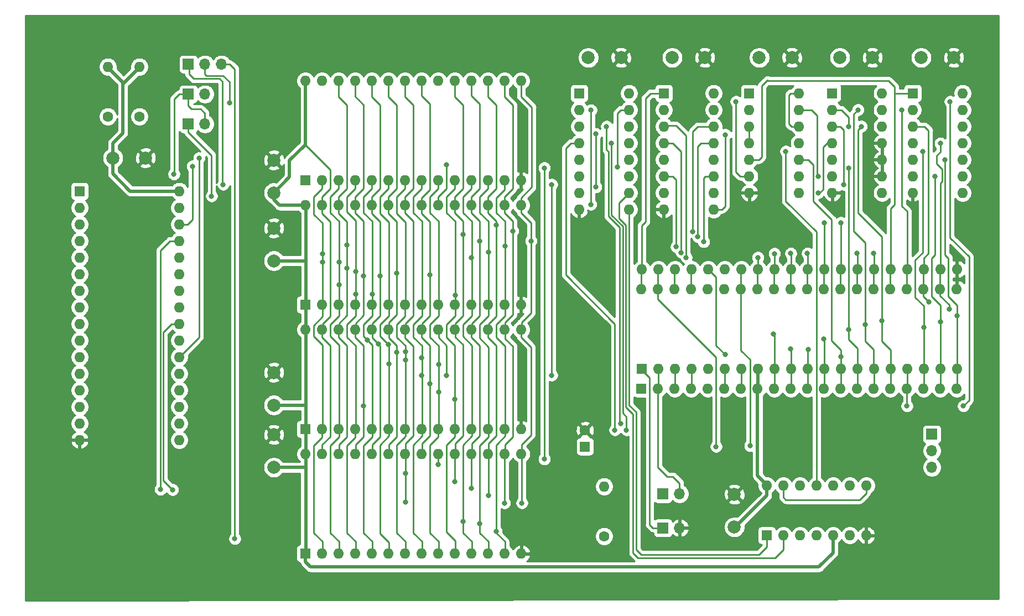
<source format=gbr>
%TF.GenerationSoftware,KiCad,Pcbnew,(5.1.9-0-10_14)*%
%TF.CreationDate,2022-05-22T11:28:49+01:00*%
%TF.ProjectId,BBCMicro128KRomRam,4242434d-6963-4726-9f31-32384b526f6d,rev?*%
%TF.SameCoordinates,Original*%
%TF.FileFunction,Copper,L1,Top*%
%TF.FilePolarity,Positive*%
%FSLAX46Y46*%
G04 Gerber Fmt 4.6, Leading zero omitted, Abs format (unit mm)*
G04 Created by KiCad (PCBNEW (5.1.9-0-10_14)) date 2022-05-22 11:28:49*
%MOMM*%
%LPD*%
G01*
G04 APERTURE LIST*
%TA.AperFunction,ComponentPad*%
%ADD10O,1.600000X1.600000*%
%TD*%
%TA.AperFunction,ComponentPad*%
%ADD11R,1.600000X1.600000*%
%TD*%
%TA.AperFunction,ComponentPad*%
%ADD12O,1.700000X1.700000*%
%TD*%
%TA.AperFunction,ComponentPad*%
%ADD13R,1.700000X1.700000*%
%TD*%
%TA.AperFunction,ComponentPad*%
%ADD14C,1.600000*%
%TD*%
%TA.AperFunction,ComponentPad*%
%ADD15C,2.000000*%
%TD*%
%TA.AperFunction,ViaPad*%
%ADD16C,0.800000*%
%TD*%
%TA.AperFunction,Conductor*%
%ADD17C,0.250000*%
%TD*%
%TA.AperFunction,Conductor*%
%ADD18C,0.500000*%
%TD*%
%TA.AperFunction,Conductor*%
%ADD19C,0.254000*%
%TD*%
%TA.AperFunction,Conductor*%
%ADD20C,0.100000*%
%TD*%
G04 APERTURE END LIST*
D10*
%TO.P,U5,28*%
%TO.N,+5V*%
X121793000Y-50800000D03*
%TO.P,U5,14*%
%TO.N,GND*%
X154813000Y-66040000D03*
%TO.P,U5,27*%
%TO.N,Net-(J4-Pad2)*%
X124333000Y-50800000D03*
%TO.P,U5,13*%
%TO.N,D2*%
X152273000Y-66040000D03*
%TO.P,U5,26*%
%TO.N,A13*%
X126873000Y-50800000D03*
%TO.P,U5,12*%
%TO.N,D1*%
X149733000Y-66040000D03*
%TO.P,U5,25*%
%TO.N,A8*%
X129413000Y-50800000D03*
%TO.P,U5,11*%
%TO.N,D0*%
X147193000Y-66040000D03*
%TO.P,U5,24*%
%TO.N,A9*%
X131953000Y-50800000D03*
%TO.P,U5,10*%
%TO.N,A0*%
X144653000Y-66040000D03*
%TO.P,U5,23*%
%TO.N,A11*%
X134493000Y-50800000D03*
%TO.P,U5,9*%
%TO.N,A1*%
X142113000Y-66040000D03*
%TO.P,U5,22*%
%TO.N,~ROMOE*%
X137033000Y-50800000D03*
%TO.P,U5,8*%
%TO.N,A2*%
X139573000Y-66040000D03*
%TO.P,U5,21*%
%TO.N,A10*%
X139573000Y-50800000D03*
%TO.P,U5,7*%
%TO.N,A3*%
X137033000Y-66040000D03*
%TO.P,U5,20*%
%TO.N,Net-(J5-Pad2)*%
X142113000Y-50800000D03*
%TO.P,U5,6*%
%TO.N,A4*%
X134493000Y-66040000D03*
%TO.P,U5,19*%
%TO.N,D7*%
X144653000Y-50800000D03*
%TO.P,U5,5*%
%TO.N,A5*%
X131953000Y-66040000D03*
%TO.P,U5,18*%
%TO.N,D6*%
X147193000Y-50800000D03*
%TO.P,U5,4*%
%TO.N,A6*%
X129413000Y-66040000D03*
%TO.P,U5,17*%
%TO.N,D5*%
X149733000Y-50800000D03*
%TO.P,U5,3*%
%TO.N,A7*%
X126873000Y-66040000D03*
%TO.P,U5,16*%
%TO.N,D4*%
X152273000Y-50800000D03*
%TO.P,U5,2*%
%TO.N,A12*%
X124333000Y-66040000D03*
%TO.P,U5,15*%
%TO.N,D3*%
X154813000Y-50800000D03*
D11*
%TO.P,U5,1*%
%TO.N,Net-(J3-Pad1)*%
X121793000Y-66040000D03*
%TD*%
D10*
%TO.P,U2,28*%
%TO.N,+5V*%
X121820000Y-107950000D03*
%TO.P,U2,14*%
%TO.N,GND*%
X154840000Y-123190000D03*
%TO.P,U2,27*%
%TO.N,+5V*%
X124360000Y-107950000D03*
%TO.P,U2,13*%
%TO.N,D2*%
X152300000Y-123190000D03*
%TO.P,U2,26*%
%TO.N,A13*%
X126900000Y-107950000D03*
%TO.P,U2,12*%
%TO.N,D1*%
X149760000Y-123190000D03*
%TO.P,U2,25*%
%TO.N,A8*%
X129440000Y-107950000D03*
%TO.P,U2,11*%
%TO.N,D0*%
X147220000Y-123190000D03*
%TO.P,U2,24*%
%TO.N,A9*%
X131980000Y-107950000D03*
%TO.P,U2,10*%
%TO.N,A0*%
X144680000Y-123190000D03*
%TO.P,U2,23*%
%TO.N,A11*%
X134520000Y-107950000D03*
%TO.P,U2,9*%
%TO.N,A1*%
X142140000Y-123190000D03*
%TO.P,U2,22*%
%TO.N,~ROMOE*%
X137060000Y-107950000D03*
%TO.P,U2,8*%
%TO.N,A2*%
X139600000Y-123190000D03*
%TO.P,U2,21*%
%TO.N,A10*%
X139600000Y-107950000D03*
%TO.P,U2,7*%
%TO.N,A3*%
X137060000Y-123190000D03*
%TO.P,U2,20*%
%TO.N,/EPROM/~ROMCS8*%
X142140000Y-107950000D03*
%TO.P,U2,6*%
%TO.N,A4*%
X134520000Y-123190000D03*
%TO.P,U2,19*%
%TO.N,D7*%
X144680000Y-107950000D03*
%TO.P,U2,5*%
%TO.N,A5*%
X131980000Y-123190000D03*
%TO.P,U2,18*%
%TO.N,D6*%
X147220000Y-107950000D03*
%TO.P,U2,4*%
%TO.N,A6*%
X129440000Y-123190000D03*
%TO.P,U2,17*%
%TO.N,D5*%
X149760000Y-107950000D03*
%TO.P,U2,3*%
%TO.N,A7*%
X126900000Y-123190000D03*
%TO.P,U2,16*%
%TO.N,D4*%
X152300000Y-107950000D03*
%TO.P,U2,2*%
%TO.N,A12*%
X124360000Y-123190000D03*
%TO.P,U2,15*%
%TO.N,D3*%
X154840000Y-107950000D03*
D11*
%TO.P,U2,1*%
%TO.N,+5V*%
X121820000Y-123190000D03*
%TD*%
D10*
%TO.P,U9,14*%
%TO.N,+5V*%
X192405000Y-112776000D03*
%TO.P,U9,7*%
%TO.N,GND*%
X207645000Y-120396000D03*
%TO.P,U9,13*%
%TO.N,~ROMOE*%
X194945000Y-112776000D03*
%TO.P,U9,6*%
%TO.N,Net-(J5-Pad3)*%
X205105000Y-120396000D03*
%TO.P,U9,12*%
%TO.N,PHI2*%
X197485000Y-112776000D03*
%TO.P,U9,5*%
%TO.N,+5V*%
X202565000Y-120396000D03*
%TO.P,U9,11*%
%TO.N,~RAMWE*%
X200025000Y-112776000D03*
%TO.P,U9,4*%
%TO.N,Net-(U9-Pad3)*%
X200025000Y-120396000D03*
%TO.P,U9,10*%
%TO.N,PHI2*%
X202565000Y-112776000D03*
%TO.P,U9,3*%
%TO.N,Net-(U9-Pad3)*%
X197485000Y-120396000D03*
%TO.P,U9,9*%
%TO.N,R~W*%
X205105000Y-112776000D03*
%TO.P,U9,2*%
%TO.N,/EPROM/~ROMCS10*%
X194945000Y-120396000D03*
%TO.P,U9,8*%
%TO.N,~ROMOE*%
X207645000Y-112776000D03*
D11*
%TO.P,U9,1*%
%TO.N,/EPROM/~ROMCS11*%
X192405000Y-120396000D03*
%TD*%
D12*
%TO.P,J2,2*%
%TO.N,Net-(CON1-Pad2)*%
X179070000Y-114046000D03*
D13*
%TO.P,J2,1*%
%TO.N,Net-(J2-Pad1)*%
X176530000Y-114046000D03*
%TD*%
D12*
%TO.P,J1,2*%
%TO.N,GND*%
X179070000Y-119253000D03*
D13*
%TO.P,J1,1*%
%TO.N,Net-(J1-Pad1)*%
X176530000Y-119253000D03*
%TD*%
D12*
%TO.P,J4,2*%
%TO.N,Net-(J4-Pad2)*%
X106426000Y-52832000D03*
D13*
%TO.P,J4,1*%
%TO.N,ROM0*%
X103886000Y-52832000D03*
%TD*%
D11*
%TO.P,U3,1*%
%TO.N,+5V*%
X121793000Y-104140000D03*
D10*
%TO.P,U3,15*%
%TO.N,D3*%
X154813000Y-88900000D03*
%TO.P,U3,2*%
%TO.N,A12*%
X124333000Y-104140000D03*
%TO.P,U3,16*%
%TO.N,D4*%
X152273000Y-88900000D03*
%TO.P,U3,3*%
%TO.N,A7*%
X126873000Y-104140000D03*
%TO.P,U3,17*%
%TO.N,D5*%
X149733000Y-88900000D03*
%TO.P,U3,4*%
%TO.N,A6*%
X129413000Y-104140000D03*
%TO.P,U3,18*%
%TO.N,D6*%
X147193000Y-88900000D03*
%TO.P,U3,5*%
%TO.N,A5*%
X131953000Y-104140000D03*
%TO.P,U3,19*%
%TO.N,D7*%
X144653000Y-88900000D03*
%TO.P,U3,6*%
%TO.N,A4*%
X134493000Y-104140000D03*
%TO.P,U3,20*%
%TO.N,/EPROM/~ROMCS9*%
X142113000Y-88900000D03*
%TO.P,U3,7*%
%TO.N,A3*%
X137033000Y-104140000D03*
%TO.P,U3,21*%
%TO.N,A10*%
X139573000Y-88900000D03*
%TO.P,U3,8*%
%TO.N,A2*%
X139573000Y-104140000D03*
%TO.P,U3,22*%
%TO.N,~ROMOE*%
X137033000Y-88900000D03*
%TO.P,U3,9*%
%TO.N,A1*%
X142113000Y-104140000D03*
%TO.P,U3,23*%
%TO.N,A11*%
X134493000Y-88900000D03*
%TO.P,U3,10*%
%TO.N,A0*%
X144653000Y-104140000D03*
%TO.P,U3,24*%
%TO.N,A9*%
X131953000Y-88900000D03*
%TO.P,U3,11*%
%TO.N,D0*%
X147193000Y-104140000D03*
%TO.P,U3,25*%
%TO.N,A8*%
X129413000Y-88900000D03*
%TO.P,U3,12*%
%TO.N,D1*%
X149733000Y-104140000D03*
%TO.P,U3,26*%
%TO.N,A13*%
X126873000Y-88900000D03*
%TO.P,U3,13*%
%TO.N,D2*%
X152273000Y-104140000D03*
%TO.P,U3,27*%
%TO.N,+5V*%
X124333000Y-88900000D03*
%TO.P,U3,14*%
%TO.N,GND*%
X154813000Y-104140000D03*
%TO.P,U3,28*%
%TO.N,+5V*%
X121793000Y-88900000D03*
%TD*%
%TO.P,R3,2*%
%TO.N,+5V*%
X91567000Y-48641000D03*
D14*
%TO.P,R3,1*%
%TO.N,Net-(J4-Pad2)*%
X91567000Y-56261000D03*
%TD*%
D10*
%TO.P,R2,2*%
%TO.N,+5V*%
X96393000Y-48641000D03*
D14*
%TO.P,R2,1*%
%TO.N,Net-(J3-Pad1)*%
X96393000Y-56261000D03*
%TD*%
D12*
%TO.P,J5,3*%
%TO.N,Net-(J5-Pad3)*%
X108966000Y-48260000D03*
%TO.P,J5,2*%
%TO.N,Net-(J5-Pad2)*%
X106426000Y-48260000D03*
D13*
%TO.P,J5,1*%
%TO.N,/EPROM/~ROMCS11*%
X103886000Y-48260000D03*
%TD*%
D12*
%TO.P,J3,2*%
%TO.N,ROM0*%
X106426000Y-57404000D03*
D13*
%TO.P,J3,1*%
%TO.N,Net-(J3-Pad1)*%
X103886000Y-57404000D03*
%TD*%
D10*
%TO.P,U4,28*%
%TO.N,+5V*%
X121793000Y-69850000D03*
%TO.P,U4,14*%
%TO.N,GND*%
X154813000Y-85090000D03*
%TO.P,U4,27*%
%TO.N,+5V*%
X124333000Y-69850000D03*
%TO.P,U4,13*%
%TO.N,D2*%
X152273000Y-85090000D03*
%TO.P,U4,26*%
%TO.N,A13*%
X126873000Y-69850000D03*
%TO.P,U4,12*%
%TO.N,D1*%
X149733000Y-85090000D03*
%TO.P,U4,25*%
%TO.N,A8*%
X129413000Y-69850000D03*
%TO.P,U4,11*%
%TO.N,D0*%
X147193000Y-85090000D03*
%TO.P,U4,24*%
%TO.N,A9*%
X131953000Y-69850000D03*
%TO.P,U4,10*%
%TO.N,A0*%
X144653000Y-85090000D03*
%TO.P,U4,23*%
%TO.N,A11*%
X134493000Y-69850000D03*
%TO.P,U4,9*%
%TO.N,A1*%
X142113000Y-85090000D03*
%TO.P,U4,22*%
%TO.N,~ROMOE*%
X137033000Y-69850000D03*
%TO.P,U4,8*%
%TO.N,A2*%
X139573000Y-85090000D03*
%TO.P,U4,21*%
%TO.N,A10*%
X139573000Y-69850000D03*
%TO.P,U4,7*%
%TO.N,A3*%
X137033000Y-85090000D03*
%TO.P,U4,20*%
%TO.N,/EPROM/~ROMCS10*%
X142113000Y-69850000D03*
%TO.P,U4,6*%
%TO.N,A4*%
X134493000Y-85090000D03*
%TO.P,U4,19*%
%TO.N,D7*%
X144653000Y-69850000D03*
%TO.P,U4,5*%
%TO.N,A5*%
X131953000Y-85090000D03*
%TO.P,U4,18*%
%TO.N,D6*%
X147193000Y-69850000D03*
%TO.P,U4,4*%
%TO.N,A6*%
X129413000Y-85090000D03*
%TO.P,U4,17*%
%TO.N,D5*%
X149733000Y-69850000D03*
%TO.P,U4,3*%
%TO.N,A7*%
X126873000Y-85090000D03*
%TO.P,U4,16*%
%TO.N,D4*%
X152273000Y-69850000D03*
%TO.P,U4,2*%
%TO.N,A12*%
X124333000Y-85090000D03*
%TO.P,U4,15*%
%TO.N,D3*%
X154813000Y-69850000D03*
D11*
%TO.P,U4,1*%
%TO.N,+5V*%
X121793000Y-85090000D03*
%TD*%
D15*
%TO.P,C3,2*%
%TO.N,GND*%
X116967000Y-95457000D03*
%TO.P,C3,1*%
%TO.N,+5V*%
X116967000Y-100457000D03*
%TD*%
%TO.P,C5,2*%
%TO.N,GND*%
X116967000Y-62945000D03*
%TO.P,C5,1*%
%TO.N,+5V*%
X116967000Y-67945000D03*
%TD*%
%TO.P,C12,2*%
%TO.N,GND*%
X170100000Y-47244000D03*
%TO.P,C12,1*%
%TO.N,+5V*%
X165100000Y-47244000D03*
%TD*%
D10*
%TO.P,U6,32*%
%TO.N,+5V*%
X102489000Y-67691000D03*
%TO.P,U6,16*%
%TO.N,GND*%
X87249000Y-105791000D03*
%TO.P,U6,31*%
%TO.N,ROM1*%
X102489000Y-70231000D03*
%TO.P,U6,15*%
%TO.N,D2*%
X87249000Y-103251000D03*
%TO.P,U6,30*%
%TO.N,ROM2*%
X102489000Y-72771000D03*
%TO.P,U6,14*%
%TO.N,D1*%
X87249000Y-100711000D03*
%TO.P,U6,29*%
%TO.N,~RAMWE*%
X102489000Y-75311000D03*
%TO.P,U6,13*%
%TO.N,D0*%
X87249000Y-98171000D03*
%TO.P,U6,28*%
%TO.N,A13*%
X102489000Y-77851000D03*
%TO.P,U6,12*%
%TO.N,A0*%
X87249000Y-95631000D03*
%TO.P,U6,27*%
%TO.N,A8*%
X102489000Y-80391000D03*
%TO.P,U6,11*%
%TO.N,A1*%
X87249000Y-93091000D03*
%TO.P,U6,26*%
%TO.N,A9*%
X102489000Y-82931000D03*
%TO.P,U6,10*%
%TO.N,A2*%
X87249000Y-90551000D03*
%TO.P,U6,25*%
%TO.N,A11*%
X102489000Y-85471000D03*
%TO.P,U6,9*%
%TO.N,A3*%
X87249000Y-88011000D03*
%TO.P,U6,24*%
%TO.N,~ROMOE*%
X102489000Y-88011000D03*
%TO.P,U6,8*%
%TO.N,A4*%
X87249000Y-85471000D03*
%TO.P,U6,23*%
%TO.N,A10*%
X102489000Y-90551000D03*
%TO.P,U6,7*%
%TO.N,A5*%
X87249000Y-82931000D03*
%TO.P,U6,22*%
%TO.N,~ROMCS*%
X102489000Y-93091000D03*
%TO.P,U6,6*%
%TO.N,A6*%
X87249000Y-80391000D03*
%TO.P,U6,21*%
%TO.N,D7*%
X102489000Y-95631000D03*
%TO.P,U6,5*%
%TO.N,A7*%
X87249000Y-77851000D03*
%TO.P,U6,20*%
%TO.N,D6*%
X102489000Y-98171000D03*
%TO.P,U6,4*%
%TO.N,A12*%
X87249000Y-75311000D03*
%TO.P,U6,19*%
%TO.N,D5*%
X102489000Y-100711000D03*
%TO.P,U6,3*%
%TO.N,ROM0*%
X87249000Y-72771000D03*
%TO.P,U6,18*%
%TO.N,D4*%
X102489000Y-103251000D03*
%TO.P,U6,2*%
%TO.N,ROM3*%
X87249000Y-70231000D03*
%TO.P,U6,17*%
%TO.N,D3*%
X102489000Y-105791000D03*
D11*
%TO.P,U6,1*%
%TO.N,Net-(U6-Pad1)*%
X87249000Y-67691000D03*
%TD*%
D10*
%TO.P,U12,16*%
%TO.N,+5V*%
X171323000Y-52705000D03*
%TO.P,U12,8*%
%TO.N,GND*%
X163703000Y-70485000D03*
%TO.P,U12,15*%
%TO.N,~ROMCS_8_11*%
X171323000Y-55245000D03*
%TO.P,U12,7*%
%TO.N,Net-(U12-Pad7)*%
X163703000Y-67945000D03*
%TO.P,U12,14*%
%TO.N,ROM0*%
X171323000Y-57785000D03*
%TO.P,U12,6*%
%TO.N,~ROMCS_8_11*%
X163703000Y-65405000D03*
%TO.P,U12,13*%
%TO.N,ROM1*%
X171323000Y-60325000D03*
%TO.P,U12,5*%
%TO.N,Net-(U12-Pad5)*%
X163703000Y-62865000D03*
%TO.P,U12,12*%
%TO.N,/EPROM/~ROMCS8*%
X171323000Y-62865000D03*
%TO.P,U12,4*%
%TO.N,/AddDecode/~ROMCS_0_3*%
X163703000Y-60325000D03*
%TO.P,U12,11*%
%TO.N,/EPROM/~ROMCS9*%
X171323000Y-65405000D03*
%TO.P,U12,3*%
%TO.N,ROM3*%
X163703000Y-57785000D03*
%TO.P,U12,10*%
%TO.N,/EPROM/~ROMCS10*%
X171323000Y-67945000D03*
%TO.P,U12,2*%
%TO.N,ROM2*%
X163703000Y-55245000D03*
%TO.P,U12,9*%
%TO.N,/EPROM/~ROMCS11*%
X171323000Y-70485000D03*
D11*
%TO.P,U12,1*%
%TO.N,~ROMCS*%
X163703000Y-52705000D03*
%TD*%
D14*
%TO.P,C1,2*%
%TO.N,GND*%
X164592000Y-104307000D03*
D11*
%TO.P,C1,1*%
%TO.N,+5V*%
X164592000Y-106807000D03*
%TD*%
D15*
%TO.P,C11,2*%
%TO.N,GND*%
X182927000Y-47244000D03*
%TO.P,C11,1*%
%TO.N,+5V*%
X177927000Y-47244000D03*
%TD*%
D10*
%TO.P,U10,14*%
%TO.N,+5V*%
X197358000Y-52705000D03*
%TO.P,U10,7*%
%TO.N,GND*%
X189738000Y-67945000D03*
%TO.P,U10,13*%
%TO.N,Net-(U10-Pad13)*%
X197358000Y-55245000D03*
%TO.P,U10,6*%
%TO.N,~ROMCS*%
X189738000Y-65405000D03*
%TO.P,U10,12*%
%TO.N,+5V*%
X197358000Y-57785000D03*
%TO.P,U10,5*%
%TO.N,A15*%
X189738000Y-62865000D03*
%TO.P,U10,11*%
%TO.N,/AddDecode/~FE3x*%
X197358000Y-60325000D03*
%TO.P,U10,4*%
%TO.N,/AddDecode/~A14*%
X189738000Y-60325000D03*
%TO.P,U10,10*%
%TO.N,A4*%
X197358000Y-62865000D03*
%TO.P,U10,3*%
%TO.N,/AddDecode/~A14*%
X189738000Y-57785000D03*
%TO.P,U10,9*%
%TO.N,A5*%
X197358000Y-65405000D03*
%TO.P,U10,2*%
%TO.N,A14*%
X189738000Y-55245000D03*
%TO.P,U10,8*%
%TO.N,Net-(U10-Pad8)*%
X197358000Y-67945000D03*
D11*
%TO.P,U10,1*%
%TO.N,+5V*%
X189738000Y-52705000D03*
%TD*%
D10*
%TO.P,CON1,40*%
%TO.N,~RES*%
X173228000Y-82677000D03*
%TO.P,CON1,20*%
%TO.N,A11*%
X221488000Y-97917000D03*
%TO.P,CON1,39*%
%TO.N,PHI2*%
X175768000Y-82677000D03*
%TO.P,CON1,19*%
%TO.N,A10*%
X218948000Y-97917000D03*
%TO.P,CON1,38*%
%TO.N,Net-(CON1-Pad38)*%
X178308000Y-82677000D03*
%TO.P,CON1,18*%
%TO.N,A9*%
X216408000Y-97917000D03*
%TO.P,CON1,37*%
%TO.N,Net-(CON1-Pad37)*%
X180848000Y-82677000D03*
%TO.P,CON1,17*%
%TO.N,A8*%
X213868000Y-97917000D03*
%TO.P,CON1,36*%
%TO.N,Net-(CON1-Pad36)*%
X183388000Y-82677000D03*
%TO.P,CON1,16*%
%TO.N,A7*%
X211328000Y-97917000D03*
%TO.P,CON1,35*%
%TO.N,Net-(CON1-Pad35)*%
X185928000Y-82677000D03*
%TO.P,CON1,15*%
%TO.N,A6*%
X208788000Y-97917000D03*
%TO.P,CON1,34*%
%TO.N,R~W*%
X188468000Y-82677000D03*
%TO.P,CON1,14*%
%TO.N,A5*%
X206248000Y-97917000D03*
%TO.P,CON1,33*%
%TO.N,D0*%
X191008000Y-82677000D03*
%TO.P,CON1,13*%
%TO.N,A4*%
X203708000Y-97917000D03*
%TO.P,CON1,32*%
%TO.N,D1*%
X193548000Y-82677000D03*
%TO.P,CON1,12*%
%TO.N,A3*%
X201168000Y-97917000D03*
%TO.P,CON1,31*%
%TO.N,D2*%
X196088000Y-82677000D03*
%TO.P,CON1,11*%
%TO.N,A2*%
X198628000Y-97917000D03*
%TO.P,CON1,30*%
%TO.N,D3*%
X198628000Y-82677000D03*
%TO.P,CON1,10*%
%TO.N,A1*%
X196088000Y-97917000D03*
%TO.P,CON1,29*%
%TO.N,D4*%
X201168000Y-82677000D03*
%TO.P,CON1,9*%
%TO.N,A0*%
X193548000Y-97917000D03*
%TO.P,CON1,28*%
%TO.N,D5*%
X203708000Y-82677000D03*
%TO.P,CON1,8*%
%TO.N,+5V*%
X191008000Y-97917000D03*
%TO.P,CON1,27*%
%TO.N,D6*%
X206248000Y-82677000D03*
%TO.P,CON1,7*%
%TO.N,Net-(CON1-Pad7)*%
X188468000Y-97917000D03*
%TO.P,CON1,26*%
%TO.N,D7*%
X208788000Y-82677000D03*
%TO.P,CON1,6*%
%TO.N,Net-(CON1-Pad6)*%
X185928000Y-97917000D03*
%TO.P,CON1,25*%
%TO.N,A15*%
X211328000Y-82677000D03*
%TO.P,CON1,5*%
%TO.N,Net-(CON1-Pad5)*%
X183388000Y-97917000D03*
%TO.P,CON1,24*%
%TO.N,A14*%
X213868000Y-82677000D03*
%TO.P,CON1,4*%
%TO.N,Net-(CON1-Pad4)*%
X180848000Y-97917000D03*
%TO.P,CON1,23*%
%TO.N,A13*%
X216408000Y-82677000D03*
%TO.P,CON1,3*%
%TO.N,Net-(CON1-Pad3)*%
X178308000Y-97917000D03*
%TO.P,CON1,22*%
%TO.N,A12*%
X218948000Y-82677000D03*
%TO.P,CON1,2*%
%TO.N,Net-(CON1-Pad2)*%
X175768000Y-97917000D03*
%TO.P,CON1,21*%
%TO.N,GND*%
X221488000Y-82677000D03*
D11*
%TO.P,CON1,1*%
%TO.N,Net-(CON1-Pad1)*%
X173228000Y-97917000D03*
%TD*%
D10*
%TO.P,U7,14*%
%TO.N,+5V*%
X222377000Y-52705000D03*
%TO.P,U7,7*%
%TO.N,GND*%
X214757000Y-67945000D03*
%TO.P,U7,13*%
%TO.N,N/C*%
X222377000Y-55245000D03*
%TO.P,U7,6*%
%TO.N,A10*%
X214757000Y-65405000D03*
%TO.P,U7,12*%
%TO.N,Net-(U7-Pad12)*%
X222377000Y-57785000D03*
%TO.P,U7,5*%
%TO.N,A11*%
X214757000Y-62865000D03*
%TO.P,U7,11*%
%TO.N,A9*%
X222377000Y-60325000D03*
%TO.P,U7,4*%
%TO.N,A12*%
X214757000Y-60325000D03*
%TO.P,U7,10*%
%TO.N,N/C*%
X222377000Y-62865000D03*
%TO.P,U7,3*%
%TO.N,A13*%
X214757000Y-57785000D03*
%TO.P,U7,9*%
%TO.N,N/C*%
X222377000Y-65405000D03*
%TO.P,U7,2*%
%TO.N,A14*%
X214757000Y-55245000D03*
%TO.P,U7,8*%
%TO.N,/AddDecode/~11111110_00xx*%
X222377000Y-67945000D03*
D11*
%TO.P,U7,1*%
%TO.N,A15*%
X214757000Y-52705000D03*
%TD*%
D10*
%TO.P,U8,14*%
%TO.N,+5V*%
X210058000Y-52705000D03*
%TO.P,U8,7*%
%TO.N,GND*%
X202438000Y-67945000D03*
%TO.P,U8,13*%
%TO.N,A6*%
X210058000Y-55245000D03*
%TO.P,U8,6*%
%TO.N,Net-(U10-Pad13)*%
X202438000Y-65405000D03*
%TO.P,U8,12*%
%TO.N,Net-(U7-Pad12)*%
X210058000Y-57785000D03*
%TO.P,U8,5*%
%TO.N,~RAMWE*%
X202438000Y-62865000D03*
%TO.P,U8,11*%
%TO.N,GND*%
X210058000Y-60325000D03*
%TO.P,U8,4*%
%TO.N,Net-(U10-Pad8)*%
X202438000Y-60325000D03*
%TO.P,U8,10*%
%TO.N,GND*%
X210058000Y-62865000D03*
%TO.P,U8,3*%
%TO.N,/AddDecode/~11111110_00xx*%
X202438000Y-57785000D03*
%TO.P,U8,9*%
%TO.N,GND*%
X210058000Y-65405000D03*
%TO.P,U8,2*%
%TO.N,A7*%
X202438000Y-55245000D03*
%TO.P,U8,8*%
%TO.N,Net-(U8-Pad8)*%
X210058000Y-67945000D03*
D11*
%TO.P,U8,1*%
%TO.N,A8*%
X202438000Y-52705000D03*
%TD*%
D10*
%TO.P,U1,40*%
%TO.N,~RES*%
X173268000Y-79659775D03*
%TO.P,U1,20*%
%TO.N,A11*%
X221528000Y-94899775D03*
%TO.P,U1,39*%
%TO.N,PHI2*%
X175808000Y-79659775D03*
%TO.P,U1,19*%
%TO.N,A10*%
X218988000Y-94899775D03*
%TO.P,U1,38*%
%TO.N,Net-(CON1-Pad38)*%
X178348000Y-79659775D03*
%TO.P,U1,18*%
%TO.N,A9*%
X216448000Y-94899775D03*
%TO.P,U1,37*%
%TO.N,Net-(CON1-Pad37)*%
X180888000Y-79659775D03*
%TO.P,U1,17*%
%TO.N,A8*%
X213908000Y-94899775D03*
%TO.P,U1,36*%
%TO.N,+5V*%
X183428000Y-79659775D03*
%TO.P,U1,16*%
%TO.N,A7*%
X211368000Y-94899775D03*
%TO.P,U1,35*%
%TO.N,Net-(U1-Pad35)*%
X185968000Y-79659775D03*
%TO.P,U1,15*%
%TO.N,A6*%
X208828000Y-94899775D03*
%TO.P,U1,34*%
%TO.N,R~W*%
X188508000Y-79659775D03*
%TO.P,U1,14*%
%TO.N,A5*%
X206288000Y-94899775D03*
%TO.P,U1,33*%
%TO.N,D0*%
X191048000Y-79659775D03*
%TO.P,U1,13*%
%TO.N,A4*%
X203748000Y-94899775D03*
%TO.P,U1,32*%
%TO.N,D1*%
X193588000Y-79659775D03*
%TO.P,U1,12*%
%TO.N,A3*%
X201208000Y-94899775D03*
%TO.P,U1,31*%
%TO.N,D2*%
X196128000Y-79659775D03*
%TO.P,U1,11*%
%TO.N,A2*%
X198668000Y-94899775D03*
%TO.P,U1,30*%
%TO.N,D3*%
X198668000Y-79659775D03*
%TO.P,U1,10*%
%TO.N,A1*%
X196128000Y-94899775D03*
%TO.P,U1,29*%
%TO.N,D4*%
X201208000Y-79659775D03*
%TO.P,U1,9*%
%TO.N,A0*%
X193588000Y-94899775D03*
%TO.P,U1,28*%
%TO.N,D5*%
X203748000Y-79659775D03*
%TO.P,U1,8*%
%TO.N,+5V*%
X191048000Y-94899775D03*
%TO.P,U1,27*%
%TO.N,D6*%
X206288000Y-79659775D03*
%TO.P,U1,7*%
%TO.N,Net-(CON1-Pad7)*%
X188508000Y-94899775D03*
%TO.P,U1,26*%
%TO.N,D7*%
X208828000Y-79659775D03*
%TO.P,U1,6*%
%TO.N,Net-(CON1-Pad6)*%
X185968000Y-94899775D03*
%TO.P,U1,25*%
%TO.N,A15*%
X211368000Y-79659775D03*
%TO.P,U1,5*%
%TO.N,Net-(U1-Pad5)*%
X183428000Y-94899775D03*
%TO.P,U1,24*%
%TO.N,A14*%
X213908000Y-79659775D03*
%TO.P,U1,4*%
%TO.N,Net-(CON1-Pad4)*%
X180888000Y-94899775D03*
%TO.P,U1,23*%
%TO.N,A13*%
X216448000Y-79659775D03*
%TO.P,U1,3*%
%TO.N,Net-(CON1-Pad3)*%
X178348000Y-94899775D03*
%TO.P,U1,22*%
%TO.N,A12*%
X218988000Y-79659775D03*
%TO.P,U1,2*%
%TO.N,Net-(CON1-Pad2)*%
X175808000Y-94899775D03*
%TO.P,U1,21*%
%TO.N,GND*%
X221528000Y-79659775D03*
D11*
%TO.P,U1,1*%
%TO.N,Net-(J1-Pad1)*%
X173268000Y-94899775D03*
%TD*%
D10*
%TO.P,U11,16*%
%TO.N,+5V*%
X184277000Y-52705000D03*
%TO.P,U11,8*%
%TO.N,GND*%
X176657000Y-70485000D03*
%TO.P,U11,15*%
%TO.N,Net-(U11-Pad15)*%
X184277000Y-55245000D03*
%TO.P,U11,7*%
%TO.N,ROM2*%
X176657000Y-67945000D03*
%TO.P,U11,14*%
%TO.N,D7*%
X184277000Y-57785000D03*
%TO.P,U11,6*%
%TO.N,D2*%
X176657000Y-65405000D03*
%TO.P,U11,13*%
%TO.N,D6*%
X184277000Y-60325000D03*
%TO.P,U11,5*%
%TO.N,ROM1*%
X176657000Y-62865000D03*
%TO.P,U11,12*%
%TO.N,Net-(U11-Pad12)*%
X184277000Y-62865000D03*
%TO.P,U11,4*%
%TO.N,D1*%
X176657000Y-60325000D03*
%TO.P,U11,11*%
%TO.N,D3*%
X184277000Y-65405000D03*
%TO.P,U11,3*%
%TO.N,D0*%
X176657000Y-57785000D03*
%TO.P,U11,10*%
%TO.N,ROM3*%
X184277000Y-67945000D03*
%TO.P,U11,2*%
%TO.N,ROM0*%
X176657000Y-55245000D03*
%TO.P,U11,9*%
%TO.N,/AddDecode/~FE3x*%
X184277000Y-70485000D03*
D11*
%TO.P,U11,1*%
%TO.N,~RES*%
X176657000Y-52705000D03*
%TD*%
D10*
%TO.P,R1,2*%
%TO.N,Net-(J2-Pad1)*%
X167513000Y-112903000D03*
D14*
%TO.P,R1,1*%
%TO.N,+5V*%
X167513000Y-120523000D03*
%TD*%
D12*
%TO.P,CON2,3*%
%TO.N,/AddDecode/~ROMCS_0_3*%
X217678000Y-109982000D03*
%TO.P,CON2,2*%
%TO.N,ROM1*%
X217678000Y-107442000D03*
D13*
%TO.P,CON2,1*%
%TO.N,ROM0*%
X217678000Y-104902000D03*
%TD*%
D15*
%TO.P,C10,2*%
%TO.N,GND*%
X196262000Y-47244000D03*
%TO.P,C10,1*%
%TO.N,+5V*%
X191262000Y-47244000D03*
%TD*%
%TO.P,C9,2*%
%TO.N,GND*%
X187452000Y-114126000D03*
%TO.P,C9,1*%
%TO.N,+5V*%
X187452000Y-119126000D03*
%TD*%
%TO.P,C8,2*%
%TO.N,GND*%
X208581000Y-47244000D03*
%TO.P,C8,1*%
%TO.N,+5V*%
X203581000Y-47244000D03*
%TD*%
%TO.P,C7,2*%
%TO.N,GND*%
X221027000Y-47244000D03*
%TO.P,C7,1*%
%TO.N,+5V*%
X216027000Y-47244000D03*
%TD*%
%TO.P,C6,2*%
%TO.N,GND*%
X97329000Y-62611000D03*
%TO.P,C6,1*%
%TO.N,+5V*%
X92329000Y-62611000D03*
%TD*%
%TO.P,C4,2*%
%TO.N,GND*%
X116967000Y-73359000D03*
%TO.P,C4,1*%
%TO.N,+5V*%
X116967000Y-78359000D03*
%TD*%
%TO.P,C2,2*%
%TO.N,GND*%
X116967000Y-104982000D03*
%TO.P,C2,1*%
%TO.N,+5V*%
X116967000Y-109982000D03*
%TD*%
D16*
%TO.N,A11*%
X219710000Y-62865000D03*
X221528000Y-86781000D03*
X135763000Y-80264000D03*
X135763000Y-92329000D03*
%TO.N,PHI2*%
X184658000Y-106807000D03*
%TO.N,A10*%
X218186000Y-65405000D03*
X218988000Y-87670000D03*
X140843000Y-80518000D03*
X140843000Y-97155000D03*
%TO.N,A9*%
X216281000Y-61595000D03*
X216448000Y-88559000D03*
X133223000Y-80645000D03*
X132969000Y-91059000D03*
%TO.N,A8*%
X220472000Y-53975000D03*
X213868000Y-100584000D03*
X222504000Y-100584000D03*
X130683000Y-100584000D03*
X130683000Y-80645000D03*
%TO.N,A7*%
X206883000Y-57785000D03*
X204978000Y-57785000D03*
X210058000Y-87503000D03*
X126925000Y-82042000D03*
X126925000Y-78538000D03*
%TO.N,A6*%
X206375000Y-55245000D03*
X207518000Y-88138000D03*
X129465000Y-80010000D03*
X129465000Y-83439000D03*
%TO.N,R~W*%
X189865000Y-106680000D03*
%TO.N,A5*%
X204978000Y-64135000D03*
X204978000Y-88900000D03*
X132005000Y-83439000D03*
X131254500Y-90487500D03*
%TO.N,D0*%
X145923000Y-118237000D03*
X191048000Y-77851000D03*
X147193000Y-77851000D03*
X180086000Y-77851000D03*
%TO.N,A4*%
X203748000Y-93004000D03*
X134545000Y-94107000D03*
X134493000Y-91186000D03*
%TO.N,D1*%
X148463000Y-118618000D03*
X193588000Y-77256000D03*
X179324000Y-77089000D03*
X149785000Y-77014000D03*
%TO.N,A3*%
X137085000Y-92254000D03*
X201168000Y-90297000D03*
X137085000Y-93524000D03*
%TO.N,D2*%
X151003000Y-119761000D03*
X196088000Y-77216000D03*
X178562000Y-76200000D03*
X152325000Y-76125000D03*
%TO.N,A2*%
X198755000Y-91948000D03*
X139573000Y-93218000D03*
X139573000Y-95885000D03*
%TO.N,D3*%
X154940000Y-115443000D03*
X198628000Y-77216000D03*
X182753000Y-75438000D03*
X156337000Y-75311000D03*
%TO.N,A1*%
X196088000Y-91821000D03*
X142240000Y-94234000D03*
X142165000Y-98477000D03*
%TO.N,D4*%
X152273000Y-115443000D03*
X153543000Y-73787000D03*
X201208000Y-72557000D03*
%TO.N,A0*%
X144705000Y-83618000D03*
X193421000Y-89535000D03*
X144653000Y-99568000D03*
%TO.N,D5*%
X149860000Y-114300000D03*
X151003000Y-72898000D03*
X203748000Y-72517000D03*
%TO.N,+5V*%
X186055000Y-92710000D03*
%TO.N,D6*%
X147193000Y-113157000D03*
X206248000Y-77216000D03*
X148463000Y-75311000D03*
X181864000Y-74676000D03*
%TO.N,D7*%
X144653000Y-112141000D03*
X145923000Y-74295000D03*
X208788000Y-77216000D03*
X181102000Y-73914000D03*
%TO.N,A14*%
X213106000Y-55245000D03*
%TO.N,A13*%
X217233500Y-84645500D03*
X128143000Y-79502000D03*
X128143000Y-75946000D03*
%TO.N,A12*%
X218988000Y-60365000D03*
X220345000Y-85725000D03*
X124385000Y-78538000D03*
X124385000Y-77268000D03*
%TO.N,GND*%
X193167000Y-65278000D03*
X209804000Y-72644000D03*
X193675000Y-53721000D03*
X207645000Y-64008000D03*
X160655000Y-70358000D03*
X115824000Y-86233000D03*
X195834000Y-102743000D03*
X159131000Y-61214000D03*
X115697000Y-116713000D03*
X95377000Y-101854000D03*
X95250000Y-70866000D03*
X180721000Y-51689000D03*
X218186000Y-51562000D03*
X180467000Y-55880000D03*
%TO.N,/AddDecode/~ROMCS_0_3*%
X169164000Y-104267000D03*
%TO.N,ROM1*%
X168656000Y-60325000D03*
X170942000Y-104267000D03*
%TO.N,ROM0*%
X167894000Y-57785000D03*
X101669010Y-65081990D03*
X170053000Y-103251000D03*
%TO.N,~RAMWE*%
X195326000Y-61595000D03*
X99625990Y-113353010D03*
%TO.N,~ROMOE*%
X137085000Y-115316000D03*
X101473000Y-113411000D03*
X137085000Y-110946000D03*
%TO.N,ROM2*%
X165481000Y-69723000D03*
X165517999Y-55281999D03*
X104521000Y-63881000D03*
%TO.N,~ROMCS*%
X187706000Y-53975000D03*
X105537000Y-62611000D03*
%TO.N,ROM3*%
X166243000Y-58928000D03*
X166243000Y-67056000D03*
%TO.N,/AddDecode/~11111110_00xx*%
X204216000Y-66675000D03*
%TO.N,Net-(U10-Pad8)*%
X200279000Y-67945000D03*
%TO.N,/AddDecode/~FE3x*%
X186055000Y-59055000D03*
%TO.N,~ROMCS_8_11*%
X169545000Y-64008000D03*
%TO.N,/EPROM/~ROMCS8*%
X158369000Y-64135000D03*
X142140000Y-109574000D03*
X158369000Y-108712000D03*
%TO.N,/EPROM/~ROMCS9*%
X159512000Y-66675000D03*
X143383000Y-95885000D03*
X159512000Y-95885000D03*
%TO.N,/EPROM/~ROMCS10*%
X143383000Y-63627000D03*
%TO.N,/EPROM/~ROMCS11*%
X109220000Y-66675000D03*
%TO.N,Net-(U10-Pad13)*%
X200279000Y-65405000D03*
%TO.N,Net-(J3-Pad1)*%
X107442000Y-68453000D03*
%TO.N,Net-(J5-Pad3)*%
X110998000Y-120904000D03*
%TO.N,Net-(J5-Pad2)*%
X110172500Y-54165500D03*
%TD*%
D17*
%TO.N,~RES*%
X173228000Y-82677000D02*
X173228000Y-79629000D01*
X173268000Y-79659775D02*
X173268000Y-72985000D01*
X173268000Y-72985000D02*
X173863000Y-72390000D01*
X173863000Y-72390000D02*
X173863000Y-53467000D01*
X173863000Y-53467000D02*
X174625000Y-52705000D01*
X174625000Y-52705000D02*
X176657000Y-52705000D01*
%TO.N,A11*%
X134545000Y-88906775D02*
X134545000Y-87832000D01*
X221528000Y-94899775D02*
X221528000Y-98004000D01*
X221528000Y-94899775D02*
X221528000Y-86781000D01*
X221528000Y-85130000D02*
X220218000Y-83820000D01*
X220218000Y-83820000D02*
X220218000Y-77978000D01*
X219710000Y-77470000D02*
X219710000Y-62865000D01*
X220218000Y-77978000D02*
X219710000Y-77470000D01*
X221528000Y-86781000D02*
X221528000Y-85130000D01*
X134545000Y-70506775D02*
X134545000Y-69671000D01*
X135763000Y-91313000D02*
X135763000Y-105283000D01*
X135763000Y-105283000D02*
X134545000Y-106501000D01*
X134620000Y-90170000D02*
X135763000Y-91313000D01*
X134620000Y-88900000D02*
X134620000Y-90170000D01*
X134545000Y-106859000D02*
X134545000Y-107390000D01*
X134545000Y-106501000D02*
X134545000Y-106859000D01*
X134545000Y-106859000D02*
X134545000Y-107306775D01*
X134545000Y-107390000D02*
X134366000Y-107569000D01*
X134493000Y-50800000D02*
X134493000Y-53213000D01*
X135763000Y-80264000D02*
X135763000Y-86614000D01*
X135763000Y-86614000D02*
X135699500Y-86677500D01*
X134545000Y-87832000D02*
X135699500Y-86677500D01*
X135763000Y-80264000D02*
X135763000Y-72390000D01*
X135763000Y-72390000D02*
X134493000Y-71120000D01*
X134493000Y-71120000D02*
X134493000Y-69977000D01*
X134493000Y-68580000D02*
X135763000Y-67310000D01*
X135763000Y-67310000D02*
X135763000Y-54483000D01*
X134493000Y-69850000D02*
X134493000Y-68580000D01*
X134493000Y-53213000D02*
X135763000Y-54483000D01*
%TO.N,PHI2*%
X175768000Y-82677000D02*
X175768000Y-79756000D01*
X184658000Y-93091000D02*
X184658000Y-99187000D01*
X175768000Y-84201000D02*
X184658000Y-93091000D01*
X184658000Y-99187000D02*
X184658000Y-106807000D01*
X175768000Y-82677000D02*
X175768000Y-84201000D01*
%TO.N,A10*%
X218988000Y-94899775D02*
X218988000Y-97877000D01*
X218988000Y-94899775D02*
X218988000Y-87670000D01*
X218988000Y-85130000D02*
X217678000Y-83820000D01*
X217678000Y-78613000D02*
X217678000Y-77978000D01*
X217678000Y-83820000D02*
X217678000Y-78613000D01*
X218186000Y-77470000D02*
X218186000Y-65405000D01*
X217678000Y-77978000D02*
X218186000Y-77470000D01*
X218988000Y-87670000D02*
X218988000Y-85130000D01*
X139625000Y-70506775D02*
X139625000Y-69798000D01*
X139573000Y-90043000D02*
X139573000Y-88900000D01*
X140843000Y-91313000D02*
X139573000Y-90043000D01*
X140843000Y-105156000D02*
X140843000Y-91313000D01*
X139625000Y-106374000D02*
X140843000Y-105156000D01*
X139625000Y-107009000D02*
X139625000Y-107621000D01*
X139625000Y-107306775D02*
X139625000Y-107009000D01*
X139625000Y-107009000D02*
X139625000Y-106374000D01*
X139573000Y-50800000D02*
X139573000Y-53086000D01*
X140779500Y-80708500D02*
X140970000Y-80518000D01*
X139625000Y-87959000D02*
X139625000Y-88906775D01*
X140843000Y-86741000D02*
X139625000Y-87959000D01*
X140843000Y-80518000D02*
X140843000Y-86741000D01*
X140843000Y-80518000D02*
X140843000Y-72390000D01*
X140843000Y-72390000D02*
X139573000Y-71120000D01*
X139573000Y-71120000D02*
X139573000Y-70104000D01*
X139573000Y-69850000D02*
X139573000Y-68707000D01*
X139573000Y-68707000D02*
X140843000Y-67437000D01*
X140843000Y-67437000D02*
X140843000Y-54356000D01*
X139573000Y-53086000D02*
X140843000Y-54356000D01*
%TO.N,Net-(CON1-Pad38)*%
X178308000Y-82677000D02*
X178308000Y-79502000D01*
%TO.N,A9*%
X216408000Y-98298000D02*
X216448000Y-98258000D01*
X132080000Y-90170000D02*
X132080000Y-88900000D01*
X131953000Y-70485000D02*
X131953000Y-70612000D01*
X216448000Y-94899775D02*
X216448000Y-97877000D01*
X216448000Y-94899775D02*
X216448000Y-88559000D01*
X216448000Y-85257000D02*
X215138000Y-83947000D01*
X215138000Y-83947000D02*
X215138000Y-78232000D01*
X215138000Y-78232000D02*
X216281000Y-77089000D01*
X216281000Y-77089000D02*
X216281000Y-61595000D01*
X216281000Y-61595000D02*
X216281000Y-61595000D01*
X216448000Y-88559000D02*
X216448000Y-85257000D01*
X132005000Y-70506775D02*
X132005000Y-69544000D01*
X132588000Y-90678000D02*
X132080000Y-90170000D01*
X133223000Y-105283000D02*
X132005000Y-106501000D01*
X133223000Y-91313000D02*
X133223000Y-105283000D01*
X132588000Y-90678000D02*
X133223000Y-91313000D01*
X132005000Y-106882000D02*
X132005000Y-107898000D01*
X132005000Y-106501000D02*
X132005000Y-106882000D01*
X132005000Y-106882000D02*
X132005000Y-107306775D01*
X132005000Y-107898000D02*
X131953000Y-107950000D01*
X131953000Y-53213000D02*
X132397500Y-53657500D01*
X131953000Y-50800000D02*
X131953000Y-53213000D01*
X132397500Y-53657500D02*
X132080000Y-53340000D01*
X133223000Y-81534000D02*
X133223000Y-80645000D01*
X133223000Y-86741000D02*
X133223000Y-81534000D01*
X132005000Y-87959000D02*
X133223000Y-86741000D01*
X132005000Y-88906775D02*
X132005000Y-87959000D01*
X133223000Y-80645000D02*
X133223000Y-72390000D01*
X133223000Y-72390000D02*
X131953000Y-71120000D01*
X131953000Y-71120000D02*
X131953000Y-70485000D01*
X133223000Y-54483000D02*
X132397500Y-53657500D01*
X133223000Y-67310000D02*
X133223000Y-54483000D01*
X131953000Y-68580000D02*
X133223000Y-67310000D01*
X131953000Y-69850000D02*
X131953000Y-68580000D01*
%TO.N,Net-(CON1-Pad37)*%
X180848000Y-82677000D02*
X180848000Y-79502000D01*
X180848000Y-79502000D02*
X180848000Y-79629000D01*
%TO.N,A8*%
X213868000Y-94996000D02*
X213995000Y-94869000D01*
X129465000Y-88906775D02*
X129465000Y-88086000D01*
X129465000Y-88906775D02*
X129465000Y-87936000D01*
X213908000Y-94899775D02*
X213908000Y-97830000D01*
X223393000Y-77724000D02*
X223393000Y-93044000D01*
X220472000Y-74803000D02*
X223393000Y-77724000D01*
X220472000Y-53975000D02*
X220472000Y-74803000D01*
X129465000Y-70506775D02*
X129465000Y-69544000D01*
X213868000Y-97917000D02*
X213868000Y-100584000D01*
X213868000Y-100584000D02*
X213868000Y-100584000D01*
X223393000Y-93044000D02*
X223393000Y-99695000D01*
X223393000Y-99695000D02*
X222504000Y-100584000D01*
X222504000Y-100584000D02*
X222504000Y-100584000D01*
X130683000Y-105283000D02*
X129465000Y-106501000D01*
X130683000Y-91313000D02*
X130683000Y-105283000D01*
X129413000Y-90043000D02*
X130683000Y-91313000D01*
X129413000Y-88900000D02*
X129413000Y-90043000D01*
X129465000Y-107009000D02*
X129465000Y-107898000D01*
X129465000Y-106501000D02*
X129465000Y-107009000D01*
X129465000Y-107009000D02*
X129465000Y-107306775D01*
X129465000Y-107898000D02*
X129413000Y-107950000D01*
X129413000Y-50800000D02*
X129413000Y-53213000D01*
X129413000Y-53213000D02*
X129984500Y-53784500D01*
X129984500Y-53784500D02*
X129540000Y-53340000D01*
X130683000Y-86718000D02*
X130608000Y-86793000D01*
X129465000Y-87936000D02*
X130608000Y-86793000D01*
X130683000Y-81661000D02*
X130683000Y-80645000D01*
X130683000Y-81534000D02*
X130683000Y-81661000D01*
X130683000Y-81661000D02*
X130683000Y-86718000D01*
X130683000Y-80645000D02*
X130683000Y-72898000D01*
X130683000Y-72898000D02*
X130683000Y-72263000D01*
X130683000Y-72263000D02*
X129413000Y-70993000D01*
X129413000Y-70993000D02*
X129413000Y-69850000D01*
X130683000Y-54483000D02*
X129984500Y-53784500D01*
X130683000Y-67310000D02*
X130683000Y-54483000D01*
X129413000Y-68580000D02*
X130683000Y-67310000D01*
X129413000Y-69850000D02*
X129413000Y-68580000D01*
%TO.N,A7*%
X126925000Y-122546775D02*
X126925000Y-121337000D01*
X126925000Y-121337000D02*
X125603000Y-120015000D01*
X125603000Y-120015000D02*
X125603000Y-106680000D01*
X125603000Y-106680000D02*
X127000000Y-105283000D01*
X127000000Y-105283000D02*
X127000000Y-104140000D01*
X126925000Y-104146775D02*
X126925000Y-91238000D01*
X126925000Y-91238000D02*
X125603000Y-89916000D01*
X125603000Y-89916000D02*
X125603000Y-88138000D01*
X125603000Y-88138000D02*
X127000000Y-86741000D01*
X127000000Y-86741000D02*
X127000000Y-85725000D01*
X126925000Y-85746775D02*
X126925000Y-82602000D01*
X211368000Y-94899775D02*
X211368000Y-97957000D01*
X211368000Y-94899775D02*
X211368000Y-91988000D01*
X211368000Y-91988000D02*
X210058000Y-90678000D01*
X210058000Y-90678000D02*
X210058000Y-87503000D01*
X210058000Y-82677000D02*
X210058000Y-74676000D01*
X210058000Y-74676000D02*
X206375000Y-70993000D01*
X206375000Y-70993000D02*
X206375000Y-66929000D01*
X206375000Y-66929000D02*
X206375000Y-66802000D01*
X206375000Y-58674000D02*
X206375000Y-58293000D01*
X206375000Y-66929000D02*
X206375000Y-58674000D01*
X206375000Y-58293000D02*
X206883000Y-57785000D01*
X206883000Y-57785000D02*
X206883000Y-57785000D01*
X204978000Y-57785000D02*
X204978000Y-56388000D01*
X204978000Y-56388000D02*
X203835000Y-55245000D01*
X203835000Y-55245000D02*
X202438000Y-55245000D01*
X210058000Y-87503000D02*
X210058000Y-82677000D01*
X126925000Y-82602000D02*
X126925000Y-78538000D01*
X126925000Y-78538000D02*
X126925000Y-73077000D01*
X126925000Y-73077000D02*
X126925000Y-72950000D01*
X125603000Y-68580000D02*
X126873000Y-67310000D01*
X125603000Y-70993000D02*
X125603000Y-68580000D01*
X126925000Y-73077000D02*
X126925000Y-72315000D01*
X126925000Y-72315000D02*
X125603000Y-70993000D01*
X126873000Y-67183000D02*
X126873000Y-66294000D01*
X126873000Y-67310000D02*
X126873000Y-67183000D01*
%TO.N,A6*%
X129465000Y-104146775D02*
X129465000Y-91365000D01*
X129465000Y-91365000D02*
X128143000Y-90043000D01*
X128143000Y-90043000D02*
X128143000Y-88138000D01*
X128143000Y-88138000D02*
X129540000Y-86741000D01*
X129540000Y-86741000D02*
X129540000Y-85852000D01*
X208788000Y-91948000D02*
X207518000Y-90678000D01*
X129465000Y-85746775D02*
X129465000Y-83364000D01*
X208828000Y-94899775D02*
X208828000Y-97877000D01*
X207518000Y-77978000D02*
X207518000Y-75565000D01*
X207518000Y-90678000D02*
X207518000Y-88138000D01*
X207518000Y-77978000D02*
X207518000Y-77724000D01*
X207518000Y-75565000D02*
X205740000Y-73787000D01*
X208788000Y-91948000D02*
X208788000Y-94869000D01*
X205740000Y-66929000D02*
X205740000Y-56896000D01*
X205740000Y-73787000D02*
X205740000Y-66929000D01*
X205740000Y-66929000D02*
X205740000Y-66802000D01*
X205740000Y-56896000D02*
X205740000Y-55880000D01*
X205740000Y-55880000D02*
X206375000Y-55245000D01*
X206375000Y-55245000D02*
X206375000Y-55245000D01*
X207518000Y-88138000D02*
X207518000Y-77978000D01*
X129465000Y-83364000D02*
X129465000Y-80570000D01*
X129465000Y-73100000D02*
X129465000Y-72442000D01*
X129465000Y-80570000D02*
X129465000Y-73100000D01*
X129465000Y-73100000D02*
X129465000Y-72950000D01*
X129465000Y-72188000D02*
X129465000Y-72442000D01*
X128397000Y-71120000D02*
X129465000Y-72188000D01*
X128270000Y-70993000D02*
X128397000Y-71120000D01*
X128143000Y-68580000D02*
X129413000Y-67310000D01*
X129413000Y-67310000D02*
X129413000Y-66167000D01*
X128143000Y-70866000D02*
X128143000Y-68580000D01*
X128397000Y-71120000D02*
X128143000Y-70866000D01*
X128143000Y-120038000D02*
X129465000Y-121360000D01*
X128143000Y-106680000D02*
X128143000Y-120038000D01*
X129413000Y-105410000D02*
X128143000Y-106680000D01*
X129465000Y-121360000D02*
X129465000Y-122546775D01*
X129413000Y-104140000D02*
X129413000Y-105410000D01*
%TO.N,R~W*%
X188468000Y-82677000D02*
X188468000Y-79502000D01*
X188468000Y-82677000D02*
X188468000Y-92075000D01*
X188468000Y-92075000D02*
X189865000Y-93472000D01*
X189865000Y-101092000D02*
X189865000Y-106680000D01*
X189865000Y-93472000D02*
X189865000Y-101092000D01*
X189865000Y-101092000D02*
X189865000Y-101346000D01*
%TO.N,A5*%
X132080000Y-86741000D02*
X132080000Y-85852000D01*
X130683000Y-88138000D02*
X132080000Y-86741000D01*
X130683000Y-89916000D02*
X130683000Y-88138000D01*
X132005000Y-91238000D02*
X131254500Y-90487500D01*
X132005000Y-104146775D02*
X132005000Y-91238000D01*
X206288000Y-94899775D02*
X206288000Y-97877000D01*
X204978000Y-90424000D02*
X206288000Y-91734000D01*
X204978000Y-71120000D02*
X204978000Y-88900000D01*
X206288000Y-91734000D02*
X206288000Y-94899775D01*
X204978000Y-71120000D02*
X204978000Y-64262000D01*
X204978000Y-64262000D02*
X204978000Y-64262000D01*
X204978000Y-88900000D02*
X204978000Y-90424000D01*
X131254500Y-90487500D02*
X130683000Y-89916000D01*
X131953000Y-67310000D02*
X131953000Y-66040000D01*
X130683000Y-68580000D02*
X131953000Y-67310000D01*
X130683000Y-70993000D02*
X130683000Y-68580000D01*
X132005000Y-72315000D02*
X130683000Y-70993000D01*
X132005000Y-85746775D02*
X132005000Y-72315000D01*
X132005000Y-121360000D02*
X132005000Y-122546775D01*
X130683000Y-106680000D02*
X130683000Y-120038000D01*
X130683000Y-120038000D02*
X132005000Y-121360000D01*
X132080000Y-105283000D02*
X130683000Y-106680000D01*
X132080000Y-104140000D02*
X132080000Y-105283000D01*
%TO.N,D0*%
X147245000Y-122546775D02*
X147245000Y-121337000D01*
X147245000Y-121337000D02*
X145923000Y-120015000D01*
X145923000Y-120015000D02*
X145923000Y-117602000D01*
X145923000Y-106553000D02*
X147320000Y-105156000D01*
X147320000Y-105156000D02*
X147320000Y-104013000D01*
X145923000Y-117602000D02*
X145923000Y-106553000D01*
X191048000Y-79659775D02*
X191048000Y-78018000D01*
X191048000Y-78018000D02*
X191048000Y-78018000D01*
X191008000Y-82677000D02*
X191008000Y-79629000D01*
X177800000Y-57658000D02*
X176657000Y-57658000D01*
X180086000Y-77851000D02*
X180086000Y-59182000D01*
X178562000Y-57658000D02*
X177800000Y-57658000D01*
X180086000Y-59182000D02*
X178562000Y-57658000D01*
X145923000Y-88138000D02*
X145923000Y-89916000D01*
X147245000Y-86816000D02*
X145923000Y-88138000D01*
X145923000Y-89916000D02*
X147320000Y-91313000D01*
X147245000Y-72315000D02*
X147245000Y-86816000D01*
X145923000Y-68580000D02*
X145923000Y-70993000D01*
X147193000Y-67310000D02*
X145923000Y-68580000D01*
X147320000Y-91313000D02*
X147320000Y-104140000D01*
X145923000Y-70993000D02*
X147245000Y-72315000D01*
X147193000Y-66040000D02*
X147193000Y-67310000D01*
%TO.N,A4*%
X133223000Y-120142000D02*
X133223000Y-106553000D01*
X134620000Y-105156000D02*
X134620000Y-104140000D01*
X133223000Y-106553000D02*
X134620000Y-105156000D01*
X134545000Y-121464000D02*
X133223000Y-120142000D01*
X134545000Y-122546775D02*
X134545000Y-121464000D01*
X134545000Y-104146775D02*
X134545000Y-95175000D01*
X134545000Y-91238000D02*
X134493000Y-91186000D01*
X134545000Y-85746775D02*
X134545000Y-72823000D01*
X203748000Y-94899775D02*
X203748000Y-93004000D01*
X203748000Y-91988000D02*
X202311000Y-90551000D01*
X202333001Y-80199776D02*
X202333001Y-72031001D01*
X202311000Y-80221777D02*
X202333001Y-80199776D01*
X202311000Y-90551000D02*
X202311000Y-89662000D01*
X202333001Y-72031001D02*
X199517000Y-69215000D01*
X199517000Y-69215000D02*
X199517000Y-63627000D01*
X199517000Y-63627000D02*
X198755000Y-62865000D01*
X198755000Y-62865000D02*
X197358000Y-62865000D01*
X203748000Y-94899775D02*
X203748000Y-97957000D01*
X203748000Y-97957000D02*
X203835000Y-98044000D01*
X202311000Y-89662000D02*
X202311000Y-80221777D01*
X203748000Y-93004000D02*
X203748000Y-91988000D01*
X134545000Y-95175000D02*
X134545000Y-91238000D01*
X133540500Y-90233500D02*
X134493000Y-91186000D01*
X133223000Y-89916000D02*
X133540500Y-90233500D01*
X133223000Y-88138000D02*
X133223000Y-89916000D01*
X134620000Y-86741000D02*
X133223000Y-88138000D01*
X134620000Y-85725000D02*
X134620000Y-86741000D01*
X134545000Y-72823000D02*
X134545000Y-72442000D01*
X134545000Y-72442000D02*
X133223000Y-71120000D01*
X133223000Y-71120000D02*
X133223000Y-68580000D01*
X133223000Y-68580000D02*
X134493000Y-67310000D01*
X134493000Y-67310000D02*
X134493000Y-66040000D01*
%TO.N,D1*%
X149785000Y-122546775D02*
X149785000Y-121360000D01*
X149785000Y-121360000D02*
X148463000Y-120038000D01*
X148463000Y-120038000D02*
X148463000Y-118745000D01*
X148463000Y-106680000D02*
X149860000Y-105283000D01*
X149860000Y-105283000D02*
X149860000Y-104140000D01*
X149785000Y-86816000D02*
X149785000Y-85746775D01*
X148463000Y-90170000D02*
X148463000Y-88138000D01*
X149860000Y-91567000D02*
X148463000Y-90170000D01*
X149785000Y-104192000D02*
X149860000Y-104267000D01*
X148463000Y-88138000D02*
X149785000Y-86816000D01*
X149860000Y-104267000D02*
X149860000Y-91567000D01*
X149785000Y-104146775D02*
X149785000Y-104192000D01*
X148463000Y-118745000D02*
X148463000Y-106680000D01*
X193588000Y-79659775D02*
X193588000Y-77510000D01*
X193588000Y-77510000D02*
X193588000Y-77256000D01*
X193588000Y-77256000D02*
X193588000Y-77256000D01*
X149785000Y-85746775D02*
X149785000Y-77014000D01*
X193548000Y-82677000D02*
X193548000Y-79629000D01*
X179324000Y-77089000D02*
X179324000Y-61595000D01*
X179324000Y-61595000D02*
X178054000Y-60325000D01*
X178054000Y-60325000D02*
X176784000Y-60325000D01*
X148463000Y-70993000D02*
X149785000Y-72315000D01*
X148463000Y-68580000D02*
X148463000Y-70993000D01*
X149733000Y-67310000D02*
X148463000Y-68580000D01*
X149785000Y-77014000D02*
X149785000Y-72950000D01*
X149785000Y-72950000D02*
X149785000Y-72696000D01*
X149785000Y-72315000D02*
X149785000Y-72950000D01*
X149733000Y-66040000D02*
X149733000Y-67310000D01*
%TO.N,A3*%
X137085000Y-122546775D02*
X137085000Y-121337000D01*
X137085000Y-121337000D02*
X135763000Y-120015000D01*
X135763000Y-120015000D02*
X135763000Y-106553000D01*
X135763000Y-106553000D02*
X137033000Y-105283000D01*
X137033000Y-105283000D02*
X137160000Y-105156000D01*
X137160000Y-105156000D02*
X137160000Y-104140000D01*
X137085000Y-104146775D02*
X137085000Y-93524000D01*
X137085000Y-91365000D02*
X135959999Y-90239999D01*
X135959999Y-90239999D02*
X135763000Y-90043000D01*
X135763000Y-90043000D02*
X135763000Y-88138000D01*
X135763000Y-88138000D02*
X137033000Y-86868000D01*
X137033000Y-86868000D02*
X137033000Y-85725000D01*
X137085000Y-85746775D02*
X137085000Y-73077000D01*
X201208000Y-94899775D02*
X201208000Y-98004000D01*
X201208000Y-90845000D02*
X201208000Y-90845000D01*
X201208000Y-90337000D02*
X201168000Y-90297000D01*
X201208000Y-94899775D02*
X201208000Y-90972000D01*
X201208000Y-90972000D02*
X201208000Y-90337000D01*
X201208000Y-90972000D02*
X201208000Y-90845000D01*
X137085000Y-92254000D02*
X137085000Y-91365000D01*
X137085000Y-93524000D02*
X137085000Y-92254000D01*
X137085000Y-73077000D02*
X137085000Y-72442000D01*
X137085000Y-72442000D02*
X135763000Y-71120000D01*
X135763000Y-71120000D02*
X135763000Y-68580000D01*
X135763000Y-68580000D02*
X137033000Y-67310000D01*
X137033000Y-67310000D02*
X137033000Y-66548000D01*
%TO.N,D2*%
X152325000Y-121360000D02*
X151130000Y-120165000D01*
X151130000Y-120165000D02*
X151130000Y-119888000D01*
X152400000Y-105156000D02*
X152400000Y-104140000D01*
X152325000Y-85746775D02*
X152325000Y-86793000D01*
X152325000Y-86793000D02*
X151003000Y-88115000D01*
X151003000Y-88115000D02*
X151003000Y-90043000D01*
X151003000Y-90043000D02*
X152400000Y-91440000D01*
X152400000Y-91440000D02*
X152400000Y-103886000D01*
X152325000Y-85746775D02*
X152325000Y-76379000D01*
X152325000Y-76379000D02*
X152325000Y-76125000D01*
X196088000Y-82677000D02*
X196088000Y-79629000D01*
X196128000Y-77256000D02*
X196088000Y-77216000D01*
X196128000Y-79659775D02*
X196128000Y-77256000D01*
X178562000Y-76200000D02*
X178562000Y-65913000D01*
X178562000Y-65913000D02*
X178054000Y-65405000D01*
X178054000Y-65405000D02*
X176657000Y-65405000D01*
X152325000Y-121868000D02*
X152325000Y-123138000D01*
X152325000Y-122546775D02*
X152325000Y-121868000D01*
X152325000Y-121868000D02*
X152325000Y-121360000D01*
X152325000Y-123138000D02*
X152273000Y-123190000D01*
X152273000Y-123190000D02*
X152273000Y-123317000D01*
X151257000Y-106299000D02*
X151003000Y-106553000D01*
X151130000Y-106426000D02*
X151257000Y-106299000D01*
X151257000Y-106299000D02*
X152400000Y-105156000D01*
X151003000Y-106553000D02*
X151003000Y-119761000D01*
X152325000Y-72315000D02*
X152325000Y-72950000D01*
X151003000Y-70993000D02*
X152325000Y-72315000D01*
X152325000Y-72950000D02*
X152325000Y-76125000D01*
X151003000Y-68707000D02*
X151003000Y-70993000D01*
X152273000Y-67437000D02*
X151003000Y-68707000D01*
X152273000Y-66040000D02*
X152273000Y-67437000D01*
%TO.N,A2*%
X139625000Y-122546775D02*
X139625000Y-121337000D01*
X139625000Y-121337000D02*
X138303000Y-120015000D01*
X138303000Y-120015000D02*
X138303000Y-106553000D01*
X138303000Y-106553000D02*
X139700000Y-105156000D01*
X139700000Y-105156000D02*
X139700000Y-104140000D01*
X198668000Y-94899775D02*
X198668000Y-97877000D01*
X198668000Y-94899775D02*
X198668000Y-92035000D01*
X198668000Y-92035000D02*
X198755000Y-91948000D01*
X198755000Y-91948000D02*
X198755000Y-91948000D01*
X139625000Y-91365000D02*
X139625000Y-92658000D01*
X138303000Y-90043000D02*
X139625000Y-91365000D01*
X139625000Y-92658000D02*
X139625000Y-104146775D01*
X138303000Y-88138000D02*
X138303000Y-90043000D01*
X138303000Y-70993000D02*
X139625000Y-72315000D01*
X139625000Y-72315000D02*
X139625000Y-86816000D01*
X139625000Y-86816000D02*
X138303000Y-88138000D01*
X139573000Y-67310000D02*
X138303000Y-68580000D01*
X138303000Y-68580000D02*
X138303000Y-70993000D01*
X139573000Y-66040000D02*
X139573000Y-67310000D01*
%TO.N,D3*%
X154865000Y-88906775D02*
X154865000Y-87832000D01*
X154865000Y-87832000D02*
X156337000Y-86360000D01*
X156337000Y-86360000D02*
X156337000Y-76073000D01*
X156337000Y-75565000D02*
X156337000Y-75311000D01*
X156337000Y-76073000D02*
X156337000Y-75565000D01*
X154865000Y-70506775D02*
X154865000Y-69417000D01*
X198628000Y-82677000D02*
X198628000Y-79756000D01*
X198668000Y-77256000D02*
X198628000Y-77216000D01*
X198668000Y-79659775D02*
X198668000Y-77256000D01*
X182753000Y-75311000D02*
X182753000Y-65659000D01*
X182753000Y-65659000D02*
X183007000Y-65405000D01*
X183007000Y-65405000D02*
X184277000Y-65405000D01*
X154865000Y-106501000D02*
X154865000Y-107306775D01*
X156337000Y-91567000D02*
X156337000Y-105029000D01*
X156337000Y-105029000D02*
X154865000Y-106501000D01*
X154813000Y-90043000D02*
X156337000Y-91567000D01*
X154813000Y-88900000D02*
X154813000Y-90043000D01*
X154840000Y-107331775D02*
X154865000Y-107306775D01*
X154840000Y-107950000D02*
X154840000Y-107331775D01*
X154813000Y-53213000D02*
X156464000Y-54864000D01*
X154813000Y-50800000D02*
X154813000Y-53213000D01*
X156337000Y-72517000D02*
X156337000Y-73025000D01*
X154813000Y-70993000D02*
X156337000Y-72517000D01*
X156337000Y-73025000D02*
X156337000Y-75311000D01*
X154813000Y-69850000D02*
X154813000Y-70993000D01*
X154940000Y-115443000D02*
X154940000Y-108204000D01*
X154813000Y-69850000D02*
X154813000Y-68707000D01*
X156464000Y-67056000D02*
X156464000Y-66675000D01*
X154813000Y-68707000D02*
X156464000Y-67056000D01*
X156464000Y-54864000D02*
X156464000Y-66675000D01*
%TO.N,A1*%
X142165000Y-104146775D02*
X142165000Y-98477000D01*
X142165000Y-85746775D02*
X142165000Y-86816000D01*
X142165000Y-86816000D02*
X140843000Y-88138000D01*
X140843000Y-88138000D02*
X140843000Y-90043000D01*
X142165000Y-91365000D02*
X142165000Y-92381000D01*
X140843000Y-90043000D02*
X142165000Y-91365000D01*
X196128000Y-94899775D02*
X196128000Y-98004000D01*
X196128000Y-94899775D02*
X196128000Y-92877000D01*
X196128000Y-92877000D02*
X196128000Y-92924000D01*
X196128000Y-92877000D02*
X196128000Y-92877000D01*
X196128000Y-91861000D02*
X196088000Y-91821000D01*
X196128000Y-92877000D02*
X196128000Y-91861000D01*
X142165000Y-98477000D02*
X142165000Y-92381000D01*
X142165000Y-121337000D02*
X142165000Y-122546775D01*
X140843000Y-120015000D02*
X142165000Y-121337000D01*
X140843000Y-106553000D02*
X140843000Y-120015000D01*
X142113000Y-105283000D02*
X140843000Y-106553000D01*
X142113000Y-104140000D02*
X142113000Y-105283000D01*
X142165000Y-73077000D02*
X142165000Y-72950000D01*
X142165000Y-85746775D02*
X142165000Y-73077000D01*
X142113000Y-67310000D02*
X142113000Y-66040000D01*
X140843000Y-70993000D02*
X140843000Y-68580000D01*
X142165000Y-72315000D02*
X140843000Y-70993000D01*
X140843000Y-68580000D02*
X142113000Y-67310000D01*
X142165000Y-73077000D02*
X142165000Y-72315000D01*
%TO.N,D4*%
X152273000Y-115570000D02*
X152273000Y-107188000D01*
X152325000Y-70506775D02*
X152325000Y-69544000D01*
X201168000Y-82677000D02*
X201168000Y-79629000D01*
X201208000Y-79659775D02*
X201208000Y-77256000D01*
X201208000Y-77256000D02*
X201208000Y-73192000D01*
X201208000Y-73192000D02*
X201208000Y-72557000D01*
X201208000Y-72557000D02*
X201208000Y-72557000D01*
X152400000Y-88900000D02*
X152400000Y-90297000D01*
X152300000Y-107138000D02*
X152325000Y-107113000D01*
X152300000Y-107950000D02*
X152300000Y-107138000D01*
X152325000Y-107113000D02*
X152325000Y-107306775D01*
X152325000Y-106501000D02*
X152325000Y-107113000D01*
X152325000Y-106501000D02*
X153543000Y-105283000D01*
X153543000Y-105283000D02*
X153543000Y-104394000D01*
X153543000Y-104394000D02*
X153543000Y-91440000D01*
X152400000Y-90297000D02*
X153543000Y-91440000D01*
X152273000Y-53213000D02*
X152273000Y-50800000D01*
X153543000Y-54483000D02*
X152273000Y-53213000D01*
X153543000Y-67310000D02*
X153543000Y-54483000D01*
X152273000Y-68580000D02*
X153543000Y-67310000D01*
X152273000Y-69850000D02*
X152273000Y-68580000D01*
X152325000Y-87832000D02*
X152325000Y-88906775D01*
X153543000Y-86614000D02*
X152325000Y-87832000D01*
X153543000Y-72263000D02*
X153543000Y-86614000D01*
X152273000Y-70993000D02*
X153543000Y-72263000D01*
X152273000Y-70231000D02*
X152273000Y-70993000D01*
%TO.N,A0*%
X144705000Y-85746775D02*
X144705000Y-86816000D01*
X144705000Y-86816000D02*
X143383000Y-88138000D01*
X143383000Y-88138000D02*
X143383000Y-90043000D01*
X143383000Y-90043000D02*
X144653000Y-91313000D01*
X144653000Y-91313000D02*
X144653000Y-95885000D01*
X144705000Y-85746775D02*
X144705000Y-83618000D01*
X193588000Y-94899775D02*
X193588000Y-97877000D01*
X193588000Y-89702000D02*
X193421000Y-89535000D01*
X193588000Y-94899775D02*
X193588000Y-89702000D01*
X144653000Y-95885000D02*
X144653000Y-104140000D01*
X144705000Y-121210000D02*
X144705000Y-122546775D01*
X143383000Y-119888000D02*
X144705000Y-121210000D01*
X143383000Y-106553000D02*
X143383000Y-119888000D01*
X144653000Y-105283000D02*
X143383000Y-106553000D01*
X144653000Y-104140000D02*
X144653000Y-105283000D01*
X144705000Y-73077000D02*
X144705000Y-83618000D01*
X143383000Y-70993000D02*
X144705000Y-72315000D01*
X144705000Y-72315000D02*
X144705000Y-73077000D01*
X143383000Y-68580000D02*
X143383000Y-70993000D01*
X144653000Y-67310000D02*
X143383000Y-68580000D01*
X144653000Y-66040000D02*
X144653000Y-67310000D01*
%TO.N,D5*%
X149860000Y-114427000D02*
X149860000Y-107442000D01*
X149860000Y-107442000D02*
X149733000Y-107315000D01*
X149785000Y-88906775D02*
X149785000Y-88086000D01*
X149785000Y-88086000D02*
X151003000Y-86868000D01*
X151003000Y-86868000D02*
X151003000Y-75057000D01*
X151003000Y-75057000D02*
X151003000Y-72771000D01*
X149785000Y-70506775D02*
X149785000Y-69544000D01*
X203708000Y-82677000D02*
X203708000Y-79502000D01*
X203748000Y-79659775D02*
X203748000Y-77256000D01*
X203748000Y-77256000D02*
X203748000Y-72430000D01*
X203748000Y-72430000D02*
X203748000Y-72430000D01*
X151003000Y-105133000D02*
X149785000Y-106351000D01*
X151003000Y-91313000D02*
X151003000Y-105133000D01*
X149733000Y-90043000D02*
X151003000Y-91313000D01*
X149733000Y-88900000D02*
X149733000Y-90043000D01*
X149785000Y-107009000D02*
X149785000Y-107898000D01*
X149785000Y-106351000D02*
X149785000Y-107009000D01*
X149785000Y-107009000D02*
X149785000Y-107306775D01*
X149733000Y-53213000D02*
X149923500Y-53403500D01*
X149733000Y-50800000D02*
X149733000Y-53213000D01*
X149923500Y-53403500D02*
X149860000Y-53340000D01*
X149733000Y-69850000D02*
X149733000Y-68580000D01*
X149733000Y-68580000D02*
X151003000Y-67310000D01*
X151003000Y-67310000D02*
X151003000Y-66294000D01*
X151003000Y-66294000D02*
X151003000Y-54483000D01*
X151003000Y-54483000D02*
X149923500Y-53403500D01*
X151003000Y-72898000D02*
X151003000Y-72644000D01*
X151003000Y-72263000D02*
X151003000Y-72898000D01*
X149733000Y-70993000D02*
X151003000Y-72263000D01*
X149733000Y-69850000D02*
X149733000Y-70993000D01*
%TO.N,+5V*%
X189738000Y-52832000D02*
X189738000Y-52705000D01*
X195834000Y-52959000D02*
X195834000Y-57404000D01*
X196215000Y-57785000D02*
X197358000Y-57785000D01*
X196088000Y-52705000D02*
X195834000Y-52959000D01*
X195834000Y-57404000D02*
X196215000Y-57785000D01*
X197358000Y-52705000D02*
X196088000Y-52705000D01*
X183428000Y-79659775D02*
X184658000Y-80889775D01*
X184658000Y-80889775D02*
X184658000Y-84074000D01*
D18*
X191048000Y-94899775D02*
X191048000Y-98004000D01*
X191048000Y-98004000D02*
X191008000Y-98044000D01*
X191008000Y-97917000D02*
X191008000Y-100711000D01*
X121845000Y-107263000D02*
X121920000Y-107188000D01*
X121920000Y-88773000D02*
X121920000Y-85725000D01*
X121920000Y-75184000D02*
X121920000Y-74422000D01*
X121920000Y-74422000D02*
X121920000Y-70485000D01*
X121920000Y-99187000D02*
X121920000Y-88773000D01*
D17*
X124385000Y-70506775D02*
X124385000Y-69671000D01*
X124385000Y-88086000D02*
X124385000Y-88906775D01*
X125603000Y-86868000D02*
X124385000Y-88086000D01*
X125603000Y-72390000D02*
X125603000Y-86868000D01*
X124333000Y-71120000D02*
X125603000Y-72390000D01*
X124333000Y-69850000D02*
X124333000Y-71120000D01*
X184658000Y-91313000D02*
X186055000Y-92710000D01*
X184658000Y-84074000D02*
X184658000Y-91313000D01*
X125603000Y-91313000D02*
X124333000Y-90043000D01*
X125603000Y-105283000D02*
X125603000Y-91313000D01*
X124360000Y-106526000D02*
X125603000Y-105283000D01*
X124333000Y-90043000D02*
X124333000Y-88900000D01*
X124360000Y-107950000D02*
X124360000Y-106526000D01*
D18*
X121793000Y-109982000D02*
X121845000Y-110034000D01*
X116967000Y-109982000D02*
X121793000Y-109982000D01*
X121845000Y-110034000D02*
X121845000Y-107263000D01*
X121845000Y-122546775D02*
X121845000Y-110034000D01*
X116967000Y-100457000D02*
X121920000Y-100457000D01*
X121920000Y-100457000D02*
X121920000Y-99187000D01*
X121920000Y-107188000D02*
X121920000Y-100457000D01*
X121920000Y-78359000D02*
X121920000Y-74422000D01*
X121920000Y-85725000D02*
X121920000Y-78359000D01*
X116967000Y-78359000D02*
X118491000Y-78359000D01*
X118491000Y-78359000D02*
X121920000Y-78359000D01*
X118491000Y-78359000D02*
X118745000Y-78359000D01*
D17*
X125603000Y-67310000D02*
X124333000Y-68580000D01*
X124333000Y-68580000D02*
X124333000Y-69850000D01*
X125603000Y-64389000D02*
X125603000Y-67310000D01*
X121793000Y-60579000D02*
X125603000Y-64389000D01*
D18*
X116967000Y-67945000D02*
X116967000Y-68961000D01*
X116967000Y-68961000D02*
X117856000Y-69850000D01*
X117856000Y-69850000D02*
X121920000Y-69850000D01*
X116967000Y-67945000D02*
X119380000Y-65532000D01*
X119380000Y-62992000D02*
X121793000Y-60579000D01*
X119380000Y-65532000D02*
X119380000Y-62992000D01*
X121793000Y-60579000D02*
X121793000Y-50927000D01*
X102489000Y-67691000D02*
X94996000Y-67691000D01*
X94996000Y-67691000D02*
X92329000Y-65024000D01*
X92329000Y-65024000D02*
X92329000Y-62611000D01*
X92329000Y-62611000D02*
X92329000Y-60325000D01*
X92329000Y-60325000D02*
X93853000Y-58801000D01*
X93853000Y-51054000D02*
X91567000Y-48768000D01*
X93853000Y-51435000D02*
X93853000Y-51308000D01*
X93853000Y-58801000D02*
X93853000Y-51435000D01*
X93853000Y-51435000D02*
X93853000Y-51054000D01*
X93853000Y-51308000D02*
X96393000Y-48768000D01*
X191008000Y-100711000D02*
X191008000Y-111252000D01*
X191008000Y-111252000D02*
X192532000Y-112776000D01*
X121820000Y-123190000D02*
X121820000Y-124487000D01*
X121820000Y-124487000D02*
X122555000Y-125222000D01*
X122555000Y-125222000D02*
X180340000Y-125222000D01*
X180340000Y-125222000D02*
X200406000Y-125222000D01*
X200406000Y-125222000D02*
X202565000Y-123063000D01*
X202565000Y-123063000D02*
X202565000Y-120269000D01*
X192405000Y-112776000D02*
X192405000Y-114300000D01*
X192405000Y-114300000D02*
X187452000Y-119253000D01*
D17*
%TO.N,D6*%
X147193000Y-113284000D02*
X147193000Y-107315000D01*
X147193000Y-107315000D02*
X147320000Y-107188000D01*
X147245000Y-70506775D02*
X147245000Y-69544000D01*
X206248000Y-82677000D02*
X206248000Y-79629000D01*
X206288000Y-77256000D02*
X206248000Y-77216000D01*
X206288000Y-79659775D02*
X206288000Y-77256000D01*
X181864000Y-74676000D02*
X181864000Y-65911590D01*
X181864000Y-65911590D02*
X181864000Y-60833000D01*
X181864000Y-60833000D02*
X182372000Y-60325000D01*
X182372000Y-60325000D02*
X184277000Y-60325000D01*
X148463000Y-105133000D02*
X147245000Y-106351000D01*
X148463000Y-91313000D02*
X148463000Y-105133000D01*
X147245000Y-106351000D02*
X147245000Y-107306775D01*
X147193000Y-90043000D02*
X148463000Y-91313000D01*
X147193000Y-88900000D02*
X147193000Y-90043000D01*
X147320000Y-107188000D02*
X147320000Y-107950000D01*
X147193000Y-53086000D02*
X147447000Y-53340000D01*
X147193000Y-50800000D02*
X147193000Y-53086000D01*
X147447000Y-53340000D02*
X147320000Y-53213000D01*
X148463000Y-54356000D02*
X147447000Y-53340000D01*
X148463000Y-67310000D02*
X148463000Y-54356000D01*
X147193000Y-68580000D02*
X148463000Y-67310000D01*
X147193000Y-69850000D02*
X147193000Y-68580000D01*
X147245000Y-87959000D02*
X147245000Y-88906775D01*
X147199775Y-88906775D02*
X147193000Y-88900000D01*
X148463000Y-86741000D02*
X147245000Y-87959000D01*
X147245000Y-88906775D02*
X147199775Y-88906775D01*
X147193000Y-69850000D02*
X147193000Y-70993000D01*
X148463000Y-72263000D02*
X148463000Y-86741000D01*
X147193000Y-70993000D02*
X148463000Y-72263000D01*
%TO.N,Net-(CON1-Pad7)*%
X188508000Y-94899775D02*
X188508000Y-97877000D01*
X188508000Y-97877000D02*
X188468000Y-97917000D01*
%TO.N,D7*%
X144653000Y-112268000D02*
X144653000Y-107442000D01*
X144705000Y-88906775D02*
X144705000Y-87959000D01*
X144705000Y-87959000D02*
X145923000Y-86741000D01*
X145923000Y-73914000D02*
X145923000Y-72898000D01*
X144705000Y-70506775D02*
X144705000Y-69544000D01*
X208788000Y-82677000D02*
X208788000Y-79629000D01*
X208828000Y-77256000D02*
X208788000Y-77216000D01*
X208828000Y-79659775D02*
X208828000Y-77256000D01*
X181102000Y-73914000D02*
X181102000Y-58547000D01*
X181102000Y-58547000D02*
X181864000Y-57785000D01*
X181864000Y-57785000D02*
X184277000Y-57785000D01*
X145923000Y-105133000D02*
X144705000Y-106351000D01*
X145923000Y-91186000D02*
X145923000Y-105133000D01*
X144780000Y-90043000D02*
X145923000Y-91186000D01*
X144780000Y-88900000D02*
X144780000Y-90043000D01*
X144705000Y-107009000D02*
X144705000Y-107771000D01*
X144705000Y-106351000D02*
X144705000Y-107009000D01*
X144705000Y-107009000D02*
X144705000Y-107306775D01*
X144653000Y-50800000D02*
X144653000Y-53213000D01*
X145923000Y-86741000D02*
X145923000Y-74295000D01*
X144653000Y-69850000D02*
X144653000Y-68580000D01*
X144653000Y-53213000D02*
X145859500Y-54419500D01*
X145923000Y-54483000D02*
X145859500Y-54419500D01*
X145923000Y-67310000D02*
X145923000Y-54483000D01*
X144653000Y-68580000D02*
X145923000Y-67310000D01*
X144653000Y-69850000D02*
X144653000Y-70993000D01*
X144653000Y-70993000D02*
X145923000Y-72263000D01*
X145923000Y-72263000D02*
X145923000Y-72898000D01*
%TO.N,Net-(CON1-Pad6)*%
X185968000Y-94899775D02*
X185968000Y-98004000D01*
%TO.N,A15*%
X211328000Y-82677000D02*
X211328000Y-79756000D01*
X211368000Y-79659775D02*
X211368000Y-70318000D01*
X211368000Y-70318000D02*
X211963000Y-69723000D01*
X191643000Y-62484000D02*
X191262000Y-62865000D01*
X191262000Y-62865000D02*
X189865000Y-62865000D01*
X191643000Y-51562000D02*
X192532000Y-50673000D01*
X191643000Y-51562000D02*
X191643000Y-62484000D01*
X192532000Y-50673000D02*
X192659000Y-50800000D01*
X211074000Y-50800000D02*
X211963000Y-51689000D01*
X192659000Y-50800000D02*
X211074000Y-50800000D01*
X211963000Y-52705000D02*
X214503000Y-52705000D01*
X211963000Y-69723000D02*
X211963000Y-52705000D01*
X211963000Y-52705000D02*
X211963000Y-51689000D01*
X214503000Y-52705000D02*
X214757000Y-52705000D01*
%TO.N,A14*%
X213868000Y-82677000D02*
X213868000Y-79629000D01*
X213908000Y-79659775D02*
X213908000Y-70779000D01*
X213908000Y-70779000D02*
X213106000Y-69977000D01*
X213106000Y-69977000D02*
X213106000Y-55372000D01*
%TO.N,Net-(CON1-Pad4)*%
X180888000Y-94899775D02*
X180888000Y-97877000D01*
X180888000Y-97877000D02*
X180848000Y-97917000D01*
%TO.N,A13*%
X126925000Y-88906775D02*
X126925000Y-87959000D01*
X216408000Y-82677000D02*
X216408000Y-79629000D01*
X216448000Y-79659775D02*
X216448000Y-77938000D01*
X216448000Y-77938000D02*
X217170000Y-77216000D01*
X217170000Y-58547000D02*
X217170000Y-58420000D01*
X217170000Y-77216000D02*
X217170000Y-58547000D01*
X217170000Y-58420000D02*
X216535000Y-57785000D01*
X216535000Y-57785000D02*
X214884000Y-57785000D01*
X216408000Y-82677000D02*
X216408000Y-83820000D01*
X216408000Y-83820000D02*
X217233500Y-84645500D01*
X217233500Y-84645500D02*
X217297000Y-84709000D01*
X126925000Y-70506775D02*
X126925000Y-69544000D01*
X128143000Y-91313000D02*
X128143000Y-105283000D01*
X126873000Y-90043000D02*
X128143000Y-91313000D01*
X128143000Y-105283000D02*
X126925000Y-106501000D01*
X126873000Y-88900000D02*
X126873000Y-90043000D01*
X126900000Y-107161000D02*
X126925000Y-107136000D01*
X126900000Y-107950000D02*
X126900000Y-107161000D01*
X126925000Y-107136000D02*
X126925000Y-107306775D01*
X126925000Y-106501000D02*
X126925000Y-107136000D01*
X128143000Y-86741000D02*
X128079500Y-86804500D01*
X128143000Y-79502000D02*
X128143000Y-86741000D01*
X126925000Y-87959000D02*
X128079500Y-86804500D01*
X128143000Y-79502000D02*
X128143000Y-75946000D01*
X128143000Y-72390000D02*
X128143000Y-75946000D01*
X126873000Y-71120000D02*
X128143000Y-72390000D01*
X126873000Y-69850000D02*
X126873000Y-71120000D01*
X126873000Y-53213000D02*
X126873000Y-50800000D01*
X128143000Y-54483000D02*
X126873000Y-53213000D01*
X128143000Y-67310000D02*
X128143000Y-54483000D01*
X126873000Y-68580000D02*
X128143000Y-67310000D01*
X126873000Y-69850000D02*
X126873000Y-68580000D01*
%TO.N,Net-(CON1-Pad3)*%
X178348000Y-94899775D02*
X178348000Y-97877000D01*
X178348000Y-97877000D02*
X178308000Y-97917000D01*
%TO.N,A12*%
X124333000Y-105410000D02*
X123063000Y-106680000D01*
X124333000Y-104140000D02*
X124333000Y-105410000D01*
X124385000Y-121337000D02*
X123063000Y-120015000D01*
X124385000Y-122546775D02*
X124385000Y-121337000D01*
X123063000Y-106680000D02*
X123063000Y-120015000D01*
X124385000Y-104146775D02*
X124385000Y-91238000D01*
X124385000Y-91238000D02*
X123063000Y-89916000D01*
X123063000Y-89916000D02*
X123063000Y-88265000D01*
X123063000Y-88265000D02*
X124460000Y-86868000D01*
X124460000Y-86868000D02*
X124460000Y-85725000D01*
X124385000Y-85746775D02*
X124385000Y-79681000D01*
X218948000Y-82677000D02*
X218948000Y-79756000D01*
X218988000Y-60365000D02*
X218988000Y-60365000D01*
X218948000Y-82677000D02*
X218948000Y-83693000D01*
X218948000Y-83693000D02*
X220345000Y-85090000D01*
X220345000Y-85090000D02*
X220345000Y-85725000D01*
X220345000Y-85725000D02*
X220345000Y-85725000D01*
X124385000Y-79681000D02*
X124385000Y-78538000D01*
X218440000Y-62230000D02*
X218988000Y-61682000D01*
X218988000Y-61682000D02*
X218988000Y-60365000D01*
X218440000Y-63500000D02*
X218440000Y-62230000D01*
X219259990Y-64319990D02*
X218440000Y-63500000D01*
X219259990Y-66189010D02*
X219259990Y-64319990D01*
X218988000Y-66461000D02*
X219259990Y-66189010D01*
X218988000Y-79659775D02*
X218988000Y-66461000D01*
X124385000Y-78538000D02*
X124385000Y-77268000D01*
X124385000Y-73100000D02*
X124385000Y-72569000D01*
X124385000Y-77268000D02*
X124385000Y-73100000D01*
X124385000Y-73100000D02*
X124385000Y-72950000D01*
X124385000Y-72569000D02*
X123063000Y-71247000D01*
X123063000Y-71247000D02*
X123063000Y-68580000D01*
X123063000Y-68580000D02*
X124333000Y-67310000D01*
X124333000Y-67310000D02*
X124333000Y-66040000D01*
%TO.N,Net-(CON1-Pad2)*%
X175808000Y-94899775D02*
X175808000Y-98004000D01*
X175808000Y-98004000D02*
X175768000Y-98044000D01*
X175768000Y-99441000D02*
X175768000Y-98044000D01*
X175768000Y-99441000D02*
X175768000Y-109982000D01*
X175768000Y-109982000D02*
X177165000Y-111379000D01*
X177165000Y-111379000D02*
X178054000Y-111379000D01*
X178054000Y-111379000D02*
X179070000Y-112395000D01*
X179070000Y-112395000D02*
X179070000Y-114046000D01*
%TO.N,/AddDecode/~ROMCS_0_3*%
X163703000Y-60325000D02*
X162433000Y-60325000D01*
X162433000Y-60325000D02*
X161671000Y-61087000D01*
X161671000Y-61087000D02*
X161671000Y-78359000D01*
X161671000Y-78359000D02*
X161671000Y-78613000D01*
X169164000Y-101346000D02*
X169164000Y-104267000D01*
X169164000Y-88011000D02*
X169164000Y-101346000D01*
X161671000Y-80518000D02*
X169164000Y-88011000D01*
X161671000Y-78359000D02*
X161671000Y-80518000D01*
%TO.N,ROM1*%
X168656000Y-61214000D02*
X168656000Y-60960000D01*
X168656000Y-60960000D02*
X168656000Y-60325000D01*
X170942000Y-102235000D02*
X170942000Y-104267000D01*
X170364990Y-73084400D02*
X170364990Y-101656580D01*
X170503010Y-101796010D02*
X170942000Y-102235000D01*
X170503010Y-101794600D02*
X170503010Y-101796010D01*
X168656000Y-71375410D02*
X170364990Y-73084400D01*
X170364990Y-101656580D02*
X170503010Y-101794600D01*
X168656000Y-60960000D02*
X168656000Y-71375410D01*
%TO.N,ROM0*%
X103886000Y-52832000D02*
X102489000Y-52832000D01*
X102489000Y-52832000D02*
X101727000Y-53594000D01*
X101727000Y-53594000D02*
X101727000Y-65024000D01*
X167894000Y-61341000D02*
X167894000Y-57785000D01*
X168205991Y-71561811D02*
X168205990Y-61652990D01*
X169914980Y-73270800D02*
X168205991Y-71561811D01*
X168205990Y-61652990D02*
X167894000Y-61341000D01*
X169914980Y-103112980D02*
X169914980Y-73270800D01*
X170053000Y-103251000D02*
X169914980Y-103112980D01*
X103886000Y-52832000D02*
X103886000Y-54483000D01*
X103886000Y-54483000D02*
X103886000Y-54610000D01*
X103886000Y-54610000D02*
X104394000Y-55118000D01*
X104394000Y-55118000D02*
X105791000Y-55118000D01*
X105791000Y-55118000D02*
X106426000Y-55753000D01*
X106426000Y-55753000D02*
X106426000Y-57404000D01*
%TO.N,Net-(J1-Pad1)*%
X173268000Y-94899775D02*
X173268000Y-95036000D01*
X173268000Y-95036000D02*
X174498000Y-96266000D01*
X174498000Y-101727000D02*
X174498000Y-118745000D01*
X174498000Y-96266000D02*
X174498000Y-101727000D01*
X174498000Y-101727000D02*
X174498000Y-101981000D01*
X174498000Y-118745000D02*
X175006000Y-119253000D01*
X175006000Y-119253000D02*
X176657000Y-119253000D01*
%TO.N,~RAMWE*%
X195326000Y-61595000D02*
X195326000Y-69215000D01*
X195326000Y-69215000D02*
X200025000Y-73914000D01*
X200025000Y-73914000D02*
X200025000Y-91313000D01*
X200025000Y-101473000D02*
X200025000Y-112776000D01*
X200025000Y-112776000D02*
X200152000Y-112903000D01*
X200025000Y-91313000D02*
X200025000Y-101473000D01*
X102489000Y-75311000D02*
X101346000Y-75311000D01*
X102489000Y-75311000D02*
X101092000Y-75311000D01*
X101092000Y-75311000D02*
X99625990Y-76777010D01*
X99625990Y-76777010D02*
X99625990Y-112083010D01*
X99625990Y-112083010D02*
X99625990Y-113353010D01*
X99625990Y-113353010D02*
X99625990Y-113353010D01*
%TO.N,~ROMOE*%
X102489000Y-88011000D02*
X101346000Y-88011000D01*
X101346000Y-88011000D02*
X100076000Y-89281000D01*
X100076000Y-89281000D02*
X100076000Y-112014000D01*
X100076000Y-112014000D02*
X100711000Y-112649000D01*
X100711000Y-112649000D02*
X100711000Y-112649000D01*
X137085000Y-109399000D02*
X137085000Y-110946000D01*
X137085000Y-109145000D02*
X137085000Y-109399000D01*
X138303000Y-105156000D02*
X137085000Y-106374000D01*
X138303000Y-91440000D02*
X138303000Y-105156000D01*
X137033000Y-90170000D02*
X138303000Y-91440000D01*
X137033000Y-88900000D02*
X137033000Y-90170000D01*
X137085000Y-106882000D02*
X137085000Y-108025000D01*
X137085000Y-106374000D02*
X137085000Y-106882000D01*
X137085000Y-106882000D02*
X137085000Y-109145000D01*
X137033000Y-50800000D02*
X137033000Y-53213000D01*
X137033000Y-53213000D02*
X137287000Y-53467000D01*
X137287000Y-53467000D02*
X137160000Y-53340000D01*
X138176000Y-54356000D02*
X137287000Y-53467000D01*
X138303000Y-67310000D02*
X138303000Y-54483000D01*
X137033000Y-68580000D02*
X138303000Y-67310000D01*
X138303000Y-54483000D02*
X138176000Y-54356000D01*
X137033000Y-69850000D02*
X137033000Y-68580000D01*
X100711000Y-112649000D02*
X101473000Y-113411000D01*
X137085000Y-87959000D02*
X137085000Y-88906775D01*
X138303000Y-86741000D02*
X137085000Y-87959000D01*
X137033000Y-70993000D02*
X138303000Y-72263000D01*
X138303000Y-72263000D02*
X138303000Y-86741000D01*
X137033000Y-69850000D02*
X137033000Y-70993000D01*
X137085000Y-110946000D02*
X137085000Y-115316000D01*
X194945000Y-112776000D02*
X194945000Y-114554000D01*
X194945000Y-114554000D02*
X195326000Y-114935000D01*
X195326000Y-114935000D02*
X206629000Y-114935000D01*
X206629000Y-114935000D02*
X207645000Y-113919000D01*
X207645000Y-113919000D02*
X207645000Y-112649000D01*
%TO.N,ROM2*%
X165517999Y-55281999D02*
X165517999Y-55281999D01*
X165517999Y-69686001D02*
X165481000Y-69723000D01*
X165517999Y-55281999D02*
X165517999Y-69686001D01*
X103759000Y-72771000D02*
X104521000Y-72009000D01*
X102489000Y-72771000D02*
X103759000Y-72771000D01*
X104521000Y-63881000D02*
X104521000Y-72009000D01*
%TO.N,~ROMCS*%
X189738000Y-65405000D02*
X188341000Y-65405000D01*
X187706000Y-64770000D02*
X187706000Y-53975000D01*
X188341000Y-65405000D02*
X187706000Y-64770000D01*
X102489000Y-93091000D02*
X105537000Y-90043000D01*
X105537000Y-90043000D02*
X105537000Y-62611000D01*
X105537000Y-62611000D02*
X105537000Y-62611000D01*
%TO.N,ROM3*%
X166243000Y-66167000D02*
X166243000Y-58928000D01*
X166243000Y-58928000D02*
X166243000Y-58928000D01*
X166243000Y-66167000D02*
X166243000Y-67056000D01*
X166243000Y-67056000D02*
X166243000Y-67056000D01*
%TO.N,/AddDecode/~11111110_00xx*%
X204216000Y-66675000D02*
X204216000Y-58293000D01*
X204216000Y-58293000D02*
X203708000Y-57785000D01*
X203708000Y-57785000D02*
X202438000Y-57785000D01*
%TO.N,Net-(U10-Pad8)*%
X202438000Y-60325000D02*
X201676000Y-60325000D01*
X201676000Y-60325000D02*
X201041000Y-60960000D01*
X201041000Y-60960000D02*
X201041000Y-67437000D01*
X201041000Y-67437000D02*
X200406000Y-68072000D01*
X200406000Y-68072000D02*
X200279000Y-68072000D01*
X200279000Y-68072000D02*
X200279000Y-68072000D01*
%TO.N,/AddDecode/~FE3x*%
X185547000Y-70485000D02*
X184277000Y-70485000D01*
X186055000Y-69977000D02*
X185547000Y-70485000D01*
X186055000Y-59055000D02*
X186055000Y-69977000D01*
%TO.N,~ROMCS_8_11*%
X169545000Y-55753000D02*
X170053000Y-55245000D01*
X170053000Y-55245000D02*
X171323000Y-55245000D01*
X169545000Y-55753000D02*
X169545000Y-64008000D01*
%TO.N,/EPROM/~ROMCS8*%
X158369000Y-64135000D02*
X158369000Y-101727000D01*
X142140000Y-107950000D02*
X142140000Y-109574000D01*
X142140000Y-109574000D02*
X142140000Y-109574000D01*
X158369000Y-101727000D02*
X158369000Y-108712000D01*
%TO.N,/EPROM/~ROMCS9*%
X142165000Y-90095000D02*
X142165000Y-88906775D01*
X143383000Y-91313000D02*
X142165000Y-90095000D01*
X143383000Y-91694000D02*
X143383000Y-91313000D01*
X159512000Y-66675000D02*
X159512000Y-95885000D01*
X143383000Y-91694000D02*
X143383000Y-95885000D01*
X143383000Y-95885000D02*
X143383000Y-95885000D01*
%TO.N,/EPROM/~ROMCS10*%
X142165000Y-70506775D02*
X142165000Y-69798000D01*
X171323000Y-67945000D02*
X169799000Y-69469000D01*
X169799000Y-69469000D02*
X169799000Y-71882000D01*
X169799000Y-71882000D02*
X170815000Y-72898000D01*
X170815000Y-78994000D02*
X170815000Y-100711000D01*
X170815000Y-72898000D02*
X170815000Y-78994000D01*
X170815000Y-78994000D02*
X170815000Y-80391000D01*
X142113000Y-69850000D02*
X142113000Y-68580000D01*
X142113000Y-68580000D02*
X143383000Y-67310000D01*
X143383000Y-67310000D02*
X143383000Y-64389000D01*
X143383000Y-64389000D02*
X143383000Y-63627000D01*
X170815000Y-100711000D02*
X171831000Y-101727000D01*
X171831000Y-101727000D02*
X171958000Y-101854000D01*
X171958000Y-101854000D02*
X171958000Y-123063000D01*
X171958000Y-123063000D02*
X172720000Y-123825000D01*
X172720000Y-123825000D02*
X193675000Y-123825000D01*
X193675000Y-123825000D02*
X194945000Y-122555000D01*
X194945000Y-122555000D02*
X194945000Y-120396000D01*
%TO.N,/EPROM/~ROMCS11*%
X171323000Y-80010000D02*
X171323000Y-100076000D01*
X171323000Y-70485000D02*
X171323000Y-80010000D01*
X171323000Y-80010000D02*
X171323000Y-80391000D01*
X104717010Y-50488010D02*
X108654010Y-50488010D01*
X108654010Y-50488010D02*
X109093000Y-50927000D01*
X104013000Y-49784000D02*
X104717010Y-50488010D01*
X104013000Y-48387000D02*
X104013000Y-49784000D01*
X109093000Y-50927000D02*
X109093000Y-60071000D01*
X109093000Y-66548000D02*
X109220000Y-66675000D01*
X109093000Y-60071000D02*
X109093000Y-66548000D01*
X109093000Y-60071000D02*
X109093000Y-60325000D01*
X171323000Y-100076000D02*
X171323000Y-100457000D01*
X171323000Y-100457000D02*
X172408010Y-101542010D01*
X172408010Y-122624010D02*
X173158990Y-123374990D01*
X172408010Y-101542010D02*
X172408010Y-122624010D01*
X173158990Y-123374990D02*
X190557990Y-123374990D01*
X190557990Y-123374990D02*
X191204010Y-123374990D01*
X190557990Y-123374990D02*
X190823010Y-123374990D01*
X191204010Y-123374990D02*
X192405000Y-122174000D01*
X192405000Y-122174000D02*
X192405000Y-120396000D01*
%TO.N,/AddDecode/~A14*%
X189738000Y-60325000D02*
X189738000Y-57658000D01*
%TO.N,Net-(U10-Pad13)*%
X199263000Y-55245000D02*
X197358000Y-55245000D01*
X200152000Y-56134000D02*
X200152000Y-65151000D01*
X200152000Y-56134000D02*
X199263000Y-55245000D01*
X200152000Y-65151000D02*
X200279000Y-65278000D01*
X200279000Y-65278000D02*
X200279000Y-65278000D01*
%TO.N,Net-(J3-Pad1)*%
X103886000Y-57404000D02*
X103886000Y-58674000D01*
X103886000Y-58674000D02*
X107442000Y-62230000D01*
X107442000Y-62230000D02*
X107442000Y-68453000D01*
X107442000Y-68453000D02*
X107442000Y-68453000D01*
%TO.N,Net-(J5-Pad3)*%
X108966000Y-48260000D02*
X110236000Y-48260000D01*
X110236000Y-48260000D02*
X110998000Y-49022000D01*
X110998000Y-49022000D02*
X110998000Y-120904000D01*
X110998000Y-120904000D02*
X110998000Y-120904000D01*
%TO.N,Net-(J5-Pad2)*%
X142165000Y-50748000D02*
X142113000Y-50800000D01*
X110172500Y-54165500D02*
X110172500Y-50990500D01*
X110172500Y-50990500D02*
X109220000Y-50038000D01*
X109220000Y-50038000D02*
X107188000Y-50038000D01*
X107188000Y-50038000D02*
X106680000Y-50038000D01*
X106680000Y-50038000D02*
X106426000Y-49784000D01*
X106426000Y-49784000D02*
X106426000Y-48387000D01*
%TD*%
D19*
%TO.N,GND*%
X227915001Y-130126157D02*
X78917000Y-130377842D01*
X78917000Y-106140039D01*
X85857096Y-106140039D01*
X85897754Y-106274087D01*
X86017963Y-106528420D01*
X86185481Y-106754414D01*
X86393869Y-106943385D01*
X86635119Y-107088070D01*
X86899960Y-107182909D01*
X87122000Y-107061624D01*
X87122000Y-105918000D01*
X87376000Y-105918000D01*
X87376000Y-107061624D01*
X87598040Y-107182909D01*
X87862881Y-107088070D01*
X88104131Y-106943385D01*
X88312519Y-106754414D01*
X88480037Y-106528420D01*
X88600246Y-106274087D01*
X88640904Y-106140039D01*
X88518915Y-105918000D01*
X87376000Y-105918000D01*
X87122000Y-105918000D01*
X85979085Y-105918000D01*
X85857096Y-106140039D01*
X78917000Y-106140039D01*
X78917000Y-66891000D01*
X85810928Y-66891000D01*
X85810928Y-68491000D01*
X85823188Y-68615482D01*
X85859498Y-68735180D01*
X85918463Y-68845494D01*
X85997815Y-68942185D01*
X86094506Y-69021537D01*
X86204820Y-69080502D01*
X86324518Y-69116812D01*
X86332961Y-69117643D01*
X86134363Y-69316241D01*
X85977320Y-69551273D01*
X85869147Y-69812426D01*
X85814000Y-70089665D01*
X85814000Y-70372335D01*
X85869147Y-70649574D01*
X85977320Y-70910727D01*
X86134363Y-71145759D01*
X86334241Y-71345637D01*
X86566759Y-71501000D01*
X86334241Y-71656363D01*
X86134363Y-71856241D01*
X85977320Y-72091273D01*
X85869147Y-72352426D01*
X85814000Y-72629665D01*
X85814000Y-72912335D01*
X85869147Y-73189574D01*
X85977320Y-73450727D01*
X86134363Y-73685759D01*
X86334241Y-73885637D01*
X86566759Y-74041000D01*
X86334241Y-74196363D01*
X86134363Y-74396241D01*
X85977320Y-74631273D01*
X85869147Y-74892426D01*
X85814000Y-75169665D01*
X85814000Y-75452335D01*
X85869147Y-75729574D01*
X85977320Y-75990727D01*
X86134363Y-76225759D01*
X86334241Y-76425637D01*
X86566759Y-76581000D01*
X86334241Y-76736363D01*
X86134363Y-76936241D01*
X85977320Y-77171273D01*
X85869147Y-77432426D01*
X85814000Y-77709665D01*
X85814000Y-77992335D01*
X85869147Y-78269574D01*
X85977320Y-78530727D01*
X86134363Y-78765759D01*
X86334241Y-78965637D01*
X86566759Y-79121000D01*
X86334241Y-79276363D01*
X86134363Y-79476241D01*
X85977320Y-79711273D01*
X85869147Y-79972426D01*
X85814000Y-80249665D01*
X85814000Y-80532335D01*
X85869147Y-80809574D01*
X85977320Y-81070727D01*
X86134363Y-81305759D01*
X86334241Y-81505637D01*
X86566759Y-81661000D01*
X86334241Y-81816363D01*
X86134363Y-82016241D01*
X85977320Y-82251273D01*
X85869147Y-82512426D01*
X85814000Y-82789665D01*
X85814000Y-83072335D01*
X85869147Y-83349574D01*
X85977320Y-83610727D01*
X86134363Y-83845759D01*
X86334241Y-84045637D01*
X86566759Y-84201000D01*
X86334241Y-84356363D01*
X86134363Y-84556241D01*
X85977320Y-84791273D01*
X85869147Y-85052426D01*
X85814000Y-85329665D01*
X85814000Y-85612335D01*
X85869147Y-85889574D01*
X85977320Y-86150727D01*
X86134363Y-86385759D01*
X86334241Y-86585637D01*
X86566759Y-86741000D01*
X86334241Y-86896363D01*
X86134363Y-87096241D01*
X85977320Y-87331273D01*
X85869147Y-87592426D01*
X85814000Y-87869665D01*
X85814000Y-88152335D01*
X85869147Y-88429574D01*
X85977320Y-88690727D01*
X86134363Y-88925759D01*
X86334241Y-89125637D01*
X86566759Y-89281000D01*
X86334241Y-89436363D01*
X86134363Y-89636241D01*
X85977320Y-89871273D01*
X85869147Y-90132426D01*
X85814000Y-90409665D01*
X85814000Y-90692335D01*
X85869147Y-90969574D01*
X85977320Y-91230727D01*
X86134363Y-91465759D01*
X86334241Y-91665637D01*
X86566759Y-91821000D01*
X86334241Y-91976363D01*
X86134363Y-92176241D01*
X85977320Y-92411273D01*
X85869147Y-92672426D01*
X85814000Y-92949665D01*
X85814000Y-93232335D01*
X85869147Y-93509574D01*
X85977320Y-93770727D01*
X86134363Y-94005759D01*
X86334241Y-94205637D01*
X86566759Y-94361000D01*
X86334241Y-94516363D01*
X86134363Y-94716241D01*
X85977320Y-94951273D01*
X85869147Y-95212426D01*
X85814000Y-95489665D01*
X85814000Y-95772335D01*
X85869147Y-96049574D01*
X85977320Y-96310727D01*
X86134363Y-96545759D01*
X86334241Y-96745637D01*
X86566759Y-96901000D01*
X86334241Y-97056363D01*
X86134363Y-97256241D01*
X85977320Y-97491273D01*
X85869147Y-97752426D01*
X85814000Y-98029665D01*
X85814000Y-98312335D01*
X85869147Y-98589574D01*
X85977320Y-98850727D01*
X86134363Y-99085759D01*
X86334241Y-99285637D01*
X86566759Y-99441000D01*
X86334241Y-99596363D01*
X86134363Y-99796241D01*
X85977320Y-100031273D01*
X85869147Y-100292426D01*
X85814000Y-100569665D01*
X85814000Y-100852335D01*
X85869147Y-101129574D01*
X85977320Y-101390727D01*
X86134363Y-101625759D01*
X86334241Y-101825637D01*
X86566759Y-101981000D01*
X86334241Y-102136363D01*
X86134363Y-102336241D01*
X85977320Y-102571273D01*
X85869147Y-102832426D01*
X85814000Y-103109665D01*
X85814000Y-103392335D01*
X85869147Y-103669574D01*
X85977320Y-103930727D01*
X86134363Y-104165759D01*
X86334241Y-104365637D01*
X86569273Y-104522680D01*
X86579865Y-104527067D01*
X86393869Y-104638615D01*
X86185481Y-104827586D01*
X86017963Y-105053580D01*
X85897754Y-105307913D01*
X85857096Y-105441961D01*
X85979085Y-105664000D01*
X87122000Y-105664000D01*
X87122000Y-105644000D01*
X87376000Y-105644000D01*
X87376000Y-105664000D01*
X88518915Y-105664000D01*
X88640904Y-105441961D01*
X88600246Y-105307913D01*
X88480037Y-105053580D01*
X88312519Y-104827586D01*
X88104131Y-104638615D01*
X87918135Y-104527067D01*
X87928727Y-104522680D01*
X88163759Y-104365637D01*
X88363637Y-104165759D01*
X88520680Y-103930727D01*
X88628853Y-103669574D01*
X88684000Y-103392335D01*
X88684000Y-103109665D01*
X88628853Y-102832426D01*
X88520680Y-102571273D01*
X88363637Y-102336241D01*
X88163759Y-102136363D01*
X87931241Y-101981000D01*
X88163759Y-101825637D01*
X88363637Y-101625759D01*
X88520680Y-101390727D01*
X88628853Y-101129574D01*
X88684000Y-100852335D01*
X88684000Y-100569665D01*
X88628853Y-100292426D01*
X88520680Y-100031273D01*
X88363637Y-99796241D01*
X88163759Y-99596363D01*
X87931241Y-99441000D01*
X88163759Y-99285637D01*
X88363637Y-99085759D01*
X88520680Y-98850727D01*
X88628853Y-98589574D01*
X88684000Y-98312335D01*
X88684000Y-98029665D01*
X88628853Y-97752426D01*
X88520680Y-97491273D01*
X88363637Y-97256241D01*
X88163759Y-97056363D01*
X87931241Y-96901000D01*
X88163759Y-96745637D01*
X88363637Y-96545759D01*
X88520680Y-96310727D01*
X88628853Y-96049574D01*
X88684000Y-95772335D01*
X88684000Y-95489665D01*
X88628853Y-95212426D01*
X88520680Y-94951273D01*
X88363637Y-94716241D01*
X88163759Y-94516363D01*
X87931241Y-94361000D01*
X88163759Y-94205637D01*
X88363637Y-94005759D01*
X88520680Y-93770727D01*
X88628853Y-93509574D01*
X88684000Y-93232335D01*
X88684000Y-92949665D01*
X88628853Y-92672426D01*
X88520680Y-92411273D01*
X88363637Y-92176241D01*
X88163759Y-91976363D01*
X87931241Y-91821000D01*
X88163759Y-91665637D01*
X88363637Y-91465759D01*
X88520680Y-91230727D01*
X88628853Y-90969574D01*
X88684000Y-90692335D01*
X88684000Y-90409665D01*
X88628853Y-90132426D01*
X88520680Y-89871273D01*
X88363637Y-89636241D01*
X88163759Y-89436363D01*
X87931241Y-89281000D01*
X88163759Y-89125637D01*
X88363637Y-88925759D01*
X88520680Y-88690727D01*
X88628853Y-88429574D01*
X88684000Y-88152335D01*
X88684000Y-87869665D01*
X88628853Y-87592426D01*
X88520680Y-87331273D01*
X88363637Y-87096241D01*
X88163759Y-86896363D01*
X87931241Y-86741000D01*
X88163759Y-86585637D01*
X88363637Y-86385759D01*
X88520680Y-86150727D01*
X88628853Y-85889574D01*
X88684000Y-85612335D01*
X88684000Y-85329665D01*
X88628853Y-85052426D01*
X88520680Y-84791273D01*
X88363637Y-84556241D01*
X88163759Y-84356363D01*
X87931241Y-84201000D01*
X88163759Y-84045637D01*
X88363637Y-83845759D01*
X88520680Y-83610727D01*
X88628853Y-83349574D01*
X88684000Y-83072335D01*
X88684000Y-82789665D01*
X88628853Y-82512426D01*
X88520680Y-82251273D01*
X88363637Y-82016241D01*
X88163759Y-81816363D01*
X87931241Y-81661000D01*
X88163759Y-81505637D01*
X88363637Y-81305759D01*
X88520680Y-81070727D01*
X88628853Y-80809574D01*
X88684000Y-80532335D01*
X88684000Y-80249665D01*
X88628853Y-79972426D01*
X88520680Y-79711273D01*
X88363637Y-79476241D01*
X88163759Y-79276363D01*
X87931241Y-79121000D01*
X88163759Y-78965637D01*
X88363637Y-78765759D01*
X88520680Y-78530727D01*
X88628853Y-78269574D01*
X88684000Y-77992335D01*
X88684000Y-77709665D01*
X88628853Y-77432426D01*
X88520680Y-77171273D01*
X88363637Y-76936241D01*
X88163759Y-76736363D01*
X87931241Y-76581000D01*
X88163759Y-76425637D01*
X88363637Y-76225759D01*
X88520680Y-75990727D01*
X88628853Y-75729574D01*
X88684000Y-75452335D01*
X88684000Y-75169665D01*
X88628853Y-74892426D01*
X88520680Y-74631273D01*
X88363637Y-74396241D01*
X88163759Y-74196363D01*
X87931241Y-74041000D01*
X88163759Y-73885637D01*
X88363637Y-73685759D01*
X88520680Y-73450727D01*
X88628853Y-73189574D01*
X88684000Y-72912335D01*
X88684000Y-72629665D01*
X88628853Y-72352426D01*
X88520680Y-72091273D01*
X88363637Y-71856241D01*
X88163759Y-71656363D01*
X87931241Y-71501000D01*
X88163759Y-71345637D01*
X88363637Y-71145759D01*
X88520680Y-70910727D01*
X88628853Y-70649574D01*
X88684000Y-70372335D01*
X88684000Y-70089665D01*
X88628853Y-69812426D01*
X88520680Y-69551273D01*
X88363637Y-69316241D01*
X88165039Y-69117643D01*
X88173482Y-69116812D01*
X88293180Y-69080502D01*
X88403494Y-69021537D01*
X88500185Y-68942185D01*
X88579537Y-68845494D01*
X88638502Y-68735180D01*
X88674812Y-68615482D01*
X88687072Y-68491000D01*
X88687072Y-66891000D01*
X88674812Y-66766518D01*
X88638502Y-66646820D01*
X88579537Y-66536506D01*
X88500185Y-66439815D01*
X88403494Y-66360463D01*
X88293180Y-66301498D01*
X88173482Y-66265188D01*
X88049000Y-66252928D01*
X86449000Y-66252928D01*
X86324518Y-66265188D01*
X86204820Y-66301498D01*
X86094506Y-66360463D01*
X85997815Y-66439815D01*
X85918463Y-66536506D01*
X85859498Y-66646820D01*
X85823188Y-66766518D01*
X85810928Y-66891000D01*
X78917000Y-66891000D01*
X78917000Y-48499665D01*
X90132000Y-48499665D01*
X90132000Y-48782335D01*
X90187147Y-49059574D01*
X90295320Y-49320727D01*
X90452363Y-49555759D01*
X90652241Y-49755637D01*
X90887273Y-49912680D01*
X91148426Y-50020853D01*
X91425665Y-50076000D01*
X91623422Y-50076000D01*
X92968000Y-51420579D01*
X92968000Y-51478476D01*
X92968001Y-51478486D01*
X92968000Y-55948740D01*
X92946853Y-55842426D01*
X92838680Y-55581273D01*
X92681637Y-55346241D01*
X92481759Y-55146363D01*
X92246727Y-54989320D01*
X91985574Y-54881147D01*
X91708335Y-54826000D01*
X91425665Y-54826000D01*
X91148426Y-54881147D01*
X90887273Y-54989320D01*
X90652241Y-55146363D01*
X90452363Y-55346241D01*
X90295320Y-55581273D01*
X90187147Y-55842426D01*
X90132000Y-56119665D01*
X90132000Y-56402335D01*
X90187147Y-56679574D01*
X90295320Y-56940727D01*
X90452363Y-57175759D01*
X90652241Y-57375637D01*
X90887273Y-57532680D01*
X91148426Y-57640853D01*
X91425665Y-57696000D01*
X91708335Y-57696000D01*
X91985574Y-57640853D01*
X92246727Y-57532680D01*
X92481759Y-57375637D01*
X92681637Y-57175759D01*
X92838680Y-56940727D01*
X92946853Y-56679574D01*
X92968000Y-56573261D01*
X92968000Y-58434421D01*
X91733951Y-59668471D01*
X91700184Y-59696183D01*
X91672471Y-59729951D01*
X91672468Y-59729954D01*
X91589590Y-59830941D01*
X91507412Y-59984687D01*
X91456805Y-60151510D01*
X91439719Y-60325000D01*
X91444001Y-60368479D01*
X91444001Y-61235940D01*
X91286748Y-61341013D01*
X91059013Y-61568748D01*
X90880082Y-61836537D01*
X90756832Y-62134088D01*
X90694000Y-62449967D01*
X90694000Y-62772033D01*
X90756832Y-63087912D01*
X90880082Y-63385463D01*
X91059013Y-63653252D01*
X91286748Y-63880987D01*
X91444000Y-63986060D01*
X91444000Y-64980531D01*
X91439719Y-65024000D01*
X91444000Y-65067469D01*
X91444000Y-65067476D01*
X91453506Y-65163997D01*
X91456489Y-65194276D01*
X91456805Y-65197489D01*
X91507411Y-65364312D01*
X91589589Y-65518058D01*
X91700183Y-65652817D01*
X91733956Y-65680534D01*
X94339470Y-68286049D01*
X94367183Y-68319817D01*
X94400951Y-68347530D01*
X94400953Y-68347532D01*
X94501941Y-68430411D01*
X94655686Y-68512589D01*
X94795294Y-68554939D01*
X94822510Y-68563195D01*
X94952523Y-68576000D01*
X94952531Y-68576000D01*
X94996000Y-68580281D01*
X95039469Y-68576000D01*
X101354479Y-68576000D01*
X101374363Y-68605759D01*
X101574241Y-68805637D01*
X101806759Y-68961000D01*
X101574241Y-69116363D01*
X101374363Y-69316241D01*
X101217320Y-69551273D01*
X101109147Y-69812426D01*
X101054000Y-70089665D01*
X101054000Y-70372335D01*
X101109147Y-70649574D01*
X101217320Y-70910727D01*
X101374363Y-71145759D01*
X101574241Y-71345637D01*
X101806759Y-71501000D01*
X101574241Y-71656363D01*
X101374363Y-71856241D01*
X101217320Y-72091273D01*
X101109147Y-72352426D01*
X101054000Y-72629665D01*
X101054000Y-72912335D01*
X101109147Y-73189574D01*
X101217320Y-73450727D01*
X101374363Y-73685759D01*
X101574241Y-73885637D01*
X101806759Y-74041000D01*
X101574241Y-74196363D01*
X101374363Y-74396241D01*
X101270957Y-74551000D01*
X101129322Y-74551000D01*
X101091999Y-74547324D01*
X101054676Y-74551000D01*
X101054667Y-74551000D01*
X100943014Y-74561997D01*
X100799753Y-74605454D01*
X100667724Y-74676026D01*
X100551999Y-74770999D01*
X100528201Y-74799997D01*
X99114993Y-76213206D01*
X99085989Y-76237009D01*
X99035283Y-76298795D01*
X98991016Y-76352734D01*
X98926732Y-76473000D01*
X98920444Y-76484764D01*
X98876987Y-76628025D01*
X98865990Y-76739678D01*
X98865990Y-76739688D01*
X98862314Y-76777010D01*
X98865990Y-76814332D01*
X98865991Y-112045668D01*
X98865990Y-112045678D01*
X98865990Y-112649299D01*
X98822053Y-112693236D01*
X98708785Y-112862754D01*
X98630764Y-113051112D01*
X98590990Y-113251071D01*
X98590990Y-113454949D01*
X98630764Y-113654908D01*
X98708785Y-113843266D01*
X98822053Y-114012784D01*
X98966216Y-114156947D01*
X99135734Y-114270215D01*
X99324092Y-114348236D01*
X99524051Y-114388010D01*
X99727929Y-114388010D01*
X99927888Y-114348236D01*
X100116246Y-114270215D01*
X100285764Y-114156947D01*
X100429927Y-114012784D01*
X100536145Y-113853817D01*
X100555795Y-113901256D01*
X100669063Y-114070774D01*
X100813226Y-114214937D01*
X100982744Y-114328205D01*
X101171102Y-114406226D01*
X101371061Y-114446000D01*
X101574939Y-114446000D01*
X101774898Y-114406226D01*
X101963256Y-114328205D01*
X102132774Y-114214937D01*
X102276937Y-114070774D01*
X102390205Y-113901256D01*
X102468226Y-113712898D01*
X102508000Y-113512939D01*
X102508000Y-113309061D01*
X102468226Y-113109102D01*
X102390205Y-112920744D01*
X102276937Y-112751226D01*
X102132774Y-112607063D01*
X101963256Y-112493795D01*
X101774898Y-112415774D01*
X101574939Y-112376000D01*
X101512801Y-112376000D01*
X101274803Y-112138002D01*
X101251001Y-112108999D01*
X101222002Y-112085200D01*
X100836000Y-111699199D01*
X100836000Y-89595801D01*
X101440203Y-88991599D01*
X101574241Y-89125637D01*
X101806759Y-89281000D01*
X101574241Y-89436363D01*
X101374363Y-89636241D01*
X101217320Y-89871273D01*
X101109147Y-90132426D01*
X101054000Y-90409665D01*
X101054000Y-90692335D01*
X101109147Y-90969574D01*
X101217320Y-91230727D01*
X101374363Y-91465759D01*
X101574241Y-91665637D01*
X101806759Y-91821000D01*
X101574241Y-91976363D01*
X101374363Y-92176241D01*
X101217320Y-92411273D01*
X101109147Y-92672426D01*
X101054000Y-92949665D01*
X101054000Y-93232335D01*
X101109147Y-93509574D01*
X101217320Y-93770727D01*
X101374363Y-94005759D01*
X101574241Y-94205637D01*
X101806759Y-94361000D01*
X101574241Y-94516363D01*
X101374363Y-94716241D01*
X101217320Y-94951273D01*
X101109147Y-95212426D01*
X101054000Y-95489665D01*
X101054000Y-95772335D01*
X101109147Y-96049574D01*
X101217320Y-96310727D01*
X101374363Y-96545759D01*
X101574241Y-96745637D01*
X101806759Y-96901000D01*
X101574241Y-97056363D01*
X101374363Y-97256241D01*
X101217320Y-97491273D01*
X101109147Y-97752426D01*
X101054000Y-98029665D01*
X101054000Y-98312335D01*
X101109147Y-98589574D01*
X101217320Y-98850727D01*
X101374363Y-99085759D01*
X101574241Y-99285637D01*
X101806759Y-99441000D01*
X101574241Y-99596363D01*
X101374363Y-99796241D01*
X101217320Y-100031273D01*
X101109147Y-100292426D01*
X101054000Y-100569665D01*
X101054000Y-100852335D01*
X101109147Y-101129574D01*
X101217320Y-101390727D01*
X101374363Y-101625759D01*
X101574241Y-101825637D01*
X101806759Y-101981000D01*
X101574241Y-102136363D01*
X101374363Y-102336241D01*
X101217320Y-102571273D01*
X101109147Y-102832426D01*
X101054000Y-103109665D01*
X101054000Y-103392335D01*
X101109147Y-103669574D01*
X101217320Y-103930727D01*
X101374363Y-104165759D01*
X101574241Y-104365637D01*
X101806759Y-104521000D01*
X101574241Y-104676363D01*
X101374363Y-104876241D01*
X101217320Y-105111273D01*
X101109147Y-105372426D01*
X101054000Y-105649665D01*
X101054000Y-105932335D01*
X101109147Y-106209574D01*
X101217320Y-106470727D01*
X101374363Y-106705759D01*
X101574241Y-106905637D01*
X101809273Y-107062680D01*
X102070426Y-107170853D01*
X102347665Y-107226000D01*
X102630335Y-107226000D01*
X102907574Y-107170853D01*
X103168727Y-107062680D01*
X103403759Y-106905637D01*
X103603637Y-106705759D01*
X103760680Y-106470727D01*
X103868853Y-106209574D01*
X103924000Y-105932335D01*
X103924000Y-105649665D01*
X103868853Y-105372426D01*
X103760680Y-105111273D01*
X103603637Y-104876241D01*
X103403759Y-104676363D01*
X103171241Y-104521000D01*
X103403759Y-104365637D01*
X103603637Y-104165759D01*
X103760680Y-103930727D01*
X103868853Y-103669574D01*
X103924000Y-103392335D01*
X103924000Y-103109665D01*
X103868853Y-102832426D01*
X103760680Y-102571273D01*
X103603637Y-102336241D01*
X103403759Y-102136363D01*
X103171241Y-101981000D01*
X103403759Y-101825637D01*
X103603637Y-101625759D01*
X103760680Y-101390727D01*
X103868853Y-101129574D01*
X103924000Y-100852335D01*
X103924000Y-100569665D01*
X103868853Y-100292426D01*
X103760680Y-100031273D01*
X103603637Y-99796241D01*
X103403759Y-99596363D01*
X103171241Y-99441000D01*
X103403759Y-99285637D01*
X103603637Y-99085759D01*
X103760680Y-98850727D01*
X103868853Y-98589574D01*
X103924000Y-98312335D01*
X103924000Y-98029665D01*
X103868853Y-97752426D01*
X103760680Y-97491273D01*
X103603637Y-97256241D01*
X103403759Y-97056363D01*
X103171241Y-96901000D01*
X103403759Y-96745637D01*
X103603637Y-96545759D01*
X103760680Y-96310727D01*
X103868853Y-96049574D01*
X103924000Y-95772335D01*
X103924000Y-95489665D01*
X103868853Y-95212426D01*
X103760680Y-94951273D01*
X103603637Y-94716241D01*
X103403759Y-94516363D01*
X103171241Y-94361000D01*
X103403759Y-94205637D01*
X103603637Y-94005759D01*
X103760680Y-93770727D01*
X103868853Y-93509574D01*
X103924000Y-93232335D01*
X103924000Y-92949665D01*
X103887688Y-92767114D01*
X106048004Y-90606798D01*
X106077001Y-90583001D01*
X106118484Y-90532454D01*
X106171974Y-90467277D01*
X106242546Y-90335247D01*
X106259349Y-90279853D01*
X106286003Y-90191986D01*
X106297000Y-90080333D01*
X106297000Y-90080323D01*
X106300676Y-90043000D01*
X106297000Y-90005677D01*
X106297000Y-63314711D01*
X106340937Y-63270774D01*
X106454205Y-63101256D01*
X106532226Y-62912898D01*
X106572000Y-62712939D01*
X106572000Y-62509061D01*
X106553562Y-62416364D01*
X106682000Y-62544803D01*
X106682001Y-67749288D01*
X106638063Y-67793226D01*
X106524795Y-67962744D01*
X106446774Y-68151102D01*
X106407000Y-68351061D01*
X106407000Y-68554939D01*
X106446774Y-68754898D01*
X106524795Y-68943256D01*
X106638063Y-69112774D01*
X106782226Y-69256937D01*
X106951744Y-69370205D01*
X107140102Y-69448226D01*
X107340061Y-69488000D01*
X107543939Y-69488000D01*
X107743898Y-69448226D01*
X107932256Y-69370205D01*
X108101774Y-69256937D01*
X108245937Y-69112774D01*
X108359205Y-68943256D01*
X108437226Y-68754898D01*
X108477000Y-68554939D01*
X108477000Y-68351061D01*
X108437226Y-68151102D01*
X108359205Y-67962744D01*
X108245937Y-67793226D01*
X108202000Y-67749289D01*
X108202000Y-66862404D01*
X108224774Y-66976898D01*
X108302795Y-67165256D01*
X108416063Y-67334774D01*
X108560226Y-67478937D01*
X108729744Y-67592205D01*
X108918102Y-67670226D01*
X109118061Y-67710000D01*
X109321939Y-67710000D01*
X109521898Y-67670226D01*
X109710256Y-67592205D01*
X109879774Y-67478937D01*
X110023937Y-67334774D01*
X110137205Y-67165256D01*
X110215226Y-66976898D01*
X110238000Y-66862404D01*
X110238001Y-120200288D01*
X110194063Y-120244226D01*
X110080795Y-120413744D01*
X110002774Y-120602102D01*
X109963000Y-120802061D01*
X109963000Y-121005939D01*
X110002774Y-121205898D01*
X110080795Y-121394256D01*
X110194063Y-121563774D01*
X110338226Y-121707937D01*
X110507744Y-121821205D01*
X110696102Y-121899226D01*
X110896061Y-121939000D01*
X111099939Y-121939000D01*
X111299898Y-121899226D01*
X111488256Y-121821205D01*
X111657774Y-121707937D01*
X111801937Y-121563774D01*
X111915205Y-121394256D01*
X111993226Y-121205898D01*
X112033000Y-121005939D01*
X112033000Y-120802061D01*
X111993226Y-120602102D01*
X111915205Y-120413744D01*
X111801937Y-120244226D01*
X111758000Y-120200289D01*
X111758000Y-106117413D01*
X116011192Y-106117413D01*
X116106956Y-106381814D01*
X116396571Y-106522704D01*
X116708108Y-106604384D01*
X117029595Y-106623718D01*
X117348675Y-106579961D01*
X117653088Y-106474795D01*
X117827044Y-106381814D01*
X117922808Y-106117413D01*
X116967000Y-105161605D01*
X116011192Y-106117413D01*
X111758000Y-106117413D01*
X111758000Y-105044595D01*
X115325282Y-105044595D01*
X115369039Y-105363675D01*
X115474205Y-105668088D01*
X115567186Y-105842044D01*
X115831587Y-105937808D01*
X116787395Y-104982000D01*
X117146605Y-104982000D01*
X118102413Y-105937808D01*
X118366814Y-105842044D01*
X118507704Y-105552429D01*
X118589384Y-105240892D01*
X118608718Y-104919405D01*
X118564961Y-104600325D01*
X118459795Y-104295912D01*
X118366814Y-104121956D01*
X118102413Y-104026192D01*
X117146605Y-104982000D01*
X116787395Y-104982000D01*
X115831587Y-104026192D01*
X115567186Y-104121956D01*
X115426296Y-104411571D01*
X115344616Y-104723108D01*
X115325282Y-105044595D01*
X111758000Y-105044595D01*
X111758000Y-103846587D01*
X116011192Y-103846587D01*
X116967000Y-104802395D01*
X117922808Y-103846587D01*
X117827044Y-103582186D01*
X117537429Y-103441296D01*
X117225892Y-103359616D01*
X116904405Y-103340282D01*
X116585325Y-103384039D01*
X116280912Y-103489205D01*
X116106956Y-103582186D01*
X116011192Y-103846587D01*
X111758000Y-103846587D01*
X111758000Y-96592413D01*
X116011192Y-96592413D01*
X116106956Y-96856814D01*
X116396571Y-96997704D01*
X116708108Y-97079384D01*
X117029595Y-97098718D01*
X117348675Y-97054961D01*
X117653088Y-96949795D01*
X117827044Y-96856814D01*
X117922808Y-96592413D01*
X116967000Y-95636605D01*
X116011192Y-96592413D01*
X111758000Y-96592413D01*
X111758000Y-95519595D01*
X115325282Y-95519595D01*
X115369039Y-95838675D01*
X115474205Y-96143088D01*
X115567186Y-96317044D01*
X115831587Y-96412808D01*
X116787395Y-95457000D01*
X117146605Y-95457000D01*
X118102413Y-96412808D01*
X118366814Y-96317044D01*
X118507704Y-96027429D01*
X118589384Y-95715892D01*
X118608718Y-95394405D01*
X118564961Y-95075325D01*
X118459795Y-94770912D01*
X118366814Y-94596956D01*
X118102413Y-94501192D01*
X117146605Y-95457000D01*
X116787395Y-95457000D01*
X115831587Y-94501192D01*
X115567186Y-94596956D01*
X115426296Y-94886571D01*
X115344616Y-95198108D01*
X115325282Y-95519595D01*
X111758000Y-95519595D01*
X111758000Y-94321587D01*
X116011192Y-94321587D01*
X116967000Y-95277395D01*
X117922808Y-94321587D01*
X117827044Y-94057186D01*
X117537429Y-93916296D01*
X117225892Y-93834616D01*
X116904405Y-93815282D01*
X116585325Y-93859039D01*
X116280912Y-93964205D01*
X116106956Y-94057186D01*
X116011192Y-94321587D01*
X111758000Y-94321587D01*
X111758000Y-74494413D01*
X116011192Y-74494413D01*
X116106956Y-74758814D01*
X116396571Y-74899704D01*
X116708108Y-74981384D01*
X117029595Y-75000718D01*
X117348675Y-74956961D01*
X117653088Y-74851795D01*
X117827044Y-74758814D01*
X117922808Y-74494413D01*
X116967000Y-73538605D01*
X116011192Y-74494413D01*
X111758000Y-74494413D01*
X111758000Y-73421595D01*
X115325282Y-73421595D01*
X115369039Y-73740675D01*
X115474205Y-74045088D01*
X115567186Y-74219044D01*
X115831587Y-74314808D01*
X116787395Y-73359000D01*
X117146605Y-73359000D01*
X118102413Y-74314808D01*
X118366814Y-74219044D01*
X118507704Y-73929429D01*
X118589384Y-73617892D01*
X118608718Y-73296405D01*
X118564961Y-72977325D01*
X118459795Y-72672912D01*
X118366814Y-72498956D01*
X118102413Y-72403192D01*
X117146605Y-73359000D01*
X116787395Y-73359000D01*
X115831587Y-72403192D01*
X115567186Y-72498956D01*
X115426296Y-72788571D01*
X115344616Y-73100108D01*
X115325282Y-73421595D01*
X111758000Y-73421595D01*
X111758000Y-72223587D01*
X116011192Y-72223587D01*
X116967000Y-73179395D01*
X117922808Y-72223587D01*
X117827044Y-71959186D01*
X117537429Y-71818296D01*
X117225892Y-71736616D01*
X116904405Y-71717282D01*
X116585325Y-71761039D01*
X116280912Y-71866205D01*
X116106956Y-71959186D01*
X116011192Y-72223587D01*
X111758000Y-72223587D01*
X111758000Y-67783967D01*
X115332000Y-67783967D01*
X115332000Y-68106033D01*
X115394832Y-68421912D01*
X115518082Y-68719463D01*
X115697013Y-68987252D01*
X115924748Y-69214987D01*
X116192537Y-69393918D01*
X116195585Y-69395180D01*
X116227590Y-69455059D01*
X116310468Y-69556046D01*
X116310471Y-69556049D01*
X116338184Y-69589817D01*
X116371951Y-69617529D01*
X117199470Y-70445049D01*
X117227183Y-70478817D01*
X117260951Y-70506530D01*
X117260953Y-70506532D01*
X117361941Y-70589411D01*
X117515687Y-70671589D01*
X117682510Y-70722195D01*
X117812523Y-70735000D01*
X117812531Y-70735000D01*
X117856000Y-70739281D01*
X117899469Y-70735000D01*
X120658479Y-70735000D01*
X120678363Y-70764759D01*
X120878241Y-70964637D01*
X121035001Y-71069380D01*
X121035000Y-74378523D01*
X121035000Y-75227476D01*
X121035001Y-75227484D01*
X121035000Y-77474000D01*
X118342059Y-77474000D01*
X118236987Y-77316748D01*
X118009252Y-77089013D01*
X117741463Y-76910082D01*
X117443912Y-76786832D01*
X117128033Y-76724000D01*
X116805967Y-76724000D01*
X116490088Y-76786832D01*
X116192537Y-76910082D01*
X115924748Y-77089013D01*
X115697013Y-77316748D01*
X115518082Y-77584537D01*
X115394832Y-77882088D01*
X115332000Y-78197967D01*
X115332000Y-78520033D01*
X115394832Y-78835912D01*
X115518082Y-79133463D01*
X115697013Y-79401252D01*
X115924748Y-79628987D01*
X116192537Y-79807918D01*
X116490088Y-79931168D01*
X116805967Y-79994000D01*
X117128033Y-79994000D01*
X117443912Y-79931168D01*
X117741463Y-79807918D01*
X118009252Y-79628987D01*
X118236987Y-79401252D01*
X118342059Y-79244000D01*
X121035001Y-79244000D01*
X121035000Y-83651928D01*
X120993000Y-83651928D01*
X120868518Y-83664188D01*
X120748820Y-83700498D01*
X120638506Y-83759463D01*
X120541815Y-83838815D01*
X120462463Y-83935506D01*
X120403498Y-84045820D01*
X120367188Y-84165518D01*
X120354928Y-84290000D01*
X120354928Y-85890000D01*
X120367188Y-86014482D01*
X120403498Y-86134180D01*
X120462463Y-86244494D01*
X120541815Y-86341185D01*
X120638506Y-86420537D01*
X120748820Y-86479502D01*
X120868518Y-86515812D01*
X120993000Y-86528072D01*
X121035001Y-86528072D01*
X121035000Y-87680620D01*
X120878241Y-87785363D01*
X120678363Y-87985241D01*
X120521320Y-88220273D01*
X120413147Y-88481426D01*
X120358000Y-88758665D01*
X120358000Y-89041335D01*
X120413147Y-89318574D01*
X120521320Y-89579727D01*
X120678363Y-89814759D01*
X120878241Y-90014637D01*
X121035001Y-90119380D01*
X121035000Y-99230476D01*
X121035001Y-99230486D01*
X121035001Y-99572000D01*
X118342059Y-99572000D01*
X118236987Y-99414748D01*
X118009252Y-99187013D01*
X117741463Y-99008082D01*
X117443912Y-98884832D01*
X117128033Y-98822000D01*
X116805967Y-98822000D01*
X116490088Y-98884832D01*
X116192537Y-99008082D01*
X115924748Y-99187013D01*
X115697013Y-99414748D01*
X115518082Y-99682537D01*
X115394832Y-99980088D01*
X115332000Y-100295967D01*
X115332000Y-100618033D01*
X115394832Y-100933912D01*
X115518082Y-101231463D01*
X115697013Y-101499252D01*
X115924748Y-101726987D01*
X116192537Y-101905918D01*
X116490088Y-102029168D01*
X116805967Y-102092000D01*
X117128033Y-102092000D01*
X117443912Y-102029168D01*
X117741463Y-101905918D01*
X118009252Y-101726987D01*
X118236987Y-101499252D01*
X118342059Y-101342000D01*
X121035001Y-101342000D01*
X121035001Y-102701928D01*
X120993000Y-102701928D01*
X120868518Y-102714188D01*
X120748820Y-102750498D01*
X120638506Y-102809463D01*
X120541815Y-102888815D01*
X120462463Y-102985506D01*
X120403498Y-103095820D01*
X120367188Y-103215518D01*
X120354928Y-103340000D01*
X120354928Y-104940000D01*
X120367188Y-105064482D01*
X120403498Y-105184180D01*
X120462463Y-105294494D01*
X120541815Y-105391185D01*
X120638506Y-105470537D01*
X120748820Y-105529502D01*
X120868518Y-105565812D01*
X120993000Y-105578072D01*
X121035000Y-105578072D01*
X121035000Y-106748661D01*
X120905241Y-106835363D01*
X120705363Y-107035241D01*
X120548320Y-107270273D01*
X120440147Y-107531426D01*
X120385000Y-107808665D01*
X120385000Y-108091335D01*
X120440147Y-108368574D01*
X120548320Y-108629727D01*
X120705363Y-108864759D01*
X120905241Y-109064637D01*
X120953676Y-109097000D01*
X118342059Y-109097000D01*
X118236987Y-108939748D01*
X118009252Y-108712013D01*
X117741463Y-108533082D01*
X117443912Y-108409832D01*
X117128033Y-108347000D01*
X116805967Y-108347000D01*
X116490088Y-108409832D01*
X116192537Y-108533082D01*
X115924748Y-108712013D01*
X115697013Y-108939748D01*
X115518082Y-109207537D01*
X115394832Y-109505088D01*
X115332000Y-109820967D01*
X115332000Y-110143033D01*
X115394832Y-110458912D01*
X115518082Y-110756463D01*
X115697013Y-111024252D01*
X115924748Y-111251987D01*
X116192537Y-111430918D01*
X116490088Y-111554168D01*
X116805967Y-111617000D01*
X117128033Y-111617000D01*
X117443912Y-111554168D01*
X117741463Y-111430918D01*
X118009252Y-111251987D01*
X118236987Y-111024252D01*
X118342059Y-110867000D01*
X120960001Y-110867000D01*
X120960000Y-121757837D01*
X120895518Y-121764188D01*
X120775820Y-121800498D01*
X120665506Y-121859463D01*
X120568815Y-121938815D01*
X120489463Y-122035506D01*
X120430498Y-122145820D01*
X120394188Y-122265518D01*
X120381928Y-122390000D01*
X120381928Y-123990000D01*
X120394188Y-124114482D01*
X120430498Y-124234180D01*
X120489463Y-124344494D01*
X120568815Y-124441185D01*
X120665506Y-124520537D01*
X120775820Y-124579502D01*
X120895518Y-124615812D01*
X120943874Y-124620574D01*
X120947805Y-124660490D01*
X120998412Y-124827313D01*
X121080590Y-124981059D01*
X121163468Y-125082046D01*
X121163471Y-125082049D01*
X121191184Y-125115817D01*
X121224951Y-125143529D01*
X121898470Y-125817049D01*
X121926183Y-125850817D01*
X121959951Y-125878530D01*
X121959953Y-125878532D01*
X122031452Y-125937210D01*
X122060941Y-125961411D01*
X122214687Y-126043589D01*
X122330903Y-126078843D01*
X122381509Y-126094195D01*
X122396306Y-126095652D01*
X122511523Y-126107000D01*
X122511531Y-126107000D01*
X122555000Y-126111281D01*
X122598469Y-126107000D01*
X200362531Y-126107000D01*
X200406000Y-126111281D01*
X200449469Y-126107000D01*
X200449477Y-126107000D01*
X200579490Y-126094195D01*
X200746313Y-126043589D01*
X200900059Y-125961411D01*
X201034817Y-125850817D01*
X201062534Y-125817044D01*
X203160050Y-123719529D01*
X203193817Y-123691817D01*
X203304411Y-123557059D01*
X203386589Y-123403313D01*
X203437195Y-123236490D01*
X203450000Y-123106477D01*
X203450000Y-123106467D01*
X203454281Y-123063001D01*
X203450000Y-123019534D01*
X203450000Y-121530521D01*
X203479759Y-121510637D01*
X203679637Y-121310759D01*
X203835000Y-121078241D01*
X203990363Y-121310759D01*
X204190241Y-121510637D01*
X204425273Y-121667680D01*
X204686426Y-121775853D01*
X204963665Y-121831000D01*
X205246335Y-121831000D01*
X205523574Y-121775853D01*
X205784727Y-121667680D01*
X206019759Y-121510637D01*
X206219637Y-121310759D01*
X206376680Y-121075727D01*
X206381067Y-121065135D01*
X206492615Y-121251131D01*
X206681586Y-121459519D01*
X206907580Y-121627037D01*
X207161913Y-121747246D01*
X207295961Y-121787904D01*
X207518000Y-121665915D01*
X207518000Y-120523000D01*
X207772000Y-120523000D01*
X207772000Y-121665915D01*
X207994039Y-121787904D01*
X208128087Y-121747246D01*
X208382420Y-121627037D01*
X208608414Y-121459519D01*
X208797385Y-121251131D01*
X208942070Y-121009881D01*
X209036909Y-120745040D01*
X208915624Y-120523000D01*
X207772000Y-120523000D01*
X207518000Y-120523000D01*
X207498000Y-120523000D01*
X207498000Y-120269000D01*
X207518000Y-120269000D01*
X207518000Y-119126085D01*
X207772000Y-119126085D01*
X207772000Y-120269000D01*
X208915624Y-120269000D01*
X209036909Y-120046960D01*
X208942070Y-119782119D01*
X208797385Y-119540869D01*
X208608414Y-119332481D01*
X208382420Y-119164963D01*
X208128087Y-119044754D01*
X207994039Y-119004096D01*
X207772000Y-119126085D01*
X207518000Y-119126085D01*
X207295961Y-119004096D01*
X207161913Y-119044754D01*
X206907580Y-119164963D01*
X206681586Y-119332481D01*
X206492615Y-119540869D01*
X206381067Y-119726865D01*
X206376680Y-119716273D01*
X206219637Y-119481241D01*
X206019759Y-119281363D01*
X205784727Y-119124320D01*
X205523574Y-119016147D01*
X205246335Y-118961000D01*
X204963665Y-118961000D01*
X204686426Y-119016147D01*
X204425273Y-119124320D01*
X204190241Y-119281363D01*
X203990363Y-119481241D01*
X203835000Y-119713759D01*
X203679637Y-119481241D01*
X203479759Y-119281363D01*
X203244727Y-119124320D01*
X202983574Y-119016147D01*
X202706335Y-118961000D01*
X202423665Y-118961000D01*
X202146426Y-119016147D01*
X201885273Y-119124320D01*
X201650241Y-119281363D01*
X201450363Y-119481241D01*
X201295000Y-119713759D01*
X201139637Y-119481241D01*
X200939759Y-119281363D01*
X200704727Y-119124320D01*
X200443574Y-119016147D01*
X200166335Y-118961000D01*
X199883665Y-118961000D01*
X199606426Y-119016147D01*
X199345273Y-119124320D01*
X199110241Y-119281363D01*
X198910363Y-119481241D01*
X198755000Y-119713759D01*
X198599637Y-119481241D01*
X198399759Y-119281363D01*
X198164727Y-119124320D01*
X197903574Y-119016147D01*
X197626335Y-118961000D01*
X197343665Y-118961000D01*
X197066426Y-119016147D01*
X196805273Y-119124320D01*
X196570241Y-119281363D01*
X196370363Y-119481241D01*
X196215000Y-119713759D01*
X196059637Y-119481241D01*
X195859759Y-119281363D01*
X195624727Y-119124320D01*
X195363574Y-119016147D01*
X195086335Y-118961000D01*
X194803665Y-118961000D01*
X194526426Y-119016147D01*
X194265273Y-119124320D01*
X194030241Y-119281363D01*
X193831643Y-119479961D01*
X193830812Y-119471518D01*
X193794502Y-119351820D01*
X193735537Y-119241506D01*
X193656185Y-119144815D01*
X193559494Y-119065463D01*
X193449180Y-119006498D01*
X193329482Y-118970188D01*
X193205000Y-118957928D01*
X191605000Y-118957928D01*
X191480518Y-118970188D01*
X191360820Y-119006498D01*
X191250506Y-119065463D01*
X191153815Y-119144815D01*
X191074463Y-119241506D01*
X191015498Y-119351820D01*
X190979188Y-119471518D01*
X190966928Y-119596000D01*
X190966928Y-121196000D01*
X190979188Y-121320482D01*
X191015498Y-121440180D01*
X191074463Y-121550494D01*
X191153815Y-121647185D01*
X191250506Y-121726537D01*
X191360820Y-121785502D01*
X191480518Y-121821812D01*
X191605000Y-121834072D01*
X191645000Y-121834072D01*
X191645000Y-121859198D01*
X190889209Y-122614990D01*
X173473792Y-122614990D01*
X173168010Y-122309209D01*
X173168010Y-101579333D01*
X173171686Y-101542010D01*
X173168010Y-101504687D01*
X173168010Y-101504677D01*
X173157013Y-101393024D01*
X173113556Y-101249763D01*
X173042984Y-101117734D01*
X172948011Y-101002009D01*
X172919014Y-100978212D01*
X172083000Y-100142199D01*
X172083000Y-99252612D01*
X172183820Y-99306502D01*
X172303518Y-99342812D01*
X172428000Y-99355072D01*
X173738001Y-99355072D01*
X173738001Y-101689658D01*
X173738000Y-101689668D01*
X173738001Y-118707667D01*
X173734324Y-118745000D01*
X173748998Y-118893985D01*
X173792454Y-119037246D01*
X173863026Y-119169276D01*
X173931737Y-119253000D01*
X173958000Y-119285001D01*
X173986998Y-119308799D01*
X174442200Y-119764002D01*
X174465999Y-119793001D01*
X174581724Y-119887974D01*
X174713753Y-119958546D01*
X174857014Y-120002003D01*
X174968667Y-120013000D01*
X174968676Y-120013000D01*
X175005999Y-120016676D01*
X175041928Y-120013137D01*
X175041928Y-120103000D01*
X175054188Y-120227482D01*
X175090498Y-120347180D01*
X175149463Y-120457494D01*
X175228815Y-120554185D01*
X175325506Y-120633537D01*
X175435820Y-120692502D01*
X175555518Y-120728812D01*
X175680000Y-120741072D01*
X177380000Y-120741072D01*
X177504482Y-120728812D01*
X177624180Y-120692502D01*
X177734494Y-120633537D01*
X177831185Y-120554185D01*
X177910537Y-120457494D01*
X177969502Y-120347180D01*
X177993966Y-120266534D01*
X178069731Y-120350588D01*
X178303080Y-120524641D01*
X178565901Y-120649825D01*
X178713110Y-120694476D01*
X178943000Y-120573155D01*
X178943000Y-119380000D01*
X179197000Y-119380000D01*
X179197000Y-120573155D01*
X179426890Y-120694476D01*
X179574099Y-120649825D01*
X179836920Y-120524641D01*
X180070269Y-120350588D01*
X180265178Y-120134355D01*
X180414157Y-119884252D01*
X180511481Y-119609891D01*
X180390814Y-119380000D01*
X179197000Y-119380000D01*
X178943000Y-119380000D01*
X178923000Y-119380000D01*
X178923000Y-119126000D01*
X178943000Y-119126000D01*
X178943000Y-117932845D01*
X179197000Y-117932845D01*
X179197000Y-119126000D01*
X180390814Y-119126000D01*
X180511481Y-118896109D01*
X180414157Y-118621748D01*
X180265178Y-118371645D01*
X180070269Y-118155412D01*
X179836920Y-117981359D01*
X179574099Y-117856175D01*
X179426890Y-117811524D01*
X179197000Y-117932845D01*
X178943000Y-117932845D01*
X178713110Y-117811524D01*
X178565901Y-117856175D01*
X178303080Y-117981359D01*
X178069731Y-118155412D01*
X177993966Y-118239466D01*
X177969502Y-118158820D01*
X177910537Y-118048506D01*
X177831185Y-117951815D01*
X177734494Y-117872463D01*
X177624180Y-117813498D01*
X177504482Y-117777188D01*
X177380000Y-117764928D01*
X175680000Y-117764928D01*
X175555518Y-117777188D01*
X175435820Y-117813498D01*
X175325506Y-117872463D01*
X175258000Y-117927864D01*
X175258000Y-115371136D01*
X175325506Y-115426537D01*
X175435820Y-115485502D01*
X175555518Y-115521812D01*
X175680000Y-115534072D01*
X177380000Y-115534072D01*
X177504482Y-115521812D01*
X177624180Y-115485502D01*
X177734494Y-115426537D01*
X177831185Y-115347185D01*
X177910537Y-115250494D01*
X177969502Y-115140180D01*
X177991513Y-115067620D01*
X178123368Y-115199475D01*
X178366589Y-115361990D01*
X178636842Y-115473932D01*
X178923740Y-115531000D01*
X179216260Y-115531000D01*
X179503158Y-115473932D01*
X179773411Y-115361990D01*
X179923935Y-115261413D01*
X186496192Y-115261413D01*
X186591956Y-115525814D01*
X186881571Y-115666704D01*
X187193108Y-115748384D01*
X187514595Y-115767718D01*
X187833675Y-115723961D01*
X188138088Y-115618795D01*
X188312044Y-115525814D01*
X188407808Y-115261413D01*
X187452000Y-114305605D01*
X186496192Y-115261413D01*
X179923935Y-115261413D01*
X180016632Y-115199475D01*
X180223475Y-114992632D01*
X180385990Y-114749411D01*
X180497932Y-114479158D01*
X180555000Y-114192260D01*
X180555000Y-114188595D01*
X185810282Y-114188595D01*
X185854039Y-114507675D01*
X185959205Y-114812088D01*
X186052186Y-114986044D01*
X186316587Y-115081808D01*
X187272395Y-114126000D01*
X187631605Y-114126000D01*
X188587413Y-115081808D01*
X188851814Y-114986044D01*
X188992704Y-114696429D01*
X189074384Y-114384892D01*
X189093718Y-114063405D01*
X189049961Y-113744325D01*
X188944795Y-113439912D01*
X188851814Y-113265956D01*
X188587413Y-113170192D01*
X187631605Y-114126000D01*
X187272395Y-114126000D01*
X186316587Y-113170192D01*
X186052186Y-113265956D01*
X185911296Y-113555571D01*
X185829616Y-113867108D01*
X185810282Y-114188595D01*
X180555000Y-114188595D01*
X180555000Y-113899740D01*
X180497932Y-113612842D01*
X180385990Y-113342589D01*
X180223475Y-113099368D01*
X180114694Y-112990587D01*
X186496192Y-112990587D01*
X187452000Y-113946395D01*
X188407808Y-112990587D01*
X188312044Y-112726186D01*
X188022429Y-112585296D01*
X187710892Y-112503616D01*
X187389405Y-112484282D01*
X187070325Y-112528039D01*
X186765912Y-112633205D01*
X186591956Y-112726186D01*
X186496192Y-112990587D01*
X180114694Y-112990587D01*
X180016632Y-112892525D01*
X179830000Y-112767822D01*
X179830000Y-112432322D01*
X179833676Y-112395000D01*
X179830000Y-112357677D01*
X179830000Y-112357667D01*
X179819003Y-112246014D01*
X179775546Y-112102753D01*
X179765814Y-112084546D01*
X179704974Y-111970723D01*
X179633799Y-111883997D01*
X179610001Y-111854999D01*
X179581004Y-111831202D01*
X178617804Y-110868002D01*
X178594001Y-110838999D01*
X178478276Y-110744026D01*
X178346247Y-110673454D01*
X178202986Y-110629997D01*
X178091333Y-110619000D01*
X178091322Y-110619000D01*
X178054000Y-110615324D01*
X178016678Y-110619000D01*
X177479802Y-110619000D01*
X176528000Y-109667199D01*
X176528000Y-99135043D01*
X176682759Y-99031637D01*
X176882637Y-98831759D01*
X177038000Y-98599241D01*
X177193363Y-98831759D01*
X177393241Y-99031637D01*
X177628273Y-99188680D01*
X177889426Y-99296853D01*
X178166665Y-99352000D01*
X178449335Y-99352000D01*
X178726574Y-99296853D01*
X178987727Y-99188680D01*
X179222759Y-99031637D01*
X179422637Y-98831759D01*
X179578000Y-98599241D01*
X179733363Y-98831759D01*
X179933241Y-99031637D01*
X180168273Y-99188680D01*
X180429426Y-99296853D01*
X180706665Y-99352000D01*
X180989335Y-99352000D01*
X181266574Y-99296853D01*
X181527727Y-99188680D01*
X181762759Y-99031637D01*
X181962637Y-98831759D01*
X182118000Y-98599241D01*
X182273363Y-98831759D01*
X182473241Y-99031637D01*
X182708273Y-99188680D01*
X182969426Y-99296853D01*
X183246665Y-99352000D01*
X183529335Y-99352000D01*
X183806574Y-99296853D01*
X183898000Y-99258983D01*
X183898001Y-106103288D01*
X183854063Y-106147226D01*
X183740795Y-106316744D01*
X183662774Y-106505102D01*
X183623000Y-106705061D01*
X183623000Y-106908939D01*
X183662774Y-107108898D01*
X183740795Y-107297256D01*
X183854063Y-107466774D01*
X183998226Y-107610937D01*
X184167744Y-107724205D01*
X184356102Y-107802226D01*
X184556061Y-107842000D01*
X184759939Y-107842000D01*
X184959898Y-107802226D01*
X185148256Y-107724205D01*
X185317774Y-107610937D01*
X185461937Y-107466774D01*
X185575205Y-107297256D01*
X185653226Y-107108898D01*
X185693000Y-106908939D01*
X185693000Y-106705061D01*
X185653226Y-106505102D01*
X185575205Y-106316744D01*
X185461937Y-106147226D01*
X185418000Y-106103289D01*
X185418000Y-99258983D01*
X185509426Y-99296853D01*
X185786665Y-99352000D01*
X186069335Y-99352000D01*
X186346574Y-99296853D01*
X186607727Y-99188680D01*
X186842759Y-99031637D01*
X187042637Y-98831759D01*
X187198000Y-98599241D01*
X187353363Y-98831759D01*
X187553241Y-99031637D01*
X187788273Y-99188680D01*
X188049426Y-99296853D01*
X188326665Y-99352000D01*
X188609335Y-99352000D01*
X188886574Y-99296853D01*
X189105001Y-99206378D01*
X189105001Y-101054658D01*
X189105000Y-101054668D01*
X189105001Y-105976288D01*
X189061063Y-106020226D01*
X188947795Y-106189744D01*
X188869774Y-106378102D01*
X188830000Y-106578061D01*
X188830000Y-106781939D01*
X188869774Y-106981898D01*
X188947795Y-107170256D01*
X189061063Y-107339774D01*
X189205226Y-107483937D01*
X189374744Y-107597205D01*
X189563102Y-107675226D01*
X189763061Y-107715000D01*
X189966939Y-107715000D01*
X190123001Y-107683958D01*
X190123001Y-111208521D01*
X190118719Y-111252000D01*
X190135805Y-111425490D01*
X190186412Y-111592313D01*
X190268590Y-111746059D01*
X190351468Y-111847046D01*
X190351471Y-111847049D01*
X190379184Y-111880817D01*
X190412951Y-111908529D01*
X190998054Y-112493632D01*
X190970000Y-112634665D01*
X190970000Y-112917335D01*
X191025147Y-113194574D01*
X191133320Y-113455727D01*
X191290363Y-113690759D01*
X191490241Y-113890637D01*
X191520001Y-113910522D01*
X191520001Y-113933420D01*
X187904455Y-117548967D01*
X187613033Y-117491000D01*
X187290967Y-117491000D01*
X186975088Y-117553832D01*
X186677537Y-117677082D01*
X186409748Y-117856013D01*
X186182013Y-118083748D01*
X186003082Y-118351537D01*
X185879832Y-118649088D01*
X185817000Y-118964967D01*
X185817000Y-119287033D01*
X185879832Y-119602912D01*
X186003082Y-119900463D01*
X186182013Y-120168252D01*
X186409748Y-120395987D01*
X186677537Y-120574918D01*
X186975088Y-120698168D01*
X187290967Y-120761000D01*
X187613033Y-120761000D01*
X187928912Y-120698168D01*
X188226463Y-120574918D01*
X188494252Y-120395987D01*
X188721987Y-120168252D01*
X188900918Y-119900463D01*
X189024168Y-119602912D01*
X189087000Y-119287033D01*
X189087000Y-118964967D01*
X189071174Y-118885404D01*
X193000049Y-114956530D01*
X193033817Y-114928817D01*
X193144411Y-114794059D01*
X193226589Y-114640313D01*
X193277195Y-114473490D01*
X193290000Y-114343477D01*
X193290000Y-114343469D01*
X193294281Y-114300000D01*
X193290000Y-114256531D01*
X193290000Y-113910521D01*
X193319759Y-113890637D01*
X193519637Y-113690759D01*
X193675000Y-113458241D01*
X193830363Y-113690759D01*
X194030241Y-113890637D01*
X194185001Y-113994044D01*
X194185001Y-114516668D01*
X194181324Y-114554000D01*
X194185001Y-114591333D01*
X194195998Y-114702986D01*
X194200931Y-114719247D01*
X194239454Y-114846246D01*
X194310026Y-114978276D01*
X194360199Y-115039411D01*
X194405000Y-115094001D01*
X194433998Y-115117799D01*
X194762196Y-115445997D01*
X194785999Y-115475001D01*
X194901724Y-115569974D01*
X195033753Y-115640546D01*
X195177014Y-115684003D01*
X195288667Y-115695000D01*
X195288676Y-115695000D01*
X195325999Y-115698676D01*
X195363322Y-115695000D01*
X206591678Y-115695000D01*
X206629000Y-115698676D01*
X206666322Y-115695000D01*
X206666333Y-115695000D01*
X206777986Y-115684003D01*
X206921247Y-115640546D01*
X207053276Y-115569974D01*
X207169001Y-115475001D01*
X207192804Y-115445998D01*
X208156004Y-114482798D01*
X208185001Y-114459001D01*
X208213727Y-114423998D01*
X208279974Y-114343277D01*
X208350546Y-114211247D01*
X208355479Y-114194986D01*
X208394003Y-114067986D01*
X208401024Y-113996700D01*
X208559759Y-113890637D01*
X208759637Y-113690759D01*
X208916680Y-113455727D01*
X209024853Y-113194574D01*
X209080000Y-112917335D01*
X209080000Y-112634665D01*
X209024853Y-112357426D01*
X208916680Y-112096273D01*
X208759637Y-111861241D01*
X208559759Y-111661363D01*
X208324727Y-111504320D01*
X208063574Y-111396147D01*
X207786335Y-111341000D01*
X207503665Y-111341000D01*
X207226426Y-111396147D01*
X206965273Y-111504320D01*
X206730241Y-111661363D01*
X206530363Y-111861241D01*
X206375000Y-112093759D01*
X206219637Y-111861241D01*
X206019759Y-111661363D01*
X205784727Y-111504320D01*
X205523574Y-111396147D01*
X205246335Y-111341000D01*
X204963665Y-111341000D01*
X204686426Y-111396147D01*
X204425273Y-111504320D01*
X204190241Y-111661363D01*
X203990363Y-111861241D01*
X203835000Y-112093759D01*
X203679637Y-111861241D01*
X203479759Y-111661363D01*
X203244727Y-111504320D01*
X202983574Y-111396147D01*
X202706335Y-111341000D01*
X202423665Y-111341000D01*
X202146426Y-111396147D01*
X201885273Y-111504320D01*
X201650241Y-111661363D01*
X201450363Y-111861241D01*
X201295000Y-112093759D01*
X201139637Y-111861241D01*
X200939759Y-111661363D01*
X200785000Y-111557957D01*
X200785000Y-104052000D01*
X216189928Y-104052000D01*
X216189928Y-105752000D01*
X216202188Y-105876482D01*
X216238498Y-105996180D01*
X216297463Y-106106494D01*
X216376815Y-106203185D01*
X216473506Y-106282537D01*
X216583820Y-106341502D01*
X216656380Y-106363513D01*
X216524525Y-106495368D01*
X216362010Y-106738589D01*
X216250068Y-107008842D01*
X216193000Y-107295740D01*
X216193000Y-107588260D01*
X216250068Y-107875158D01*
X216362010Y-108145411D01*
X216524525Y-108388632D01*
X216731368Y-108595475D01*
X216905760Y-108712000D01*
X216731368Y-108828525D01*
X216524525Y-109035368D01*
X216362010Y-109278589D01*
X216250068Y-109548842D01*
X216193000Y-109835740D01*
X216193000Y-110128260D01*
X216250068Y-110415158D01*
X216362010Y-110685411D01*
X216524525Y-110928632D01*
X216731368Y-111135475D01*
X216974589Y-111297990D01*
X217244842Y-111409932D01*
X217531740Y-111467000D01*
X217824260Y-111467000D01*
X218111158Y-111409932D01*
X218381411Y-111297990D01*
X218624632Y-111135475D01*
X218831475Y-110928632D01*
X218993990Y-110685411D01*
X219105932Y-110415158D01*
X219163000Y-110128260D01*
X219163000Y-109835740D01*
X219105932Y-109548842D01*
X218993990Y-109278589D01*
X218831475Y-109035368D01*
X218624632Y-108828525D01*
X218450240Y-108712000D01*
X218624632Y-108595475D01*
X218831475Y-108388632D01*
X218993990Y-108145411D01*
X219105932Y-107875158D01*
X219163000Y-107588260D01*
X219163000Y-107295740D01*
X219105932Y-107008842D01*
X218993990Y-106738589D01*
X218831475Y-106495368D01*
X218699620Y-106363513D01*
X218772180Y-106341502D01*
X218882494Y-106282537D01*
X218979185Y-106203185D01*
X219058537Y-106106494D01*
X219117502Y-105996180D01*
X219153812Y-105876482D01*
X219166072Y-105752000D01*
X219166072Y-104052000D01*
X219153812Y-103927518D01*
X219117502Y-103807820D01*
X219058537Y-103697506D01*
X218979185Y-103600815D01*
X218882494Y-103521463D01*
X218772180Y-103462498D01*
X218652482Y-103426188D01*
X218528000Y-103413928D01*
X216828000Y-103413928D01*
X216703518Y-103426188D01*
X216583820Y-103462498D01*
X216473506Y-103521463D01*
X216376815Y-103600815D01*
X216297463Y-103697506D01*
X216238498Y-103807820D01*
X216202188Y-103927518D01*
X216189928Y-104052000D01*
X200785000Y-104052000D01*
X200785000Y-99303929D01*
X201026665Y-99352000D01*
X201309335Y-99352000D01*
X201586574Y-99296853D01*
X201847727Y-99188680D01*
X202082759Y-99031637D01*
X202282637Y-98831759D01*
X202438000Y-98599241D01*
X202593363Y-98831759D01*
X202793241Y-99031637D01*
X203028273Y-99188680D01*
X203289426Y-99296853D01*
X203566665Y-99352000D01*
X203849335Y-99352000D01*
X204126574Y-99296853D01*
X204387727Y-99188680D01*
X204622759Y-99031637D01*
X204822637Y-98831759D01*
X204978000Y-98599241D01*
X205133363Y-98831759D01*
X205333241Y-99031637D01*
X205568273Y-99188680D01*
X205829426Y-99296853D01*
X206106665Y-99352000D01*
X206389335Y-99352000D01*
X206666574Y-99296853D01*
X206927727Y-99188680D01*
X207162759Y-99031637D01*
X207362637Y-98831759D01*
X207518000Y-98599241D01*
X207673363Y-98831759D01*
X207873241Y-99031637D01*
X208108273Y-99188680D01*
X208369426Y-99296853D01*
X208646665Y-99352000D01*
X208929335Y-99352000D01*
X209206574Y-99296853D01*
X209467727Y-99188680D01*
X209702759Y-99031637D01*
X209902637Y-98831759D01*
X210058000Y-98599241D01*
X210213363Y-98831759D01*
X210413241Y-99031637D01*
X210648273Y-99188680D01*
X210909426Y-99296853D01*
X211186665Y-99352000D01*
X211469335Y-99352000D01*
X211746574Y-99296853D01*
X212007727Y-99188680D01*
X212242759Y-99031637D01*
X212442637Y-98831759D01*
X212598000Y-98599241D01*
X212753363Y-98831759D01*
X212953241Y-99031637D01*
X213108000Y-99135044D01*
X213108001Y-99880288D01*
X213064063Y-99924226D01*
X212950795Y-100093744D01*
X212872774Y-100282102D01*
X212833000Y-100482061D01*
X212833000Y-100685939D01*
X212872774Y-100885898D01*
X212950795Y-101074256D01*
X213064063Y-101243774D01*
X213208226Y-101387937D01*
X213377744Y-101501205D01*
X213566102Y-101579226D01*
X213766061Y-101619000D01*
X213969939Y-101619000D01*
X214169898Y-101579226D01*
X214358256Y-101501205D01*
X214527774Y-101387937D01*
X214671937Y-101243774D01*
X214785205Y-101074256D01*
X214863226Y-100885898D01*
X214903000Y-100685939D01*
X214903000Y-100482061D01*
X214863226Y-100282102D01*
X214785205Y-100093744D01*
X214671937Y-99924226D01*
X214628000Y-99880289D01*
X214628000Y-99135043D01*
X214782759Y-99031637D01*
X214982637Y-98831759D01*
X215138000Y-98599241D01*
X215293363Y-98831759D01*
X215493241Y-99031637D01*
X215728273Y-99188680D01*
X215989426Y-99296853D01*
X216266665Y-99352000D01*
X216549335Y-99352000D01*
X216826574Y-99296853D01*
X217087727Y-99188680D01*
X217322759Y-99031637D01*
X217522637Y-98831759D01*
X217678000Y-98599241D01*
X217833363Y-98831759D01*
X218033241Y-99031637D01*
X218268273Y-99188680D01*
X218529426Y-99296853D01*
X218806665Y-99352000D01*
X219089335Y-99352000D01*
X219366574Y-99296853D01*
X219627727Y-99188680D01*
X219862759Y-99031637D01*
X220062637Y-98831759D01*
X220218000Y-98599241D01*
X220373363Y-98831759D01*
X220573241Y-99031637D01*
X220808273Y-99188680D01*
X221069426Y-99296853D01*
X221346665Y-99352000D01*
X221629335Y-99352000D01*
X221906574Y-99296853D01*
X222167727Y-99188680D01*
X222402759Y-99031637D01*
X222602637Y-98831759D01*
X222633001Y-98786316D01*
X222633001Y-99380197D01*
X222464198Y-99549000D01*
X222402061Y-99549000D01*
X222202102Y-99588774D01*
X222013744Y-99666795D01*
X221844226Y-99780063D01*
X221700063Y-99924226D01*
X221586795Y-100093744D01*
X221508774Y-100282102D01*
X221469000Y-100482061D01*
X221469000Y-100685939D01*
X221508774Y-100885898D01*
X221586795Y-101074256D01*
X221700063Y-101243774D01*
X221844226Y-101387937D01*
X222013744Y-101501205D01*
X222202102Y-101579226D01*
X222402061Y-101619000D01*
X222605939Y-101619000D01*
X222805898Y-101579226D01*
X222994256Y-101501205D01*
X223163774Y-101387937D01*
X223307937Y-101243774D01*
X223421205Y-101074256D01*
X223499226Y-100885898D01*
X223539000Y-100685939D01*
X223539000Y-100623802D01*
X223904003Y-100258799D01*
X223933001Y-100235001D01*
X224027974Y-100119276D01*
X224098546Y-99987247D01*
X224142003Y-99843986D01*
X224153000Y-99732333D01*
X224153000Y-99732323D01*
X224156676Y-99695000D01*
X224153000Y-99657677D01*
X224153000Y-77761323D01*
X224156676Y-77724000D01*
X224153000Y-77686677D01*
X224153000Y-77686667D01*
X224142003Y-77575014D01*
X224098546Y-77431753D01*
X224027974Y-77299724D01*
X223933001Y-77183999D01*
X223904004Y-77160202D01*
X221232000Y-74488199D01*
X221232000Y-68814317D01*
X221262363Y-68859759D01*
X221462241Y-69059637D01*
X221697273Y-69216680D01*
X221958426Y-69324853D01*
X222235665Y-69380000D01*
X222518335Y-69380000D01*
X222795574Y-69324853D01*
X223056727Y-69216680D01*
X223291759Y-69059637D01*
X223491637Y-68859759D01*
X223648680Y-68624727D01*
X223756853Y-68363574D01*
X223812000Y-68086335D01*
X223812000Y-67803665D01*
X223756853Y-67526426D01*
X223648680Y-67265273D01*
X223491637Y-67030241D01*
X223291759Y-66830363D01*
X223059241Y-66675000D01*
X223291759Y-66519637D01*
X223491637Y-66319759D01*
X223648680Y-66084727D01*
X223756853Y-65823574D01*
X223812000Y-65546335D01*
X223812000Y-65263665D01*
X223756853Y-64986426D01*
X223648680Y-64725273D01*
X223491637Y-64490241D01*
X223291759Y-64290363D01*
X223059241Y-64135000D01*
X223291759Y-63979637D01*
X223491637Y-63779759D01*
X223648680Y-63544727D01*
X223756853Y-63283574D01*
X223812000Y-63006335D01*
X223812000Y-62723665D01*
X223756853Y-62446426D01*
X223648680Y-62185273D01*
X223491637Y-61950241D01*
X223291759Y-61750363D01*
X223059241Y-61595000D01*
X223291759Y-61439637D01*
X223491637Y-61239759D01*
X223648680Y-61004727D01*
X223756853Y-60743574D01*
X223812000Y-60466335D01*
X223812000Y-60183665D01*
X223756853Y-59906426D01*
X223648680Y-59645273D01*
X223491637Y-59410241D01*
X223291759Y-59210363D01*
X223059241Y-59055000D01*
X223291759Y-58899637D01*
X223491637Y-58699759D01*
X223648680Y-58464727D01*
X223756853Y-58203574D01*
X223812000Y-57926335D01*
X223812000Y-57643665D01*
X223756853Y-57366426D01*
X223648680Y-57105273D01*
X223491637Y-56870241D01*
X223291759Y-56670363D01*
X223059241Y-56515000D01*
X223291759Y-56359637D01*
X223491637Y-56159759D01*
X223648680Y-55924727D01*
X223756853Y-55663574D01*
X223812000Y-55386335D01*
X223812000Y-55103665D01*
X223756853Y-54826426D01*
X223648680Y-54565273D01*
X223491637Y-54330241D01*
X223291759Y-54130363D01*
X223059241Y-53975000D01*
X223291759Y-53819637D01*
X223491637Y-53619759D01*
X223648680Y-53384727D01*
X223756853Y-53123574D01*
X223812000Y-52846335D01*
X223812000Y-52563665D01*
X223756853Y-52286426D01*
X223648680Y-52025273D01*
X223491637Y-51790241D01*
X223291759Y-51590363D01*
X223056727Y-51433320D01*
X222795574Y-51325147D01*
X222518335Y-51270000D01*
X222235665Y-51270000D01*
X221958426Y-51325147D01*
X221697273Y-51433320D01*
X221462241Y-51590363D01*
X221262363Y-51790241D01*
X221105320Y-52025273D01*
X220997147Y-52286426D01*
X220942000Y-52563665D01*
X220942000Y-52846335D01*
X220987405Y-53074599D01*
X220962256Y-53057795D01*
X220773898Y-52979774D01*
X220573939Y-52940000D01*
X220370061Y-52940000D01*
X220170102Y-52979774D01*
X219981744Y-53057795D01*
X219812226Y-53171063D01*
X219668063Y-53315226D01*
X219554795Y-53484744D01*
X219476774Y-53673102D01*
X219437000Y-53873061D01*
X219437000Y-54076939D01*
X219476774Y-54276898D01*
X219554795Y-54465256D01*
X219668063Y-54634774D01*
X219712000Y-54678711D01*
X219712000Y-59625289D01*
X219647774Y-59561063D01*
X219478256Y-59447795D01*
X219289898Y-59369774D01*
X219089939Y-59330000D01*
X218886061Y-59330000D01*
X218686102Y-59369774D01*
X218497744Y-59447795D01*
X218328226Y-59561063D01*
X218184063Y-59705226D01*
X218070795Y-59874744D01*
X217992774Y-60063102D01*
X217953000Y-60263061D01*
X217953000Y-60466939D01*
X217992774Y-60666898D01*
X218070795Y-60855256D01*
X218184063Y-61024774D01*
X218228000Y-61068711D01*
X218228000Y-61367198D01*
X217930000Y-61665199D01*
X217930000Y-58457333D01*
X217933677Y-58420000D01*
X217919003Y-58271014D01*
X217875546Y-58127753D01*
X217804974Y-57995724D01*
X217733799Y-57908997D01*
X217710001Y-57879999D01*
X217681002Y-57856200D01*
X217098803Y-57274002D01*
X217075001Y-57244999D01*
X216959276Y-57150026D01*
X216827247Y-57079454D01*
X216683986Y-57035997D01*
X216572333Y-57025000D01*
X216572322Y-57025000D01*
X216535000Y-57021324D01*
X216497678Y-57025000D01*
X215975043Y-57025000D01*
X215871637Y-56870241D01*
X215671759Y-56670363D01*
X215439241Y-56515000D01*
X215671759Y-56359637D01*
X215871637Y-56159759D01*
X216028680Y-55924727D01*
X216136853Y-55663574D01*
X216192000Y-55386335D01*
X216192000Y-55103665D01*
X216136853Y-54826426D01*
X216028680Y-54565273D01*
X215871637Y-54330241D01*
X215673039Y-54131643D01*
X215681482Y-54130812D01*
X215801180Y-54094502D01*
X215911494Y-54035537D01*
X216008185Y-53956185D01*
X216087537Y-53859494D01*
X216146502Y-53749180D01*
X216182812Y-53629482D01*
X216195072Y-53505000D01*
X216195072Y-51905000D01*
X216182812Y-51780518D01*
X216146502Y-51660820D01*
X216087537Y-51550506D01*
X216008185Y-51453815D01*
X215911494Y-51374463D01*
X215801180Y-51315498D01*
X215681482Y-51279188D01*
X215557000Y-51266928D01*
X213957000Y-51266928D01*
X213832518Y-51279188D01*
X213712820Y-51315498D01*
X213602506Y-51374463D01*
X213505815Y-51453815D01*
X213426463Y-51550506D01*
X213367498Y-51660820D01*
X213331188Y-51780518D01*
X213318928Y-51905000D01*
X213318928Y-51945000D01*
X212723000Y-51945000D01*
X212723000Y-51726323D01*
X212726676Y-51689000D01*
X212723000Y-51651677D01*
X212723000Y-51651667D01*
X212712003Y-51540014D01*
X212668546Y-51396753D01*
X212597974Y-51264724D01*
X212503001Y-51148999D01*
X212474003Y-51125201D01*
X211637803Y-50289002D01*
X211614001Y-50259999D01*
X211498276Y-50165026D01*
X211366247Y-50094454D01*
X211222986Y-50050997D01*
X211111333Y-50040000D01*
X211111322Y-50040000D01*
X211074000Y-50036324D01*
X211036678Y-50040000D01*
X192958681Y-50040000D01*
X192956276Y-50038026D01*
X192824246Y-49967454D01*
X192680986Y-49923998D01*
X192532000Y-49909324D01*
X192383014Y-49923998D01*
X192239753Y-49967454D01*
X192139852Y-50020853D01*
X192107724Y-50038026D01*
X191991999Y-50132999D01*
X191968201Y-50161997D01*
X191132002Y-50998197D01*
X191102999Y-51021999D01*
X191047871Y-51089174D01*
X191008026Y-51137724D01*
X190947112Y-51251686D01*
X190937454Y-51269754D01*
X190903061Y-51383135D01*
X190892494Y-51374463D01*
X190782180Y-51315498D01*
X190662482Y-51279188D01*
X190538000Y-51266928D01*
X188938000Y-51266928D01*
X188813518Y-51279188D01*
X188693820Y-51315498D01*
X188583506Y-51374463D01*
X188486815Y-51453815D01*
X188407463Y-51550506D01*
X188348498Y-51660820D01*
X188312188Y-51780518D01*
X188299928Y-51905000D01*
X188299928Y-53127066D01*
X188196256Y-53057795D01*
X188007898Y-52979774D01*
X187807939Y-52940000D01*
X187604061Y-52940000D01*
X187404102Y-52979774D01*
X187215744Y-53057795D01*
X187046226Y-53171063D01*
X186902063Y-53315226D01*
X186788795Y-53484744D01*
X186710774Y-53673102D01*
X186671000Y-53873061D01*
X186671000Y-54076939D01*
X186710774Y-54276898D01*
X186788795Y-54465256D01*
X186902063Y-54634774D01*
X186946001Y-54678712D01*
X186946001Y-58525526D01*
X186858937Y-58395226D01*
X186714774Y-58251063D01*
X186545256Y-58137795D01*
X186356898Y-58059774D01*
X186156939Y-58020000D01*
X185953061Y-58020000D01*
X185753102Y-58059774D01*
X185679383Y-58090310D01*
X185712000Y-57926335D01*
X185712000Y-57643665D01*
X185656853Y-57366426D01*
X185548680Y-57105273D01*
X185391637Y-56870241D01*
X185191759Y-56670363D01*
X184959241Y-56515000D01*
X185191759Y-56359637D01*
X185391637Y-56159759D01*
X185548680Y-55924727D01*
X185656853Y-55663574D01*
X185712000Y-55386335D01*
X185712000Y-55103665D01*
X185656853Y-54826426D01*
X185548680Y-54565273D01*
X185391637Y-54330241D01*
X185191759Y-54130363D01*
X184959241Y-53975000D01*
X185191759Y-53819637D01*
X185391637Y-53619759D01*
X185548680Y-53384727D01*
X185656853Y-53123574D01*
X185712000Y-52846335D01*
X185712000Y-52563665D01*
X185656853Y-52286426D01*
X185548680Y-52025273D01*
X185391637Y-51790241D01*
X185191759Y-51590363D01*
X184956727Y-51433320D01*
X184695574Y-51325147D01*
X184418335Y-51270000D01*
X184135665Y-51270000D01*
X183858426Y-51325147D01*
X183597273Y-51433320D01*
X183362241Y-51590363D01*
X183162363Y-51790241D01*
X183005320Y-52025273D01*
X182897147Y-52286426D01*
X182842000Y-52563665D01*
X182842000Y-52846335D01*
X182897147Y-53123574D01*
X183005320Y-53384727D01*
X183162363Y-53619759D01*
X183362241Y-53819637D01*
X183594759Y-53975000D01*
X183362241Y-54130363D01*
X183162363Y-54330241D01*
X183005320Y-54565273D01*
X182897147Y-54826426D01*
X182842000Y-55103665D01*
X182842000Y-55386335D01*
X182897147Y-55663574D01*
X183005320Y-55924727D01*
X183162363Y-56159759D01*
X183362241Y-56359637D01*
X183594759Y-56515000D01*
X183362241Y-56670363D01*
X183162363Y-56870241D01*
X183058957Y-57025000D01*
X181901325Y-57025000D01*
X181864000Y-57021324D01*
X181826675Y-57025000D01*
X181826667Y-57025000D01*
X181715014Y-57035997D01*
X181571753Y-57079454D01*
X181439724Y-57150026D01*
X181323999Y-57244999D01*
X181300201Y-57273998D01*
X180590998Y-57983201D01*
X180562000Y-58006999D01*
X180538202Y-58035997D01*
X180538201Y-58035998D01*
X180467026Y-58122724D01*
X180396454Y-58254754D01*
X180380624Y-58306942D01*
X180358542Y-58379739D01*
X179125803Y-57147002D01*
X179102001Y-57117999D01*
X178986276Y-57023026D01*
X178854247Y-56952454D01*
X178710986Y-56908997D01*
X178599333Y-56898000D01*
X178599322Y-56898000D01*
X178562000Y-56894324D01*
X178524678Y-56898000D01*
X177790185Y-56898000D01*
X177771637Y-56870241D01*
X177571759Y-56670363D01*
X177339241Y-56515000D01*
X177571759Y-56359637D01*
X177771637Y-56159759D01*
X177928680Y-55924727D01*
X178036853Y-55663574D01*
X178092000Y-55386335D01*
X178092000Y-55103665D01*
X178036853Y-54826426D01*
X177928680Y-54565273D01*
X177771637Y-54330241D01*
X177573039Y-54131643D01*
X177581482Y-54130812D01*
X177701180Y-54094502D01*
X177811494Y-54035537D01*
X177908185Y-53956185D01*
X177987537Y-53859494D01*
X178046502Y-53749180D01*
X178082812Y-53629482D01*
X178095072Y-53505000D01*
X178095072Y-51905000D01*
X178082812Y-51780518D01*
X178046502Y-51660820D01*
X177987537Y-51550506D01*
X177908185Y-51453815D01*
X177811494Y-51374463D01*
X177701180Y-51315498D01*
X177581482Y-51279188D01*
X177457000Y-51266928D01*
X175857000Y-51266928D01*
X175732518Y-51279188D01*
X175612820Y-51315498D01*
X175502506Y-51374463D01*
X175405815Y-51453815D01*
X175326463Y-51550506D01*
X175267498Y-51660820D01*
X175231188Y-51780518D01*
X175218928Y-51905000D01*
X175218928Y-51945000D01*
X174662325Y-51945000D01*
X174625000Y-51941324D01*
X174587675Y-51945000D01*
X174587667Y-51945000D01*
X174476014Y-51955997D01*
X174332753Y-51999454D01*
X174200724Y-52070026D01*
X174084999Y-52164999D01*
X174061201Y-52193998D01*
X173351998Y-52903201D01*
X173323000Y-52926999D01*
X173299202Y-52955997D01*
X173299201Y-52955998D01*
X173228026Y-53042724D01*
X173157454Y-53174754D01*
X173133260Y-53254514D01*
X173113998Y-53318014D01*
X173107570Y-53383276D01*
X173099324Y-53467000D01*
X173103001Y-53504333D01*
X173103000Y-72075198D01*
X172756998Y-72421201D01*
X172728000Y-72444999D01*
X172704202Y-72473997D01*
X172704201Y-72473998D01*
X172633026Y-72560724D01*
X172562454Y-72692754D01*
X172545388Y-72749015D01*
X172518998Y-72836014D01*
X172510727Y-72919986D01*
X172504324Y-72985000D01*
X172508001Y-73022332D01*
X172508000Y-78441731D01*
X172353241Y-78545138D01*
X172153363Y-78745016D01*
X172083000Y-78850322D01*
X172083000Y-71703043D01*
X172237759Y-71599637D01*
X172437637Y-71399759D01*
X172594680Y-71164727D01*
X172702853Y-70903574D01*
X172758000Y-70626335D01*
X172758000Y-70343665D01*
X172702853Y-70066426D01*
X172594680Y-69805273D01*
X172437637Y-69570241D01*
X172237759Y-69370363D01*
X172005241Y-69215000D01*
X172237759Y-69059637D01*
X172437637Y-68859759D01*
X172594680Y-68624727D01*
X172702853Y-68363574D01*
X172758000Y-68086335D01*
X172758000Y-67803665D01*
X172702853Y-67526426D01*
X172594680Y-67265273D01*
X172437637Y-67030241D01*
X172237759Y-66830363D01*
X172005241Y-66675000D01*
X172237759Y-66519637D01*
X172437637Y-66319759D01*
X172594680Y-66084727D01*
X172702853Y-65823574D01*
X172758000Y-65546335D01*
X172758000Y-65263665D01*
X172702853Y-64986426D01*
X172594680Y-64725273D01*
X172437637Y-64490241D01*
X172237759Y-64290363D01*
X172005241Y-64135000D01*
X172237759Y-63979637D01*
X172437637Y-63779759D01*
X172594680Y-63544727D01*
X172702853Y-63283574D01*
X172758000Y-63006335D01*
X172758000Y-62723665D01*
X172702853Y-62446426D01*
X172594680Y-62185273D01*
X172437637Y-61950241D01*
X172237759Y-61750363D01*
X172005241Y-61595000D01*
X172237759Y-61439637D01*
X172437637Y-61239759D01*
X172594680Y-61004727D01*
X172702853Y-60743574D01*
X172758000Y-60466335D01*
X172758000Y-60183665D01*
X172702853Y-59906426D01*
X172594680Y-59645273D01*
X172437637Y-59410241D01*
X172237759Y-59210363D01*
X172005241Y-59055000D01*
X172237759Y-58899637D01*
X172437637Y-58699759D01*
X172594680Y-58464727D01*
X172702853Y-58203574D01*
X172758000Y-57926335D01*
X172758000Y-57643665D01*
X172702853Y-57366426D01*
X172594680Y-57105273D01*
X172437637Y-56870241D01*
X172237759Y-56670363D01*
X172005241Y-56515000D01*
X172237759Y-56359637D01*
X172437637Y-56159759D01*
X172594680Y-55924727D01*
X172702853Y-55663574D01*
X172758000Y-55386335D01*
X172758000Y-55103665D01*
X172702853Y-54826426D01*
X172594680Y-54565273D01*
X172437637Y-54330241D01*
X172237759Y-54130363D01*
X172005241Y-53975000D01*
X172237759Y-53819637D01*
X172437637Y-53619759D01*
X172594680Y-53384727D01*
X172702853Y-53123574D01*
X172758000Y-52846335D01*
X172758000Y-52563665D01*
X172702853Y-52286426D01*
X172594680Y-52025273D01*
X172437637Y-51790241D01*
X172237759Y-51590363D01*
X172002727Y-51433320D01*
X171741574Y-51325147D01*
X171464335Y-51270000D01*
X171181665Y-51270000D01*
X170904426Y-51325147D01*
X170643273Y-51433320D01*
X170408241Y-51590363D01*
X170208363Y-51790241D01*
X170051320Y-52025273D01*
X169943147Y-52286426D01*
X169888000Y-52563665D01*
X169888000Y-52846335D01*
X169943147Y-53123574D01*
X170051320Y-53384727D01*
X170208363Y-53619759D01*
X170408241Y-53819637D01*
X170640759Y-53975000D01*
X170408241Y-54130363D01*
X170208363Y-54330241D01*
X170104957Y-54485000D01*
X170090322Y-54485000D01*
X170052999Y-54481324D01*
X170015676Y-54485000D01*
X170015667Y-54485000D01*
X169904014Y-54495997D01*
X169760753Y-54539454D01*
X169628724Y-54610026D01*
X169512999Y-54704999D01*
X169489200Y-54733998D01*
X169034002Y-55189197D01*
X169004999Y-55212999D01*
X168949871Y-55280174D01*
X168910026Y-55328724D01*
X168866451Y-55410246D01*
X168839454Y-55460754D01*
X168795997Y-55604015D01*
X168785000Y-55715668D01*
X168785000Y-55715678D01*
X168781324Y-55753000D01*
X168785000Y-55790322D01*
X168785000Y-57255526D01*
X168697937Y-57125226D01*
X168553774Y-56981063D01*
X168384256Y-56867795D01*
X168195898Y-56789774D01*
X167995939Y-56750000D01*
X167792061Y-56750000D01*
X167592102Y-56789774D01*
X167403744Y-56867795D01*
X167234226Y-56981063D01*
X167090063Y-57125226D01*
X166976795Y-57294744D01*
X166898774Y-57483102D01*
X166859000Y-57683061D01*
X166859000Y-57886939D01*
X166898774Y-58086898D01*
X166922225Y-58143514D01*
X166902774Y-58124063D01*
X166733256Y-58010795D01*
X166544898Y-57932774D01*
X166344939Y-57893000D01*
X166277999Y-57893000D01*
X166277999Y-55985710D01*
X166321936Y-55941773D01*
X166435204Y-55772255D01*
X166513225Y-55583897D01*
X166552999Y-55383938D01*
X166552999Y-55180060D01*
X166513225Y-54980101D01*
X166435204Y-54791743D01*
X166321936Y-54622225D01*
X166177773Y-54478062D01*
X166008255Y-54364794D01*
X165819897Y-54286773D01*
X165619938Y-54246999D01*
X165416060Y-54246999D01*
X165216101Y-54286773D01*
X165027743Y-54364794D01*
X164898449Y-54451185D01*
X164817637Y-54330241D01*
X164619039Y-54131643D01*
X164627482Y-54130812D01*
X164747180Y-54094502D01*
X164857494Y-54035537D01*
X164954185Y-53956185D01*
X165033537Y-53859494D01*
X165092502Y-53749180D01*
X165128812Y-53629482D01*
X165141072Y-53505000D01*
X165141072Y-51905000D01*
X165128812Y-51780518D01*
X165092502Y-51660820D01*
X165033537Y-51550506D01*
X164954185Y-51453815D01*
X164857494Y-51374463D01*
X164747180Y-51315498D01*
X164627482Y-51279188D01*
X164503000Y-51266928D01*
X162903000Y-51266928D01*
X162778518Y-51279188D01*
X162658820Y-51315498D01*
X162548506Y-51374463D01*
X162451815Y-51453815D01*
X162372463Y-51550506D01*
X162313498Y-51660820D01*
X162277188Y-51780518D01*
X162264928Y-51905000D01*
X162264928Y-53505000D01*
X162277188Y-53629482D01*
X162313498Y-53749180D01*
X162372463Y-53859494D01*
X162451815Y-53956185D01*
X162548506Y-54035537D01*
X162658820Y-54094502D01*
X162778518Y-54130812D01*
X162786961Y-54131643D01*
X162588363Y-54330241D01*
X162431320Y-54565273D01*
X162323147Y-54826426D01*
X162268000Y-55103665D01*
X162268000Y-55386335D01*
X162323147Y-55663574D01*
X162431320Y-55924727D01*
X162588363Y-56159759D01*
X162788241Y-56359637D01*
X163020759Y-56515000D01*
X162788241Y-56670363D01*
X162588363Y-56870241D01*
X162431320Y-57105273D01*
X162323147Y-57366426D01*
X162268000Y-57643665D01*
X162268000Y-57926335D01*
X162323147Y-58203574D01*
X162431320Y-58464727D01*
X162588363Y-58699759D01*
X162788241Y-58899637D01*
X163020759Y-59055000D01*
X162788241Y-59210363D01*
X162588363Y-59410241D01*
X162484957Y-59565000D01*
X162470325Y-59565000D01*
X162433000Y-59561324D01*
X162395675Y-59565000D01*
X162395667Y-59565000D01*
X162284014Y-59575997D01*
X162140753Y-59619454D01*
X162008724Y-59690026D01*
X161892999Y-59784999D01*
X161869201Y-59813998D01*
X161160002Y-60523197D01*
X161130999Y-60546999D01*
X161104737Y-60579000D01*
X161036026Y-60662724D01*
X160974836Y-60777201D01*
X160965454Y-60794754D01*
X160921997Y-60938015D01*
X160911000Y-61049668D01*
X160911000Y-61049678D01*
X160907324Y-61087000D01*
X160911000Y-61124322D01*
X160911001Y-78321658D01*
X160911000Y-78321668D01*
X160911001Y-80480667D01*
X160907324Y-80518000D01*
X160911001Y-80555332D01*
X160911001Y-80555333D01*
X160921998Y-80666986D01*
X160926931Y-80683247D01*
X160965454Y-80810246D01*
X161036026Y-80942276D01*
X161094071Y-81013003D01*
X161131000Y-81058001D01*
X161159998Y-81081799D01*
X168404000Y-88325802D01*
X168404001Y-101308658D01*
X168404000Y-101308668D01*
X168404001Y-103563288D01*
X168360063Y-103607226D01*
X168246795Y-103776744D01*
X168168774Y-103965102D01*
X168129000Y-104165061D01*
X168129000Y-104368939D01*
X168168774Y-104568898D01*
X168246795Y-104757256D01*
X168360063Y-104926774D01*
X168504226Y-105070937D01*
X168673744Y-105184205D01*
X168862102Y-105262226D01*
X169062061Y-105302000D01*
X169265939Y-105302000D01*
X169465898Y-105262226D01*
X169654256Y-105184205D01*
X169823774Y-105070937D01*
X169967937Y-104926774D01*
X170053000Y-104799468D01*
X170138063Y-104926774D01*
X170282226Y-105070937D01*
X170451744Y-105184205D01*
X170640102Y-105262226D01*
X170840061Y-105302000D01*
X171043939Y-105302000D01*
X171198000Y-105271356D01*
X171198001Y-123025667D01*
X171194324Y-123063000D01*
X171198001Y-123100333D01*
X171208998Y-123211986D01*
X171221233Y-123252321D01*
X171252454Y-123355246D01*
X171323026Y-123487276D01*
X171380296Y-123557059D01*
X171418000Y-123603001D01*
X171446998Y-123626799D01*
X172156201Y-124336002D01*
X172157019Y-124337000D01*
X155690792Y-124337000D01*
X155803414Y-124253519D01*
X155992385Y-124045131D01*
X156137070Y-123803881D01*
X156231909Y-123539040D01*
X156110624Y-123317000D01*
X154967000Y-123317000D01*
X154967000Y-123337000D01*
X154713000Y-123337000D01*
X154713000Y-123317000D01*
X154693000Y-123317000D01*
X154693000Y-123063000D01*
X154713000Y-123063000D01*
X154713000Y-121920085D01*
X154967000Y-121920085D01*
X154967000Y-123063000D01*
X156110624Y-123063000D01*
X156231909Y-122840960D01*
X156137070Y-122576119D01*
X155992385Y-122334869D01*
X155803414Y-122126481D01*
X155577420Y-121958963D01*
X155323087Y-121838754D01*
X155189039Y-121798096D01*
X154967000Y-121920085D01*
X154713000Y-121920085D01*
X154490961Y-121798096D01*
X154356913Y-121838754D01*
X154102580Y-121958963D01*
X153876586Y-122126481D01*
X153687615Y-122334869D01*
X153576067Y-122520865D01*
X153571680Y-122510273D01*
X153414637Y-122275241D01*
X153214759Y-122075363D01*
X153085000Y-121988661D01*
X153085000Y-121397322D01*
X153088676Y-121359999D01*
X153085000Y-121322676D01*
X153085000Y-121322667D01*
X153074003Y-121211014D01*
X153030546Y-121067753D01*
X152959974Y-120935724D01*
X152865001Y-120819999D01*
X152836003Y-120796201D01*
X152421467Y-120381665D01*
X166078000Y-120381665D01*
X166078000Y-120664335D01*
X166133147Y-120941574D01*
X166241320Y-121202727D01*
X166398363Y-121437759D01*
X166598241Y-121637637D01*
X166833273Y-121794680D01*
X167094426Y-121902853D01*
X167371665Y-121958000D01*
X167654335Y-121958000D01*
X167931574Y-121902853D01*
X168192727Y-121794680D01*
X168427759Y-121637637D01*
X168627637Y-121437759D01*
X168784680Y-121202727D01*
X168892853Y-120941574D01*
X168948000Y-120664335D01*
X168948000Y-120381665D01*
X168892853Y-120104426D01*
X168784680Y-119843273D01*
X168627637Y-119608241D01*
X168427759Y-119408363D01*
X168192727Y-119251320D01*
X167931574Y-119143147D01*
X167654335Y-119088000D01*
X167371665Y-119088000D01*
X167094426Y-119143147D01*
X166833273Y-119251320D01*
X166598241Y-119408363D01*
X166398363Y-119608241D01*
X166241320Y-119843273D01*
X166133147Y-120104426D01*
X166078000Y-120381665D01*
X152421467Y-120381665D01*
X152015559Y-119975758D01*
X152038000Y-119862939D01*
X152038000Y-119659061D01*
X151998226Y-119459102D01*
X151920205Y-119270744D01*
X151806937Y-119101226D01*
X151763000Y-119057289D01*
X151763000Y-116347013D01*
X151782744Y-116360205D01*
X151971102Y-116438226D01*
X152171061Y-116478000D01*
X152374939Y-116478000D01*
X152574898Y-116438226D01*
X152763256Y-116360205D01*
X152932774Y-116246937D01*
X153076937Y-116102774D01*
X153190205Y-115933256D01*
X153268226Y-115744898D01*
X153308000Y-115544939D01*
X153308000Y-115341061D01*
X153268226Y-115141102D01*
X153190205Y-114952744D01*
X153076937Y-114783226D01*
X153033000Y-114739289D01*
X153033000Y-109186084D01*
X153214759Y-109064637D01*
X153414637Y-108864759D01*
X153570000Y-108632241D01*
X153725363Y-108864759D01*
X153925241Y-109064637D01*
X154160273Y-109221680D01*
X154180001Y-109229852D01*
X154180000Y-114739289D01*
X154136063Y-114783226D01*
X154022795Y-114952744D01*
X153944774Y-115141102D01*
X153905000Y-115341061D01*
X153905000Y-115544939D01*
X153944774Y-115744898D01*
X154022795Y-115933256D01*
X154136063Y-116102774D01*
X154280226Y-116246937D01*
X154449744Y-116360205D01*
X154638102Y-116438226D01*
X154838061Y-116478000D01*
X155041939Y-116478000D01*
X155241898Y-116438226D01*
X155430256Y-116360205D01*
X155599774Y-116246937D01*
X155743937Y-116102774D01*
X155857205Y-115933256D01*
X155935226Y-115744898D01*
X155975000Y-115544939D01*
X155975000Y-115341061D01*
X155935226Y-115141102D01*
X155857205Y-114952744D01*
X155743937Y-114783226D01*
X155700000Y-114739289D01*
X155700000Y-112761665D01*
X166078000Y-112761665D01*
X166078000Y-113044335D01*
X166133147Y-113321574D01*
X166241320Y-113582727D01*
X166398363Y-113817759D01*
X166598241Y-114017637D01*
X166833273Y-114174680D01*
X167094426Y-114282853D01*
X167371665Y-114338000D01*
X167654335Y-114338000D01*
X167931574Y-114282853D01*
X168192727Y-114174680D01*
X168427759Y-114017637D01*
X168627637Y-113817759D01*
X168784680Y-113582727D01*
X168892853Y-113321574D01*
X168948000Y-113044335D01*
X168948000Y-112761665D01*
X168892853Y-112484426D01*
X168784680Y-112223273D01*
X168627637Y-111988241D01*
X168427759Y-111788363D01*
X168192727Y-111631320D01*
X167931574Y-111523147D01*
X167654335Y-111468000D01*
X167371665Y-111468000D01*
X167094426Y-111523147D01*
X166833273Y-111631320D01*
X166598241Y-111788363D01*
X166398363Y-111988241D01*
X166241320Y-112223273D01*
X166133147Y-112484426D01*
X166078000Y-112761665D01*
X155700000Y-112761665D01*
X155700000Y-109101226D01*
X155754759Y-109064637D01*
X155954637Y-108864759D01*
X156111680Y-108629727D01*
X156219853Y-108368574D01*
X156275000Y-108091335D01*
X156275000Y-107808665D01*
X156219853Y-107531426D01*
X156111680Y-107270273D01*
X155954637Y-107035241D01*
X155754759Y-106835363D01*
X155665248Y-106775554D01*
X156848003Y-105592799D01*
X156877001Y-105569001D01*
X156971974Y-105453276D01*
X157042546Y-105321247D01*
X157086003Y-105177986D01*
X157097000Y-105066333D01*
X157097000Y-105066324D01*
X157100676Y-105029001D01*
X157097000Y-104991678D01*
X157097000Y-91604322D01*
X157100676Y-91566999D01*
X157097000Y-91529676D01*
X157097000Y-91529667D01*
X157086003Y-91418014D01*
X157042546Y-91274753D01*
X156971974Y-91142724D01*
X156938779Y-91102276D01*
X156900799Y-91055996D01*
X156900795Y-91055992D01*
X156877001Y-91026999D01*
X156848009Y-91003206D01*
X155793599Y-89948797D01*
X155927637Y-89814759D01*
X156084680Y-89579727D01*
X156192853Y-89318574D01*
X156248000Y-89041335D01*
X156248000Y-88758665D01*
X156192853Y-88481426D01*
X156084680Y-88220273D01*
X155927637Y-87985241D01*
X155857099Y-87914703D01*
X156848004Y-86923798D01*
X156877001Y-86900001D01*
X156971974Y-86784276D01*
X157042546Y-86652247D01*
X157086003Y-86508986D01*
X157097000Y-86397333D01*
X157097000Y-86397324D01*
X157100676Y-86360001D01*
X157097000Y-86322678D01*
X157097000Y-76014711D01*
X157140937Y-75970774D01*
X157254205Y-75801256D01*
X157332226Y-75612898D01*
X157372000Y-75412939D01*
X157372000Y-75209061D01*
X157332226Y-75009102D01*
X157254205Y-74820744D01*
X157140937Y-74651226D01*
X157097000Y-74607289D01*
X157097000Y-72554322D01*
X157100676Y-72516999D01*
X157097000Y-72479676D01*
X157097000Y-72479667D01*
X157086003Y-72368014D01*
X157042546Y-72224753D01*
X156971974Y-72092724D01*
X156956605Y-72073997D01*
X156900799Y-72005996D01*
X156900795Y-72005992D01*
X156877001Y-71976999D01*
X156848009Y-71953206D01*
X155793599Y-70898797D01*
X155927637Y-70764759D01*
X156084680Y-70529727D01*
X156192853Y-70268574D01*
X156248000Y-69991335D01*
X156248000Y-69708665D01*
X156192853Y-69431426D01*
X156084680Y-69170273D01*
X155927637Y-68935241D01*
X155793599Y-68801203D01*
X156975004Y-67619798D01*
X157004001Y-67596001D01*
X157098974Y-67480276D01*
X157169546Y-67348247D01*
X157213003Y-67204986D01*
X157224000Y-67093333D01*
X157224000Y-67093332D01*
X157227677Y-67056000D01*
X157224000Y-67018667D01*
X157224000Y-64033061D01*
X157334000Y-64033061D01*
X157334000Y-64236939D01*
X157373774Y-64436898D01*
X157451795Y-64625256D01*
X157565063Y-64794774D01*
X157609000Y-64838711D01*
X157609001Y-101689658D01*
X157609000Y-101689668D01*
X157609001Y-108008288D01*
X157565063Y-108052226D01*
X157451795Y-108221744D01*
X157373774Y-108410102D01*
X157334000Y-108610061D01*
X157334000Y-108813939D01*
X157373774Y-109013898D01*
X157451795Y-109202256D01*
X157565063Y-109371774D01*
X157709226Y-109515937D01*
X157878744Y-109629205D01*
X158067102Y-109707226D01*
X158267061Y-109747000D01*
X158470939Y-109747000D01*
X158670898Y-109707226D01*
X158859256Y-109629205D01*
X159028774Y-109515937D01*
X159172937Y-109371774D01*
X159286205Y-109202256D01*
X159364226Y-109013898D01*
X159404000Y-108813939D01*
X159404000Y-108610061D01*
X159364226Y-108410102D01*
X159286205Y-108221744D01*
X159172937Y-108052226D01*
X159129000Y-108008289D01*
X159129000Y-106007000D01*
X163153928Y-106007000D01*
X163153928Y-107607000D01*
X163166188Y-107731482D01*
X163202498Y-107851180D01*
X163261463Y-107961494D01*
X163340815Y-108058185D01*
X163437506Y-108137537D01*
X163547820Y-108196502D01*
X163667518Y-108232812D01*
X163792000Y-108245072D01*
X165392000Y-108245072D01*
X165516482Y-108232812D01*
X165636180Y-108196502D01*
X165746494Y-108137537D01*
X165843185Y-108058185D01*
X165922537Y-107961494D01*
X165981502Y-107851180D01*
X166017812Y-107731482D01*
X166030072Y-107607000D01*
X166030072Y-106007000D01*
X166017812Y-105882518D01*
X165981502Y-105762820D01*
X165922537Y-105652506D01*
X165843185Y-105555815D01*
X165746494Y-105476463D01*
X165636180Y-105417498D01*
X165516482Y-105381188D01*
X165392000Y-105368928D01*
X165384785Y-105368928D01*
X165405097Y-105299702D01*
X164592000Y-104486605D01*
X163778903Y-105299702D01*
X163799215Y-105368928D01*
X163792000Y-105368928D01*
X163667518Y-105381188D01*
X163547820Y-105417498D01*
X163437506Y-105476463D01*
X163340815Y-105555815D01*
X163261463Y-105652506D01*
X163202498Y-105762820D01*
X163166188Y-105882518D01*
X163153928Y-106007000D01*
X159129000Y-106007000D01*
X159129000Y-104377512D01*
X163151783Y-104377512D01*
X163193213Y-104657130D01*
X163288397Y-104923292D01*
X163355329Y-105048514D01*
X163599298Y-105120097D01*
X164412395Y-104307000D01*
X164771605Y-104307000D01*
X165584702Y-105120097D01*
X165828671Y-105048514D01*
X165949571Y-104793004D01*
X166018300Y-104518816D01*
X166032217Y-104236488D01*
X165990787Y-103956870D01*
X165895603Y-103690708D01*
X165828671Y-103565486D01*
X165584702Y-103493903D01*
X164771605Y-104307000D01*
X164412395Y-104307000D01*
X163599298Y-103493903D01*
X163355329Y-103565486D01*
X163234429Y-103820996D01*
X163165700Y-104095184D01*
X163151783Y-104377512D01*
X159129000Y-104377512D01*
X159129000Y-103314298D01*
X163778903Y-103314298D01*
X164592000Y-104127395D01*
X165405097Y-103314298D01*
X165333514Y-103070329D01*
X165078004Y-102949429D01*
X164803816Y-102880700D01*
X164521488Y-102866783D01*
X164241870Y-102908213D01*
X163975708Y-103003397D01*
X163850486Y-103070329D01*
X163778903Y-103314298D01*
X159129000Y-103314298D01*
X159129000Y-96846632D01*
X159210102Y-96880226D01*
X159410061Y-96920000D01*
X159613939Y-96920000D01*
X159813898Y-96880226D01*
X160002256Y-96802205D01*
X160171774Y-96688937D01*
X160315937Y-96544774D01*
X160429205Y-96375256D01*
X160507226Y-96186898D01*
X160547000Y-95986939D01*
X160547000Y-95783061D01*
X160507226Y-95583102D01*
X160429205Y-95394744D01*
X160315937Y-95225226D01*
X160272000Y-95181289D01*
X160272000Y-67378711D01*
X160315937Y-67334774D01*
X160429205Y-67165256D01*
X160507226Y-66976898D01*
X160547000Y-66776939D01*
X160547000Y-66573061D01*
X160507226Y-66373102D01*
X160429205Y-66184744D01*
X160315937Y-66015226D01*
X160171774Y-65871063D01*
X160002256Y-65757795D01*
X159813898Y-65679774D01*
X159613939Y-65640000D01*
X159410061Y-65640000D01*
X159210102Y-65679774D01*
X159129000Y-65713368D01*
X159129000Y-64838711D01*
X159172937Y-64794774D01*
X159286205Y-64625256D01*
X159364226Y-64436898D01*
X159404000Y-64236939D01*
X159404000Y-64033061D01*
X159364226Y-63833102D01*
X159286205Y-63644744D01*
X159172937Y-63475226D01*
X159028774Y-63331063D01*
X158859256Y-63217795D01*
X158670898Y-63139774D01*
X158470939Y-63100000D01*
X158267061Y-63100000D01*
X158067102Y-63139774D01*
X157878744Y-63217795D01*
X157709226Y-63331063D01*
X157565063Y-63475226D01*
X157451795Y-63644744D01*
X157373774Y-63833102D01*
X157334000Y-64033061D01*
X157224000Y-64033061D01*
X157224000Y-54901333D01*
X157227677Y-54864000D01*
X157218936Y-54775247D01*
X157213003Y-54715014D01*
X157169546Y-54571753D01*
X157098974Y-54439724D01*
X157004001Y-54323999D01*
X156975004Y-54300202D01*
X155573000Y-52898199D01*
X155573000Y-52018043D01*
X155727759Y-51914637D01*
X155927637Y-51714759D01*
X156084680Y-51479727D01*
X156192853Y-51218574D01*
X156248000Y-50941335D01*
X156248000Y-50658665D01*
X156192853Y-50381426D01*
X156084680Y-50120273D01*
X155927637Y-49885241D01*
X155727759Y-49685363D01*
X155492727Y-49528320D01*
X155231574Y-49420147D01*
X154954335Y-49365000D01*
X154671665Y-49365000D01*
X154394426Y-49420147D01*
X154133273Y-49528320D01*
X153898241Y-49685363D01*
X153698363Y-49885241D01*
X153543000Y-50117759D01*
X153387637Y-49885241D01*
X153187759Y-49685363D01*
X152952727Y-49528320D01*
X152691574Y-49420147D01*
X152414335Y-49365000D01*
X152131665Y-49365000D01*
X151854426Y-49420147D01*
X151593273Y-49528320D01*
X151358241Y-49685363D01*
X151158363Y-49885241D01*
X151003000Y-50117759D01*
X150847637Y-49885241D01*
X150647759Y-49685363D01*
X150412727Y-49528320D01*
X150151574Y-49420147D01*
X149874335Y-49365000D01*
X149591665Y-49365000D01*
X149314426Y-49420147D01*
X149053273Y-49528320D01*
X148818241Y-49685363D01*
X148618363Y-49885241D01*
X148463000Y-50117759D01*
X148307637Y-49885241D01*
X148107759Y-49685363D01*
X147872727Y-49528320D01*
X147611574Y-49420147D01*
X147334335Y-49365000D01*
X147051665Y-49365000D01*
X146774426Y-49420147D01*
X146513273Y-49528320D01*
X146278241Y-49685363D01*
X146078363Y-49885241D01*
X145923000Y-50117759D01*
X145767637Y-49885241D01*
X145567759Y-49685363D01*
X145332727Y-49528320D01*
X145071574Y-49420147D01*
X144794335Y-49365000D01*
X144511665Y-49365000D01*
X144234426Y-49420147D01*
X143973273Y-49528320D01*
X143738241Y-49685363D01*
X143538363Y-49885241D01*
X143383000Y-50117759D01*
X143227637Y-49885241D01*
X143027759Y-49685363D01*
X142792727Y-49528320D01*
X142531574Y-49420147D01*
X142254335Y-49365000D01*
X141971665Y-49365000D01*
X141694426Y-49420147D01*
X141433273Y-49528320D01*
X141198241Y-49685363D01*
X140998363Y-49885241D01*
X140843000Y-50117759D01*
X140687637Y-49885241D01*
X140487759Y-49685363D01*
X140252727Y-49528320D01*
X139991574Y-49420147D01*
X139714335Y-49365000D01*
X139431665Y-49365000D01*
X139154426Y-49420147D01*
X138893273Y-49528320D01*
X138658241Y-49685363D01*
X138458363Y-49885241D01*
X138303000Y-50117759D01*
X138147637Y-49885241D01*
X137947759Y-49685363D01*
X137712727Y-49528320D01*
X137451574Y-49420147D01*
X137174335Y-49365000D01*
X136891665Y-49365000D01*
X136614426Y-49420147D01*
X136353273Y-49528320D01*
X136118241Y-49685363D01*
X135918363Y-49885241D01*
X135763000Y-50117759D01*
X135607637Y-49885241D01*
X135407759Y-49685363D01*
X135172727Y-49528320D01*
X134911574Y-49420147D01*
X134634335Y-49365000D01*
X134351665Y-49365000D01*
X134074426Y-49420147D01*
X133813273Y-49528320D01*
X133578241Y-49685363D01*
X133378363Y-49885241D01*
X133223000Y-50117759D01*
X133067637Y-49885241D01*
X132867759Y-49685363D01*
X132632727Y-49528320D01*
X132371574Y-49420147D01*
X132094335Y-49365000D01*
X131811665Y-49365000D01*
X131534426Y-49420147D01*
X131273273Y-49528320D01*
X131038241Y-49685363D01*
X130838363Y-49885241D01*
X130683000Y-50117759D01*
X130527637Y-49885241D01*
X130327759Y-49685363D01*
X130092727Y-49528320D01*
X129831574Y-49420147D01*
X129554335Y-49365000D01*
X129271665Y-49365000D01*
X128994426Y-49420147D01*
X128733273Y-49528320D01*
X128498241Y-49685363D01*
X128298363Y-49885241D01*
X128143000Y-50117759D01*
X127987637Y-49885241D01*
X127787759Y-49685363D01*
X127552727Y-49528320D01*
X127291574Y-49420147D01*
X127014335Y-49365000D01*
X126731665Y-49365000D01*
X126454426Y-49420147D01*
X126193273Y-49528320D01*
X125958241Y-49685363D01*
X125758363Y-49885241D01*
X125603000Y-50117759D01*
X125447637Y-49885241D01*
X125247759Y-49685363D01*
X125012727Y-49528320D01*
X124751574Y-49420147D01*
X124474335Y-49365000D01*
X124191665Y-49365000D01*
X123914426Y-49420147D01*
X123653273Y-49528320D01*
X123418241Y-49685363D01*
X123218363Y-49885241D01*
X123063000Y-50117759D01*
X122907637Y-49885241D01*
X122707759Y-49685363D01*
X122472727Y-49528320D01*
X122211574Y-49420147D01*
X121934335Y-49365000D01*
X121651665Y-49365000D01*
X121374426Y-49420147D01*
X121113273Y-49528320D01*
X120878241Y-49685363D01*
X120678363Y-49885241D01*
X120521320Y-50120273D01*
X120413147Y-50381426D01*
X120358000Y-50658665D01*
X120358000Y-50941335D01*
X120413147Y-51218574D01*
X120521320Y-51479727D01*
X120678363Y-51714759D01*
X120878241Y-51914637D01*
X120908001Y-51934522D01*
X120908000Y-60212421D01*
X118784951Y-62335471D01*
X118751184Y-62363183D01*
X118723471Y-62396951D01*
X118723468Y-62396954D01*
X118640590Y-62497941D01*
X118573267Y-62623895D01*
X118564961Y-62563325D01*
X118459795Y-62258912D01*
X118366814Y-62084956D01*
X118102413Y-61989192D01*
X117146605Y-62945000D01*
X118102413Y-63900808D01*
X118366814Y-63805044D01*
X118495001Y-63541542D01*
X118495000Y-65165421D01*
X117313525Y-66346897D01*
X117128033Y-66310000D01*
X116805967Y-66310000D01*
X116490088Y-66372832D01*
X116192537Y-66496082D01*
X115924748Y-66675013D01*
X115697013Y-66902748D01*
X115518082Y-67170537D01*
X115394832Y-67468088D01*
X115332000Y-67783967D01*
X111758000Y-67783967D01*
X111758000Y-64080413D01*
X116011192Y-64080413D01*
X116106956Y-64344814D01*
X116396571Y-64485704D01*
X116708108Y-64567384D01*
X117029595Y-64586718D01*
X117348675Y-64542961D01*
X117653088Y-64437795D01*
X117827044Y-64344814D01*
X117922808Y-64080413D01*
X116967000Y-63124605D01*
X116011192Y-64080413D01*
X111758000Y-64080413D01*
X111758000Y-63007595D01*
X115325282Y-63007595D01*
X115369039Y-63326675D01*
X115474205Y-63631088D01*
X115567186Y-63805044D01*
X115831587Y-63900808D01*
X116787395Y-62945000D01*
X115831587Y-61989192D01*
X115567186Y-62084956D01*
X115426296Y-62374571D01*
X115344616Y-62686108D01*
X115325282Y-63007595D01*
X111758000Y-63007595D01*
X111758000Y-61809587D01*
X116011192Y-61809587D01*
X116967000Y-62765395D01*
X117922808Y-61809587D01*
X117827044Y-61545186D01*
X117537429Y-61404296D01*
X117225892Y-61322616D01*
X116904405Y-61303282D01*
X116585325Y-61347039D01*
X116280912Y-61452205D01*
X116106956Y-61545186D01*
X116011192Y-61809587D01*
X111758000Y-61809587D01*
X111758000Y-49059325D01*
X111761676Y-49022000D01*
X111758000Y-48984675D01*
X111758000Y-48984667D01*
X111747003Y-48873014D01*
X111703546Y-48729753D01*
X111632974Y-48597724D01*
X111538001Y-48481999D01*
X111509004Y-48458202D01*
X110799803Y-47749002D01*
X110776001Y-47719999D01*
X110660276Y-47625026D01*
X110528247Y-47554454D01*
X110384986Y-47510997D01*
X110273333Y-47500000D01*
X110273322Y-47500000D01*
X110242125Y-47496927D01*
X110119475Y-47313368D01*
X109912632Y-47106525D01*
X109877375Y-47082967D01*
X163465000Y-47082967D01*
X163465000Y-47405033D01*
X163527832Y-47720912D01*
X163651082Y-48018463D01*
X163830013Y-48286252D01*
X164057748Y-48513987D01*
X164325537Y-48692918D01*
X164623088Y-48816168D01*
X164938967Y-48879000D01*
X165261033Y-48879000D01*
X165576912Y-48816168D01*
X165874463Y-48692918D01*
X166142252Y-48513987D01*
X166276826Y-48379413D01*
X169144192Y-48379413D01*
X169239956Y-48643814D01*
X169529571Y-48784704D01*
X169841108Y-48866384D01*
X170162595Y-48885718D01*
X170481675Y-48841961D01*
X170786088Y-48736795D01*
X170960044Y-48643814D01*
X171055808Y-48379413D01*
X170100000Y-47423605D01*
X169144192Y-48379413D01*
X166276826Y-48379413D01*
X166369987Y-48286252D01*
X166548918Y-48018463D01*
X166672168Y-47720912D01*
X166735000Y-47405033D01*
X166735000Y-47306595D01*
X168458282Y-47306595D01*
X168502039Y-47625675D01*
X168607205Y-47930088D01*
X168700186Y-48104044D01*
X168964587Y-48199808D01*
X169920395Y-47244000D01*
X170279605Y-47244000D01*
X171235413Y-48199808D01*
X171499814Y-48104044D01*
X171640704Y-47814429D01*
X171722384Y-47502892D01*
X171741718Y-47181405D01*
X171728219Y-47082967D01*
X176292000Y-47082967D01*
X176292000Y-47405033D01*
X176354832Y-47720912D01*
X176478082Y-48018463D01*
X176657013Y-48286252D01*
X176884748Y-48513987D01*
X177152537Y-48692918D01*
X177450088Y-48816168D01*
X177765967Y-48879000D01*
X178088033Y-48879000D01*
X178403912Y-48816168D01*
X178701463Y-48692918D01*
X178969252Y-48513987D01*
X179103826Y-48379413D01*
X181971192Y-48379413D01*
X182066956Y-48643814D01*
X182356571Y-48784704D01*
X182668108Y-48866384D01*
X182989595Y-48885718D01*
X183308675Y-48841961D01*
X183613088Y-48736795D01*
X183787044Y-48643814D01*
X183882808Y-48379413D01*
X182927000Y-47423605D01*
X181971192Y-48379413D01*
X179103826Y-48379413D01*
X179196987Y-48286252D01*
X179375918Y-48018463D01*
X179499168Y-47720912D01*
X179562000Y-47405033D01*
X179562000Y-47306595D01*
X181285282Y-47306595D01*
X181329039Y-47625675D01*
X181434205Y-47930088D01*
X181527186Y-48104044D01*
X181791587Y-48199808D01*
X182747395Y-47244000D01*
X183106605Y-47244000D01*
X184062413Y-48199808D01*
X184326814Y-48104044D01*
X184467704Y-47814429D01*
X184549384Y-47502892D01*
X184568718Y-47181405D01*
X184555219Y-47082967D01*
X189627000Y-47082967D01*
X189627000Y-47405033D01*
X189689832Y-47720912D01*
X189813082Y-48018463D01*
X189992013Y-48286252D01*
X190219748Y-48513987D01*
X190487537Y-48692918D01*
X190785088Y-48816168D01*
X191100967Y-48879000D01*
X191423033Y-48879000D01*
X191738912Y-48816168D01*
X192036463Y-48692918D01*
X192304252Y-48513987D01*
X192438826Y-48379413D01*
X195306192Y-48379413D01*
X195401956Y-48643814D01*
X195691571Y-48784704D01*
X196003108Y-48866384D01*
X196324595Y-48885718D01*
X196643675Y-48841961D01*
X196948088Y-48736795D01*
X197122044Y-48643814D01*
X197217808Y-48379413D01*
X196262000Y-47423605D01*
X195306192Y-48379413D01*
X192438826Y-48379413D01*
X192531987Y-48286252D01*
X192710918Y-48018463D01*
X192834168Y-47720912D01*
X192897000Y-47405033D01*
X192897000Y-47306595D01*
X194620282Y-47306595D01*
X194664039Y-47625675D01*
X194769205Y-47930088D01*
X194862186Y-48104044D01*
X195126587Y-48199808D01*
X196082395Y-47244000D01*
X196441605Y-47244000D01*
X197397413Y-48199808D01*
X197661814Y-48104044D01*
X197802704Y-47814429D01*
X197884384Y-47502892D01*
X197903718Y-47181405D01*
X197890219Y-47082967D01*
X201946000Y-47082967D01*
X201946000Y-47405033D01*
X202008832Y-47720912D01*
X202132082Y-48018463D01*
X202311013Y-48286252D01*
X202538748Y-48513987D01*
X202806537Y-48692918D01*
X203104088Y-48816168D01*
X203419967Y-48879000D01*
X203742033Y-48879000D01*
X204057912Y-48816168D01*
X204355463Y-48692918D01*
X204623252Y-48513987D01*
X204757826Y-48379413D01*
X207625192Y-48379413D01*
X207720956Y-48643814D01*
X208010571Y-48784704D01*
X208322108Y-48866384D01*
X208643595Y-48885718D01*
X208962675Y-48841961D01*
X209267088Y-48736795D01*
X209441044Y-48643814D01*
X209536808Y-48379413D01*
X208581000Y-47423605D01*
X207625192Y-48379413D01*
X204757826Y-48379413D01*
X204850987Y-48286252D01*
X205029918Y-48018463D01*
X205153168Y-47720912D01*
X205216000Y-47405033D01*
X205216000Y-47306595D01*
X206939282Y-47306595D01*
X206983039Y-47625675D01*
X207088205Y-47930088D01*
X207181186Y-48104044D01*
X207445587Y-48199808D01*
X208401395Y-47244000D01*
X208760605Y-47244000D01*
X209716413Y-48199808D01*
X209980814Y-48104044D01*
X210121704Y-47814429D01*
X210203384Y-47502892D01*
X210222718Y-47181405D01*
X210209219Y-47082967D01*
X214392000Y-47082967D01*
X214392000Y-47405033D01*
X214454832Y-47720912D01*
X214578082Y-48018463D01*
X214757013Y-48286252D01*
X214984748Y-48513987D01*
X215252537Y-48692918D01*
X215550088Y-48816168D01*
X215865967Y-48879000D01*
X216188033Y-48879000D01*
X216503912Y-48816168D01*
X216801463Y-48692918D01*
X217069252Y-48513987D01*
X217203826Y-48379413D01*
X220071192Y-48379413D01*
X220166956Y-48643814D01*
X220456571Y-48784704D01*
X220768108Y-48866384D01*
X221089595Y-48885718D01*
X221408675Y-48841961D01*
X221713088Y-48736795D01*
X221887044Y-48643814D01*
X221982808Y-48379413D01*
X221027000Y-47423605D01*
X220071192Y-48379413D01*
X217203826Y-48379413D01*
X217296987Y-48286252D01*
X217475918Y-48018463D01*
X217599168Y-47720912D01*
X217662000Y-47405033D01*
X217662000Y-47306595D01*
X219385282Y-47306595D01*
X219429039Y-47625675D01*
X219534205Y-47930088D01*
X219627186Y-48104044D01*
X219891587Y-48199808D01*
X220847395Y-47244000D01*
X221206605Y-47244000D01*
X222162413Y-48199808D01*
X222426814Y-48104044D01*
X222567704Y-47814429D01*
X222649384Y-47502892D01*
X222668718Y-47181405D01*
X222624961Y-46862325D01*
X222519795Y-46557912D01*
X222426814Y-46383956D01*
X222162413Y-46288192D01*
X221206605Y-47244000D01*
X220847395Y-47244000D01*
X219891587Y-46288192D01*
X219627186Y-46383956D01*
X219486296Y-46673571D01*
X219404616Y-46985108D01*
X219385282Y-47306595D01*
X217662000Y-47306595D01*
X217662000Y-47082967D01*
X217599168Y-46767088D01*
X217475918Y-46469537D01*
X217296987Y-46201748D01*
X217203826Y-46108587D01*
X220071192Y-46108587D01*
X221027000Y-47064395D01*
X221982808Y-46108587D01*
X221887044Y-45844186D01*
X221597429Y-45703296D01*
X221285892Y-45621616D01*
X220964405Y-45602282D01*
X220645325Y-45646039D01*
X220340912Y-45751205D01*
X220166956Y-45844186D01*
X220071192Y-46108587D01*
X217203826Y-46108587D01*
X217069252Y-45974013D01*
X216801463Y-45795082D01*
X216503912Y-45671832D01*
X216188033Y-45609000D01*
X215865967Y-45609000D01*
X215550088Y-45671832D01*
X215252537Y-45795082D01*
X214984748Y-45974013D01*
X214757013Y-46201748D01*
X214578082Y-46469537D01*
X214454832Y-46767088D01*
X214392000Y-47082967D01*
X210209219Y-47082967D01*
X210178961Y-46862325D01*
X210073795Y-46557912D01*
X209980814Y-46383956D01*
X209716413Y-46288192D01*
X208760605Y-47244000D01*
X208401395Y-47244000D01*
X207445587Y-46288192D01*
X207181186Y-46383956D01*
X207040296Y-46673571D01*
X206958616Y-46985108D01*
X206939282Y-47306595D01*
X205216000Y-47306595D01*
X205216000Y-47082967D01*
X205153168Y-46767088D01*
X205029918Y-46469537D01*
X204850987Y-46201748D01*
X204757826Y-46108587D01*
X207625192Y-46108587D01*
X208581000Y-47064395D01*
X209536808Y-46108587D01*
X209441044Y-45844186D01*
X209151429Y-45703296D01*
X208839892Y-45621616D01*
X208518405Y-45602282D01*
X208199325Y-45646039D01*
X207894912Y-45751205D01*
X207720956Y-45844186D01*
X207625192Y-46108587D01*
X204757826Y-46108587D01*
X204623252Y-45974013D01*
X204355463Y-45795082D01*
X204057912Y-45671832D01*
X203742033Y-45609000D01*
X203419967Y-45609000D01*
X203104088Y-45671832D01*
X202806537Y-45795082D01*
X202538748Y-45974013D01*
X202311013Y-46201748D01*
X202132082Y-46469537D01*
X202008832Y-46767088D01*
X201946000Y-47082967D01*
X197890219Y-47082967D01*
X197859961Y-46862325D01*
X197754795Y-46557912D01*
X197661814Y-46383956D01*
X197397413Y-46288192D01*
X196441605Y-47244000D01*
X196082395Y-47244000D01*
X195126587Y-46288192D01*
X194862186Y-46383956D01*
X194721296Y-46673571D01*
X194639616Y-46985108D01*
X194620282Y-47306595D01*
X192897000Y-47306595D01*
X192897000Y-47082967D01*
X192834168Y-46767088D01*
X192710918Y-46469537D01*
X192531987Y-46201748D01*
X192438826Y-46108587D01*
X195306192Y-46108587D01*
X196262000Y-47064395D01*
X197217808Y-46108587D01*
X197122044Y-45844186D01*
X196832429Y-45703296D01*
X196520892Y-45621616D01*
X196199405Y-45602282D01*
X195880325Y-45646039D01*
X195575912Y-45751205D01*
X195401956Y-45844186D01*
X195306192Y-46108587D01*
X192438826Y-46108587D01*
X192304252Y-45974013D01*
X192036463Y-45795082D01*
X191738912Y-45671832D01*
X191423033Y-45609000D01*
X191100967Y-45609000D01*
X190785088Y-45671832D01*
X190487537Y-45795082D01*
X190219748Y-45974013D01*
X189992013Y-46201748D01*
X189813082Y-46469537D01*
X189689832Y-46767088D01*
X189627000Y-47082967D01*
X184555219Y-47082967D01*
X184524961Y-46862325D01*
X184419795Y-46557912D01*
X184326814Y-46383956D01*
X184062413Y-46288192D01*
X183106605Y-47244000D01*
X182747395Y-47244000D01*
X181791587Y-46288192D01*
X181527186Y-46383956D01*
X181386296Y-46673571D01*
X181304616Y-46985108D01*
X181285282Y-47306595D01*
X179562000Y-47306595D01*
X179562000Y-47082967D01*
X179499168Y-46767088D01*
X179375918Y-46469537D01*
X179196987Y-46201748D01*
X179103826Y-46108587D01*
X181971192Y-46108587D01*
X182927000Y-47064395D01*
X183882808Y-46108587D01*
X183787044Y-45844186D01*
X183497429Y-45703296D01*
X183185892Y-45621616D01*
X182864405Y-45602282D01*
X182545325Y-45646039D01*
X182240912Y-45751205D01*
X182066956Y-45844186D01*
X181971192Y-46108587D01*
X179103826Y-46108587D01*
X178969252Y-45974013D01*
X178701463Y-45795082D01*
X178403912Y-45671832D01*
X178088033Y-45609000D01*
X177765967Y-45609000D01*
X177450088Y-45671832D01*
X177152537Y-45795082D01*
X176884748Y-45974013D01*
X176657013Y-46201748D01*
X176478082Y-46469537D01*
X176354832Y-46767088D01*
X176292000Y-47082967D01*
X171728219Y-47082967D01*
X171697961Y-46862325D01*
X171592795Y-46557912D01*
X171499814Y-46383956D01*
X171235413Y-46288192D01*
X170279605Y-47244000D01*
X169920395Y-47244000D01*
X168964587Y-46288192D01*
X168700186Y-46383956D01*
X168559296Y-46673571D01*
X168477616Y-46985108D01*
X168458282Y-47306595D01*
X166735000Y-47306595D01*
X166735000Y-47082967D01*
X166672168Y-46767088D01*
X166548918Y-46469537D01*
X166369987Y-46201748D01*
X166276826Y-46108587D01*
X169144192Y-46108587D01*
X170100000Y-47064395D01*
X171055808Y-46108587D01*
X170960044Y-45844186D01*
X170670429Y-45703296D01*
X170358892Y-45621616D01*
X170037405Y-45602282D01*
X169718325Y-45646039D01*
X169413912Y-45751205D01*
X169239956Y-45844186D01*
X169144192Y-46108587D01*
X166276826Y-46108587D01*
X166142252Y-45974013D01*
X165874463Y-45795082D01*
X165576912Y-45671832D01*
X165261033Y-45609000D01*
X164938967Y-45609000D01*
X164623088Y-45671832D01*
X164325537Y-45795082D01*
X164057748Y-45974013D01*
X163830013Y-46201748D01*
X163651082Y-46469537D01*
X163527832Y-46767088D01*
X163465000Y-47082967D01*
X109877375Y-47082967D01*
X109669411Y-46944010D01*
X109399158Y-46832068D01*
X109112260Y-46775000D01*
X108819740Y-46775000D01*
X108532842Y-46832068D01*
X108262589Y-46944010D01*
X108019368Y-47106525D01*
X107812525Y-47313368D01*
X107696000Y-47487760D01*
X107579475Y-47313368D01*
X107372632Y-47106525D01*
X107129411Y-46944010D01*
X106859158Y-46832068D01*
X106572260Y-46775000D01*
X106279740Y-46775000D01*
X105992842Y-46832068D01*
X105722589Y-46944010D01*
X105479368Y-47106525D01*
X105347513Y-47238380D01*
X105325502Y-47165820D01*
X105266537Y-47055506D01*
X105187185Y-46958815D01*
X105090494Y-46879463D01*
X104980180Y-46820498D01*
X104860482Y-46784188D01*
X104736000Y-46771928D01*
X103036000Y-46771928D01*
X102911518Y-46784188D01*
X102791820Y-46820498D01*
X102681506Y-46879463D01*
X102584815Y-46958815D01*
X102505463Y-47055506D01*
X102446498Y-47165820D01*
X102410188Y-47285518D01*
X102397928Y-47410000D01*
X102397928Y-49110000D01*
X102410188Y-49234482D01*
X102446498Y-49354180D01*
X102505463Y-49464494D01*
X102584815Y-49561185D01*
X102681506Y-49640537D01*
X102791820Y-49699502D01*
X102911518Y-49735812D01*
X103036000Y-49748072D01*
X103252863Y-49748072D01*
X103249324Y-49784000D01*
X103253001Y-49821332D01*
X103253001Y-49821333D01*
X103261668Y-49909324D01*
X103263998Y-49932985D01*
X103307454Y-50076246D01*
X103378026Y-50208276D01*
X103440955Y-50284954D01*
X103473000Y-50324001D01*
X103501997Y-50347799D01*
X104153215Y-50999018D01*
X104177009Y-51028011D01*
X104206002Y-51051805D01*
X104206006Y-51051809D01*
X104276695Y-51109821D01*
X104292734Y-51122984D01*
X104424763Y-51193556D01*
X104568024Y-51237013D01*
X104679677Y-51248010D01*
X104679686Y-51248010D01*
X104717009Y-51251686D01*
X104754332Y-51248010D01*
X108333000Y-51248010D01*
X108333001Y-60033658D01*
X108333000Y-60033668D01*
X108333001Y-66139538D01*
X108302795Y-66184744D01*
X108224774Y-66373102D01*
X108202000Y-66487596D01*
X108202000Y-62267322D01*
X108205676Y-62229999D01*
X108202000Y-62192676D01*
X108202000Y-62192667D01*
X108191003Y-62081014D01*
X108147546Y-61937753D01*
X108076974Y-61805724D01*
X108043779Y-61765276D01*
X108005799Y-61718996D01*
X108005795Y-61718992D01*
X107982001Y-61689999D01*
X107953009Y-61666206D01*
X105078011Y-58791209D01*
X105090494Y-58784537D01*
X105187185Y-58705185D01*
X105266537Y-58608494D01*
X105325502Y-58498180D01*
X105347513Y-58425620D01*
X105479368Y-58557475D01*
X105722589Y-58719990D01*
X105992842Y-58831932D01*
X106279740Y-58889000D01*
X106572260Y-58889000D01*
X106859158Y-58831932D01*
X107129411Y-58719990D01*
X107372632Y-58557475D01*
X107579475Y-58350632D01*
X107741990Y-58107411D01*
X107853932Y-57837158D01*
X107911000Y-57550260D01*
X107911000Y-57257740D01*
X107853932Y-56970842D01*
X107741990Y-56700589D01*
X107579475Y-56457368D01*
X107372632Y-56250525D01*
X107186000Y-56125822D01*
X107186000Y-55790333D01*
X107189677Y-55753000D01*
X107175003Y-55604014D01*
X107131546Y-55460753D01*
X107060974Y-55328724D01*
X106992264Y-55245001D01*
X106966001Y-55212999D01*
X106937004Y-55189202D01*
X106354803Y-54607002D01*
X106331001Y-54577999D01*
X106215276Y-54483026D01*
X106083247Y-54412454D01*
X105939986Y-54368997D01*
X105828333Y-54358000D01*
X105828322Y-54358000D01*
X105791000Y-54354324D01*
X105753678Y-54358000D01*
X104708802Y-54358000D01*
X104670873Y-54320072D01*
X104736000Y-54320072D01*
X104860482Y-54307812D01*
X104980180Y-54271502D01*
X105090494Y-54212537D01*
X105187185Y-54133185D01*
X105266537Y-54036494D01*
X105325502Y-53926180D01*
X105347513Y-53853620D01*
X105479368Y-53985475D01*
X105722589Y-54147990D01*
X105992842Y-54259932D01*
X106279740Y-54317000D01*
X106572260Y-54317000D01*
X106859158Y-54259932D01*
X107129411Y-54147990D01*
X107372632Y-53985475D01*
X107579475Y-53778632D01*
X107741990Y-53535411D01*
X107853932Y-53265158D01*
X107911000Y-52978260D01*
X107911000Y-52685740D01*
X107853932Y-52398842D01*
X107741990Y-52128589D01*
X107579475Y-51885368D01*
X107372632Y-51678525D01*
X107129411Y-51516010D01*
X106859158Y-51404068D01*
X106572260Y-51347000D01*
X106279740Y-51347000D01*
X105992842Y-51404068D01*
X105722589Y-51516010D01*
X105479368Y-51678525D01*
X105347513Y-51810380D01*
X105325502Y-51737820D01*
X105266537Y-51627506D01*
X105187185Y-51530815D01*
X105090494Y-51451463D01*
X104980180Y-51392498D01*
X104860482Y-51356188D01*
X104736000Y-51343928D01*
X103036000Y-51343928D01*
X102911518Y-51356188D01*
X102791820Y-51392498D01*
X102681506Y-51451463D01*
X102584815Y-51530815D01*
X102505463Y-51627506D01*
X102446498Y-51737820D01*
X102410188Y-51857518D01*
X102397928Y-51982000D01*
X102397928Y-52077293D01*
X102340014Y-52082997D01*
X102196753Y-52126454D01*
X102064724Y-52197026D01*
X101948999Y-52291999D01*
X101925201Y-52320998D01*
X101216002Y-53030197D01*
X101186999Y-53053999D01*
X101134886Y-53117499D01*
X101092026Y-53169724D01*
X101046704Y-53254515D01*
X101021454Y-53301754D01*
X100977997Y-53445015D01*
X100967000Y-53556668D01*
X100967000Y-53556678D01*
X100963324Y-53594000D01*
X100967000Y-53631322D01*
X100967001Y-64320288D01*
X100865073Y-64422216D01*
X100751805Y-64591734D01*
X100673784Y-64780092D01*
X100634010Y-64980051D01*
X100634010Y-65183929D01*
X100673784Y-65383888D01*
X100751805Y-65572246D01*
X100865073Y-65741764D01*
X101009236Y-65885927D01*
X101178754Y-65999195D01*
X101367112Y-66077216D01*
X101567071Y-66116990D01*
X101770949Y-66116990D01*
X101970908Y-66077216D01*
X102159266Y-65999195D01*
X102328784Y-65885927D01*
X102472947Y-65741764D01*
X102586215Y-65572246D01*
X102664236Y-65383888D01*
X102704010Y-65183929D01*
X102704010Y-64980051D01*
X102664236Y-64780092D01*
X102586215Y-64591734D01*
X102487000Y-64443248D01*
X102487000Y-58573953D01*
X102505463Y-58608494D01*
X102584815Y-58705185D01*
X102681506Y-58784537D01*
X102791820Y-58843502D01*
X102911518Y-58879812D01*
X103036000Y-58892072D01*
X103157954Y-58892072D01*
X103180454Y-58966246D01*
X103251026Y-59098276D01*
X103321114Y-59183677D01*
X103346000Y-59214001D01*
X103374998Y-59237799D01*
X105731636Y-61594438D01*
X105638939Y-61576000D01*
X105435061Y-61576000D01*
X105235102Y-61615774D01*
X105046744Y-61693795D01*
X104877226Y-61807063D01*
X104733063Y-61951226D01*
X104619795Y-62120744D01*
X104541774Y-62309102D01*
X104502000Y-62509061D01*
X104502000Y-62712939D01*
X104528467Y-62846000D01*
X104419061Y-62846000D01*
X104219102Y-62885774D01*
X104030744Y-62963795D01*
X103861226Y-63077063D01*
X103717063Y-63221226D01*
X103603795Y-63390744D01*
X103525774Y-63579102D01*
X103486000Y-63779061D01*
X103486000Y-63982939D01*
X103525774Y-64182898D01*
X103603795Y-64371256D01*
X103717063Y-64540774D01*
X103761000Y-64584711D01*
X103761000Y-67012046D01*
X103760680Y-67011273D01*
X103603637Y-66776241D01*
X103403759Y-66576363D01*
X103168727Y-66419320D01*
X102907574Y-66311147D01*
X102630335Y-66256000D01*
X102347665Y-66256000D01*
X102070426Y-66311147D01*
X101809273Y-66419320D01*
X101574241Y-66576363D01*
X101374363Y-66776241D01*
X101354479Y-66806000D01*
X95362579Y-66806000D01*
X93214000Y-64657422D01*
X93214000Y-63986059D01*
X93371252Y-63880987D01*
X93505826Y-63746413D01*
X96373192Y-63746413D01*
X96468956Y-64010814D01*
X96758571Y-64151704D01*
X97070108Y-64233384D01*
X97391595Y-64252718D01*
X97710675Y-64208961D01*
X98015088Y-64103795D01*
X98189044Y-64010814D01*
X98284808Y-63746413D01*
X97329000Y-62790605D01*
X96373192Y-63746413D01*
X93505826Y-63746413D01*
X93598987Y-63653252D01*
X93777918Y-63385463D01*
X93901168Y-63087912D01*
X93964000Y-62772033D01*
X93964000Y-62673595D01*
X95687282Y-62673595D01*
X95731039Y-62992675D01*
X95836205Y-63297088D01*
X95929186Y-63471044D01*
X96193587Y-63566808D01*
X97149395Y-62611000D01*
X97508605Y-62611000D01*
X98464413Y-63566808D01*
X98728814Y-63471044D01*
X98869704Y-63181429D01*
X98951384Y-62869892D01*
X98970718Y-62548405D01*
X98926961Y-62229325D01*
X98821795Y-61924912D01*
X98728814Y-61750956D01*
X98464413Y-61655192D01*
X97508605Y-62611000D01*
X97149395Y-62611000D01*
X96193587Y-61655192D01*
X95929186Y-61750956D01*
X95788296Y-62040571D01*
X95706616Y-62352108D01*
X95687282Y-62673595D01*
X93964000Y-62673595D01*
X93964000Y-62449967D01*
X93901168Y-62134088D01*
X93777918Y-61836537D01*
X93598987Y-61568748D01*
X93505826Y-61475587D01*
X96373192Y-61475587D01*
X97329000Y-62431395D01*
X98284808Y-61475587D01*
X98189044Y-61211186D01*
X97899429Y-61070296D01*
X97587892Y-60988616D01*
X97266405Y-60969282D01*
X96947325Y-61013039D01*
X96642912Y-61118205D01*
X96468956Y-61211186D01*
X96373192Y-61475587D01*
X93505826Y-61475587D01*
X93371252Y-61341013D01*
X93214000Y-61235941D01*
X93214000Y-60691578D01*
X94448050Y-59457529D01*
X94481817Y-59429817D01*
X94531094Y-59369774D01*
X94570303Y-59321997D01*
X94592411Y-59295059D01*
X94674589Y-59141313D01*
X94725195Y-58974490D01*
X94738000Y-58844477D01*
X94738000Y-58844467D01*
X94742281Y-58801001D01*
X94738000Y-58757535D01*
X94738000Y-56119665D01*
X94958000Y-56119665D01*
X94958000Y-56402335D01*
X95013147Y-56679574D01*
X95121320Y-56940727D01*
X95278363Y-57175759D01*
X95478241Y-57375637D01*
X95713273Y-57532680D01*
X95974426Y-57640853D01*
X96251665Y-57696000D01*
X96534335Y-57696000D01*
X96811574Y-57640853D01*
X97072727Y-57532680D01*
X97307759Y-57375637D01*
X97507637Y-57175759D01*
X97664680Y-56940727D01*
X97772853Y-56679574D01*
X97828000Y-56402335D01*
X97828000Y-56119665D01*
X97772853Y-55842426D01*
X97664680Y-55581273D01*
X97507637Y-55346241D01*
X97307759Y-55146363D01*
X97072727Y-54989320D01*
X96811574Y-54881147D01*
X96534335Y-54826000D01*
X96251665Y-54826000D01*
X95974426Y-54881147D01*
X95713273Y-54989320D01*
X95478241Y-55146363D01*
X95278363Y-55346241D01*
X95121320Y-55581273D01*
X95013147Y-55842426D01*
X94958000Y-56119665D01*
X94738000Y-56119665D01*
X94738000Y-51674578D01*
X96336579Y-50076000D01*
X96534335Y-50076000D01*
X96811574Y-50020853D01*
X97072727Y-49912680D01*
X97307759Y-49755637D01*
X97507637Y-49555759D01*
X97664680Y-49320727D01*
X97772853Y-49059574D01*
X97828000Y-48782335D01*
X97828000Y-48499665D01*
X97772853Y-48222426D01*
X97664680Y-47961273D01*
X97507637Y-47726241D01*
X97307759Y-47526363D01*
X97072727Y-47369320D01*
X96811574Y-47261147D01*
X96534335Y-47206000D01*
X96251665Y-47206000D01*
X95974426Y-47261147D01*
X95713273Y-47369320D01*
X95478241Y-47526363D01*
X95278363Y-47726241D01*
X95121320Y-47961273D01*
X95013147Y-48222426D01*
X94958000Y-48499665D01*
X94958000Y-48782335D01*
X94986054Y-48923368D01*
X93980000Y-49929421D01*
X92973946Y-48923368D01*
X93002000Y-48782335D01*
X93002000Y-48499665D01*
X92946853Y-48222426D01*
X92838680Y-47961273D01*
X92681637Y-47726241D01*
X92481759Y-47526363D01*
X92246727Y-47369320D01*
X91985574Y-47261147D01*
X91708335Y-47206000D01*
X91425665Y-47206000D01*
X91148426Y-47261147D01*
X90887273Y-47369320D01*
X90652241Y-47526363D01*
X90452363Y-47726241D01*
X90295320Y-47961273D01*
X90187147Y-48222426D01*
X90132000Y-48499665D01*
X78917000Y-48499665D01*
X78917000Y-40817000D01*
X227915000Y-40817000D01*
X227915001Y-130126157D01*
%TA.AperFunction,Conductor*%
D20*
G36*
X227915001Y-130126157D02*
G01*
X78917000Y-130377842D01*
X78917000Y-106140039D01*
X85857096Y-106140039D01*
X85897754Y-106274087D01*
X86017963Y-106528420D01*
X86185481Y-106754414D01*
X86393869Y-106943385D01*
X86635119Y-107088070D01*
X86899960Y-107182909D01*
X87122000Y-107061624D01*
X87122000Y-105918000D01*
X87376000Y-105918000D01*
X87376000Y-107061624D01*
X87598040Y-107182909D01*
X87862881Y-107088070D01*
X88104131Y-106943385D01*
X88312519Y-106754414D01*
X88480037Y-106528420D01*
X88600246Y-106274087D01*
X88640904Y-106140039D01*
X88518915Y-105918000D01*
X87376000Y-105918000D01*
X87122000Y-105918000D01*
X85979085Y-105918000D01*
X85857096Y-106140039D01*
X78917000Y-106140039D01*
X78917000Y-66891000D01*
X85810928Y-66891000D01*
X85810928Y-68491000D01*
X85823188Y-68615482D01*
X85859498Y-68735180D01*
X85918463Y-68845494D01*
X85997815Y-68942185D01*
X86094506Y-69021537D01*
X86204820Y-69080502D01*
X86324518Y-69116812D01*
X86332961Y-69117643D01*
X86134363Y-69316241D01*
X85977320Y-69551273D01*
X85869147Y-69812426D01*
X85814000Y-70089665D01*
X85814000Y-70372335D01*
X85869147Y-70649574D01*
X85977320Y-70910727D01*
X86134363Y-71145759D01*
X86334241Y-71345637D01*
X86566759Y-71501000D01*
X86334241Y-71656363D01*
X86134363Y-71856241D01*
X85977320Y-72091273D01*
X85869147Y-72352426D01*
X85814000Y-72629665D01*
X85814000Y-72912335D01*
X85869147Y-73189574D01*
X85977320Y-73450727D01*
X86134363Y-73685759D01*
X86334241Y-73885637D01*
X86566759Y-74041000D01*
X86334241Y-74196363D01*
X86134363Y-74396241D01*
X85977320Y-74631273D01*
X85869147Y-74892426D01*
X85814000Y-75169665D01*
X85814000Y-75452335D01*
X85869147Y-75729574D01*
X85977320Y-75990727D01*
X86134363Y-76225759D01*
X86334241Y-76425637D01*
X86566759Y-76581000D01*
X86334241Y-76736363D01*
X86134363Y-76936241D01*
X85977320Y-77171273D01*
X85869147Y-77432426D01*
X85814000Y-77709665D01*
X85814000Y-77992335D01*
X85869147Y-78269574D01*
X85977320Y-78530727D01*
X86134363Y-78765759D01*
X86334241Y-78965637D01*
X86566759Y-79121000D01*
X86334241Y-79276363D01*
X86134363Y-79476241D01*
X85977320Y-79711273D01*
X85869147Y-79972426D01*
X85814000Y-80249665D01*
X85814000Y-80532335D01*
X85869147Y-80809574D01*
X85977320Y-81070727D01*
X86134363Y-81305759D01*
X86334241Y-81505637D01*
X86566759Y-81661000D01*
X86334241Y-81816363D01*
X86134363Y-82016241D01*
X85977320Y-82251273D01*
X85869147Y-82512426D01*
X85814000Y-82789665D01*
X85814000Y-83072335D01*
X85869147Y-83349574D01*
X85977320Y-83610727D01*
X86134363Y-83845759D01*
X86334241Y-84045637D01*
X86566759Y-84201000D01*
X86334241Y-84356363D01*
X86134363Y-84556241D01*
X85977320Y-84791273D01*
X85869147Y-85052426D01*
X85814000Y-85329665D01*
X85814000Y-85612335D01*
X85869147Y-85889574D01*
X85977320Y-86150727D01*
X86134363Y-86385759D01*
X86334241Y-86585637D01*
X86566759Y-86741000D01*
X86334241Y-86896363D01*
X86134363Y-87096241D01*
X85977320Y-87331273D01*
X85869147Y-87592426D01*
X85814000Y-87869665D01*
X85814000Y-88152335D01*
X85869147Y-88429574D01*
X85977320Y-88690727D01*
X86134363Y-88925759D01*
X86334241Y-89125637D01*
X86566759Y-89281000D01*
X86334241Y-89436363D01*
X86134363Y-89636241D01*
X85977320Y-89871273D01*
X85869147Y-90132426D01*
X85814000Y-90409665D01*
X85814000Y-90692335D01*
X85869147Y-90969574D01*
X85977320Y-91230727D01*
X86134363Y-91465759D01*
X86334241Y-91665637D01*
X86566759Y-91821000D01*
X86334241Y-91976363D01*
X86134363Y-92176241D01*
X85977320Y-92411273D01*
X85869147Y-92672426D01*
X85814000Y-92949665D01*
X85814000Y-93232335D01*
X85869147Y-93509574D01*
X85977320Y-93770727D01*
X86134363Y-94005759D01*
X86334241Y-94205637D01*
X86566759Y-94361000D01*
X86334241Y-94516363D01*
X86134363Y-94716241D01*
X85977320Y-94951273D01*
X85869147Y-95212426D01*
X85814000Y-95489665D01*
X85814000Y-95772335D01*
X85869147Y-96049574D01*
X85977320Y-96310727D01*
X86134363Y-96545759D01*
X86334241Y-96745637D01*
X86566759Y-96901000D01*
X86334241Y-97056363D01*
X86134363Y-97256241D01*
X85977320Y-97491273D01*
X85869147Y-97752426D01*
X85814000Y-98029665D01*
X85814000Y-98312335D01*
X85869147Y-98589574D01*
X85977320Y-98850727D01*
X86134363Y-99085759D01*
X86334241Y-99285637D01*
X86566759Y-99441000D01*
X86334241Y-99596363D01*
X86134363Y-99796241D01*
X85977320Y-100031273D01*
X85869147Y-100292426D01*
X85814000Y-100569665D01*
X85814000Y-100852335D01*
X85869147Y-101129574D01*
X85977320Y-101390727D01*
X86134363Y-101625759D01*
X86334241Y-101825637D01*
X86566759Y-101981000D01*
X86334241Y-102136363D01*
X86134363Y-102336241D01*
X85977320Y-102571273D01*
X85869147Y-102832426D01*
X85814000Y-103109665D01*
X85814000Y-103392335D01*
X85869147Y-103669574D01*
X85977320Y-103930727D01*
X86134363Y-104165759D01*
X86334241Y-104365637D01*
X86569273Y-104522680D01*
X86579865Y-104527067D01*
X86393869Y-104638615D01*
X86185481Y-104827586D01*
X86017963Y-105053580D01*
X85897754Y-105307913D01*
X85857096Y-105441961D01*
X85979085Y-105664000D01*
X87122000Y-105664000D01*
X87122000Y-105644000D01*
X87376000Y-105644000D01*
X87376000Y-105664000D01*
X88518915Y-105664000D01*
X88640904Y-105441961D01*
X88600246Y-105307913D01*
X88480037Y-105053580D01*
X88312519Y-104827586D01*
X88104131Y-104638615D01*
X87918135Y-104527067D01*
X87928727Y-104522680D01*
X88163759Y-104365637D01*
X88363637Y-104165759D01*
X88520680Y-103930727D01*
X88628853Y-103669574D01*
X88684000Y-103392335D01*
X88684000Y-103109665D01*
X88628853Y-102832426D01*
X88520680Y-102571273D01*
X88363637Y-102336241D01*
X88163759Y-102136363D01*
X87931241Y-101981000D01*
X88163759Y-101825637D01*
X88363637Y-101625759D01*
X88520680Y-101390727D01*
X88628853Y-101129574D01*
X88684000Y-100852335D01*
X88684000Y-100569665D01*
X88628853Y-100292426D01*
X88520680Y-100031273D01*
X88363637Y-99796241D01*
X88163759Y-99596363D01*
X87931241Y-99441000D01*
X88163759Y-99285637D01*
X88363637Y-99085759D01*
X88520680Y-98850727D01*
X88628853Y-98589574D01*
X88684000Y-98312335D01*
X88684000Y-98029665D01*
X88628853Y-97752426D01*
X88520680Y-97491273D01*
X88363637Y-97256241D01*
X88163759Y-97056363D01*
X87931241Y-96901000D01*
X88163759Y-96745637D01*
X88363637Y-96545759D01*
X88520680Y-96310727D01*
X88628853Y-96049574D01*
X88684000Y-95772335D01*
X88684000Y-95489665D01*
X88628853Y-95212426D01*
X88520680Y-94951273D01*
X88363637Y-94716241D01*
X88163759Y-94516363D01*
X87931241Y-94361000D01*
X88163759Y-94205637D01*
X88363637Y-94005759D01*
X88520680Y-93770727D01*
X88628853Y-93509574D01*
X88684000Y-93232335D01*
X88684000Y-92949665D01*
X88628853Y-92672426D01*
X88520680Y-92411273D01*
X88363637Y-92176241D01*
X88163759Y-91976363D01*
X87931241Y-91821000D01*
X88163759Y-91665637D01*
X88363637Y-91465759D01*
X88520680Y-91230727D01*
X88628853Y-90969574D01*
X88684000Y-90692335D01*
X88684000Y-90409665D01*
X88628853Y-90132426D01*
X88520680Y-89871273D01*
X88363637Y-89636241D01*
X88163759Y-89436363D01*
X87931241Y-89281000D01*
X88163759Y-89125637D01*
X88363637Y-88925759D01*
X88520680Y-88690727D01*
X88628853Y-88429574D01*
X88684000Y-88152335D01*
X88684000Y-87869665D01*
X88628853Y-87592426D01*
X88520680Y-87331273D01*
X88363637Y-87096241D01*
X88163759Y-86896363D01*
X87931241Y-86741000D01*
X88163759Y-86585637D01*
X88363637Y-86385759D01*
X88520680Y-86150727D01*
X88628853Y-85889574D01*
X88684000Y-85612335D01*
X88684000Y-85329665D01*
X88628853Y-85052426D01*
X88520680Y-84791273D01*
X88363637Y-84556241D01*
X88163759Y-84356363D01*
X87931241Y-84201000D01*
X88163759Y-84045637D01*
X88363637Y-83845759D01*
X88520680Y-83610727D01*
X88628853Y-83349574D01*
X88684000Y-83072335D01*
X88684000Y-82789665D01*
X88628853Y-82512426D01*
X88520680Y-82251273D01*
X88363637Y-82016241D01*
X88163759Y-81816363D01*
X87931241Y-81661000D01*
X88163759Y-81505637D01*
X88363637Y-81305759D01*
X88520680Y-81070727D01*
X88628853Y-80809574D01*
X88684000Y-80532335D01*
X88684000Y-80249665D01*
X88628853Y-79972426D01*
X88520680Y-79711273D01*
X88363637Y-79476241D01*
X88163759Y-79276363D01*
X87931241Y-79121000D01*
X88163759Y-78965637D01*
X88363637Y-78765759D01*
X88520680Y-78530727D01*
X88628853Y-78269574D01*
X88684000Y-77992335D01*
X88684000Y-77709665D01*
X88628853Y-77432426D01*
X88520680Y-77171273D01*
X88363637Y-76936241D01*
X88163759Y-76736363D01*
X87931241Y-76581000D01*
X88163759Y-76425637D01*
X88363637Y-76225759D01*
X88520680Y-75990727D01*
X88628853Y-75729574D01*
X88684000Y-75452335D01*
X88684000Y-75169665D01*
X88628853Y-74892426D01*
X88520680Y-74631273D01*
X88363637Y-74396241D01*
X88163759Y-74196363D01*
X87931241Y-74041000D01*
X88163759Y-73885637D01*
X88363637Y-73685759D01*
X88520680Y-73450727D01*
X88628853Y-73189574D01*
X88684000Y-72912335D01*
X88684000Y-72629665D01*
X88628853Y-72352426D01*
X88520680Y-72091273D01*
X88363637Y-71856241D01*
X88163759Y-71656363D01*
X87931241Y-71501000D01*
X88163759Y-71345637D01*
X88363637Y-71145759D01*
X88520680Y-70910727D01*
X88628853Y-70649574D01*
X88684000Y-70372335D01*
X88684000Y-70089665D01*
X88628853Y-69812426D01*
X88520680Y-69551273D01*
X88363637Y-69316241D01*
X88165039Y-69117643D01*
X88173482Y-69116812D01*
X88293180Y-69080502D01*
X88403494Y-69021537D01*
X88500185Y-68942185D01*
X88579537Y-68845494D01*
X88638502Y-68735180D01*
X88674812Y-68615482D01*
X88687072Y-68491000D01*
X88687072Y-66891000D01*
X88674812Y-66766518D01*
X88638502Y-66646820D01*
X88579537Y-66536506D01*
X88500185Y-66439815D01*
X88403494Y-66360463D01*
X88293180Y-66301498D01*
X88173482Y-66265188D01*
X88049000Y-66252928D01*
X86449000Y-66252928D01*
X86324518Y-66265188D01*
X86204820Y-66301498D01*
X86094506Y-66360463D01*
X85997815Y-66439815D01*
X85918463Y-66536506D01*
X85859498Y-66646820D01*
X85823188Y-66766518D01*
X85810928Y-66891000D01*
X78917000Y-66891000D01*
X78917000Y-48499665D01*
X90132000Y-48499665D01*
X90132000Y-48782335D01*
X90187147Y-49059574D01*
X90295320Y-49320727D01*
X90452363Y-49555759D01*
X90652241Y-49755637D01*
X90887273Y-49912680D01*
X91148426Y-50020853D01*
X91425665Y-50076000D01*
X91623422Y-50076000D01*
X92968000Y-51420579D01*
X92968000Y-51478476D01*
X92968001Y-51478486D01*
X92968000Y-55948740D01*
X92946853Y-55842426D01*
X92838680Y-55581273D01*
X92681637Y-55346241D01*
X92481759Y-55146363D01*
X92246727Y-54989320D01*
X91985574Y-54881147D01*
X91708335Y-54826000D01*
X91425665Y-54826000D01*
X91148426Y-54881147D01*
X90887273Y-54989320D01*
X90652241Y-55146363D01*
X90452363Y-55346241D01*
X90295320Y-55581273D01*
X90187147Y-55842426D01*
X90132000Y-56119665D01*
X90132000Y-56402335D01*
X90187147Y-56679574D01*
X90295320Y-56940727D01*
X90452363Y-57175759D01*
X90652241Y-57375637D01*
X90887273Y-57532680D01*
X91148426Y-57640853D01*
X91425665Y-57696000D01*
X91708335Y-57696000D01*
X91985574Y-57640853D01*
X92246727Y-57532680D01*
X92481759Y-57375637D01*
X92681637Y-57175759D01*
X92838680Y-56940727D01*
X92946853Y-56679574D01*
X92968000Y-56573261D01*
X92968000Y-58434421D01*
X91733951Y-59668471D01*
X91700184Y-59696183D01*
X91672471Y-59729951D01*
X91672468Y-59729954D01*
X91589590Y-59830941D01*
X91507412Y-59984687D01*
X91456805Y-60151510D01*
X91439719Y-60325000D01*
X91444001Y-60368479D01*
X91444001Y-61235940D01*
X91286748Y-61341013D01*
X91059013Y-61568748D01*
X90880082Y-61836537D01*
X90756832Y-62134088D01*
X90694000Y-62449967D01*
X90694000Y-62772033D01*
X90756832Y-63087912D01*
X90880082Y-63385463D01*
X91059013Y-63653252D01*
X91286748Y-63880987D01*
X91444000Y-63986060D01*
X91444000Y-64980531D01*
X91439719Y-65024000D01*
X91444000Y-65067469D01*
X91444000Y-65067476D01*
X91453506Y-65163997D01*
X91456489Y-65194276D01*
X91456805Y-65197489D01*
X91507411Y-65364312D01*
X91589589Y-65518058D01*
X91700183Y-65652817D01*
X91733956Y-65680534D01*
X94339470Y-68286049D01*
X94367183Y-68319817D01*
X94400951Y-68347530D01*
X94400953Y-68347532D01*
X94501941Y-68430411D01*
X94655686Y-68512589D01*
X94795294Y-68554939D01*
X94822510Y-68563195D01*
X94952523Y-68576000D01*
X94952531Y-68576000D01*
X94996000Y-68580281D01*
X95039469Y-68576000D01*
X101354479Y-68576000D01*
X101374363Y-68605759D01*
X101574241Y-68805637D01*
X101806759Y-68961000D01*
X101574241Y-69116363D01*
X101374363Y-69316241D01*
X101217320Y-69551273D01*
X101109147Y-69812426D01*
X101054000Y-70089665D01*
X101054000Y-70372335D01*
X101109147Y-70649574D01*
X101217320Y-70910727D01*
X101374363Y-71145759D01*
X101574241Y-71345637D01*
X101806759Y-71501000D01*
X101574241Y-71656363D01*
X101374363Y-71856241D01*
X101217320Y-72091273D01*
X101109147Y-72352426D01*
X101054000Y-72629665D01*
X101054000Y-72912335D01*
X101109147Y-73189574D01*
X101217320Y-73450727D01*
X101374363Y-73685759D01*
X101574241Y-73885637D01*
X101806759Y-74041000D01*
X101574241Y-74196363D01*
X101374363Y-74396241D01*
X101270957Y-74551000D01*
X101129322Y-74551000D01*
X101091999Y-74547324D01*
X101054676Y-74551000D01*
X101054667Y-74551000D01*
X100943014Y-74561997D01*
X100799753Y-74605454D01*
X100667724Y-74676026D01*
X100551999Y-74770999D01*
X100528201Y-74799997D01*
X99114993Y-76213206D01*
X99085989Y-76237009D01*
X99035283Y-76298795D01*
X98991016Y-76352734D01*
X98926732Y-76473000D01*
X98920444Y-76484764D01*
X98876987Y-76628025D01*
X98865990Y-76739678D01*
X98865990Y-76739688D01*
X98862314Y-76777010D01*
X98865990Y-76814332D01*
X98865991Y-112045668D01*
X98865990Y-112045678D01*
X98865990Y-112649299D01*
X98822053Y-112693236D01*
X98708785Y-112862754D01*
X98630764Y-113051112D01*
X98590990Y-113251071D01*
X98590990Y-113454949D01*
X98630764Y-113654908D01*
X98708785Y-113843266D01*
X98822053Y-114012784D01*
X98966216Y-114156947D01*
X99135734Y-114270215D01*
X99324092Y-114348236D01*
X99524051Y-114388010D01*
X99727929Y-114388010D01*
X99927888Y-114348236D01*
X100116246Y-114270215D01*
X100285764Y-114156947D01*
X100429927Y-114012784D01*
X100536145Y-113853817D01*
X100555795Y-113901256D01*
X100669063Y-114070774D01*
X100813226Y-114214937D01*
X100982744Y-114328205D01*
X101171102Y-114406226D01*
X101371061Y-114446000D01*
X101574939Y-114446000D01*
X101774898Y-114406226D01*
X101963256Y-114328205D01*
X102132774Y-114214937D01*
X102276937Y-114070774D01*
X102390205Y-113901256D01*
X102468226Y-113712898D01*
X102508000Y-113512939D01*
X102508000Y-113309061D01*
X102468226Y-113109102D01*
X102390205Y-112920744D01*
X102276937Y-112751226D01*
X102132774Y-112607063D01*
X101963256Y-112493795D01*
X101774898Y-112415774D01*
X101574939Y-112376000D01*
X101512801Y-112376000D01*
X101274803Y-112138002D01*
X101251001Y-112108999D01*
X101222002Y-112085200D01*
X100836000Y-111699199D01*
X100836000Y-89595801D01*
X101440203Y-88991599D01*
X101574241Y-89125637D01*
X101806759Y-89281000D01*
X101574241Y-89436363D01*
X101374363Y-89636241D01*
X101217320Y-89871273D01*
X101109147Y-90132426D01*
X101054000Y-90409665D01*
X101054000Y-90692335D01*
X101109147Y-90969574D01*
X101217320Y-91230727D01*
X101374363Y-91465759D01*
X101574241Y-91665637D01*
X101806759Y-91821000D01*
X101574241Y-91976363D01*
X101374363Y-92176241D01*
X101217320Y-92411273D01*
X101109147Y-92672426D01*
X101054000Y-92949665D01*
X101054000Y-93232335D01*
X101109147Y-93509574D01*
X101217320Y-93770727D01*
X101374363Y-94005759D01*
X101574241Y-94205637D01*
X101806759Y-94361000D01*
X101574241Y-94516363D01*
X101374363Y-94716241D01*
X101217320Y-94951273D01*
X101109147Y-95212426D01*
X101054000Y-95489665D01*
X101054000Y-95772335D01*
X101109147Y-96049574D01*
X101217320Y-96310727D01*
X101374363Y-96545759D01*
X101574241Y-96745637D01*
X101806759Y-96901000D01*
X101574241Y-97056363D01*
X101374363Y-97256241D01*
X101217320Y-97491273D01*
X101109147Y-97752426D01*
X101054000Y-98029665D01*
X101054000Y-98312335D01*
X101109147Y-98589574D01*
X101217320Y-98850727D01*
X101374363Y-99085759D01*
X101574241Y-99285637D01*
X101806759Y-99441000D01*
X101574241Y-99596363D01*
X101374363Y-99796241D01*
X101217320Y-100031273D01*
X101109147Y-100292426D01*
X101054000Y-100569665D01*
X101054000Y-100852335D01*
X101109147Y-101129574D01*
X101217320Y-101390727D01*
X101374363Y-101625759D01*
X101574241Y-101825637D01*
X101806759Y-101981000D01*
X101574241Y-102136363D01*
X101374363Y-102336241D01*
X101217320Y-102571273D01*
X101109147Y-102832426D01*
X101054000Y-103109665D01*
X101054000Y-103392335D01*
X101109147Y-103669574D01*
X101217320Y-103930727D01*
X101374363Y-104165759D01*
X101574241Y-104365637D01*
X101806759Y-104521000D01*
X101574241Y-104676363D01*
X101374363Y-104876241D01*
X101217320Y-105111273D01*
X101109147Y-105372426D01*
X101054000Y-105649665D01*
X101054000Y-105932335D01*
X101109147Y-106209574D01*
X101217320Y-106470727D01*
X101374363Y-106705759D01*
X101574241Y-106905637D01*
X101809273Y-107062680D01*
X102070426Y-107170853D01*
X102347665Y-107226000D01*
X102630335Y-107226000D01*
X102907574Y-107170853D01*
X103168727Y-107062680D01*
X103403759Y-106905637D01*
X103603637Y-106705759D01*
X103760680Y-106470727D01*
X103868853Y-106209574D01*
X103924000Y-105932335D01*
X103924000Y-105649665D01*
X103868853Y-105372426D01*
X103760680Y-105111273D01*
X103603637Y-104876241D01*
X103403759Y-104676363D01*
X103171241Y-104521000D01*
X103403759Y-104365637D01*
X103603637Y-104165759D01*
X103760680Y-103930727D01*
X103868853Y-103669574D01*
X103924000Y-103392335D01*
X103924000Y-103109665D01*
X103868853Y-102832426D01*
X103760680Y-102571273D01*
X103603637Y-102336241D01*
X103403759Y-102136363D01*
X103171241Y-101981000D01*
X103403759Y-101825637D01*
X103603637Y-101625759D01*
X103760680Y-101390727D01*
X103868853Y-101129574D01*
X103924000Y-100852335D01*
X103924000Y-100569665D01*
X103868853Y-100292426D01*
X103760680Y-100031273D01*
X103603637Y-99796241D01*
X103403759Y-99596363D01*
X103171241Y-99441000D01*
X103403759Y-99285637D01*
X103603637Y-99085759D01*
X103760680Y-98850727D01*
X103868853Y-98589574D01*
X103924000Y-98312335D01*
X103924000Y-98029665D01*
X103868853Y-97752426D01*
X103760680Y-97491273D01*
X103603637Y-97256241D01*
X103403759Y-97056363D01*
X103171241Y-96901000D01*
X103403759Y-96745637D01*
X103603637Y-96545759D01*
X1
... [157746 chars truncated]
</source>
